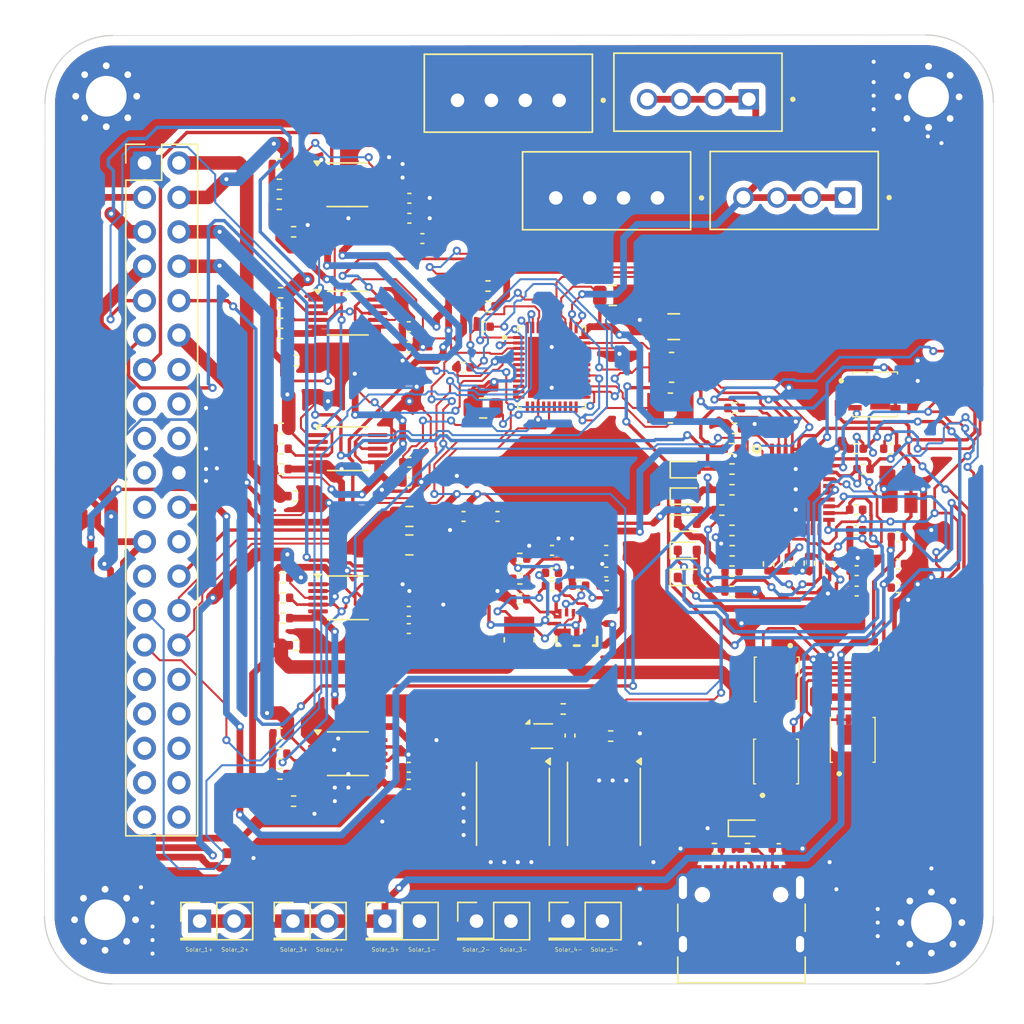
<source format=kicad_pcb>
(kicad_pcb (version 20241229) (generator "pcbnew") (generator_version "9.0")
  (title_block (title "VikramSatv0.EPS") (company "Astralis"))
  (layers (0 "F.Cu" signal) (2 "B.Cu" signal) (13 "F.Paste" user) (15 "B.Paste" user) (5 "F.SilkS" user "F.Silkscreen") (7 "B.SilkS" user "B.Silkscreen") (1 "F.Mask" user) (3 "B.Mask" user) (25 "Edge.Cuts" user))
  (net 0 "")
  (net 1 "Net-(Q5-G)")
  (net 2 "Net-(D5-K)")
  (net 3 "Net-(Q6-G)")
  (net 4 "B1+")
  (net 5 "ACP_BC")
  (net 6 "5V")
  (net 7 "3v3")
  (net 8 "Net-(U6-BAT)")
  (net 9 "Net-(IC1-COMP)")
  (net 10 "Net-(C13-Pad2)")
  (net 11 "Net-(IC1-SW_1)")
  (net 12 "Net-(IC1-BST)")
  (net 13 "Net-(IC1-FB_1)")
  (net 14 "Net-(IC1-VCC)")
  (net 15 "VBUSOTG")
  (net 16 "SWOUT")
  (net 17 "Net-(IC2-INTLDO)")
  (net 18 "SRP_BC")
  (net 19 "ACN_BC")
  (net 20 "Net-(D6-K)")
  (net 21 "Net-(IC3-SW1)")
  (net 22 "DRV_SUP_BC")
  (net 23 "Net-(IC3-SW2)")
  (net 24 "VBUS_USB")
  (net 25 "STAT_1_BC")
  (net 26 "REGN_BC")
  (net 27 "STAT_2_BC")
  (net 28 "PG_BC")
  (net 29 "EN_5V_BST_MGT")
  (net 31 "Net-(IC2-VLX4)")
  (net 39 "WAKEUP")
  (net 40 "I2C0_SDA")
  (net 43 "INTn")
  (net 44 "I2C0_SCL")
  (net 45 "PONKEYn")
  (net 47 "RSTn")
  (net 48 "Net-(IC2-VLXBST)")
  (net 58 "VDD")
  (net 59 "PWRCTRL")
  (net 62 "INT_BC")
  (net 63 "FBG_BC")
  (net 64 "LODRV_BC_1")
  (net 66 "Net-(IC3-STAT2)")
  (net 67 "ACOV_BC")
  (net 68 "ACUV_BC")
  (net 69 "CE_BC")
  (net 70 "Net-(IC3-STAT1)")
  (net 71 "Net-(IC3-FSW_SYNC)")
  (net 73 "FB_BC")
  (net 74 "HIDRV_BC_2")
  (net 75 "Net-(IC3-TS)")
  (net 76 "Net-(IC3-ICHG)")
  (net 77 "LODRV_BC_2")
  (net 78 "HIDRV_BC_1")
  (net 80 "Net-(IC3-ILIM_HIZ)")
  (net 81 "Net-(IC3-~{PG})")
  (net 82 "D-")
  (net 83 "D+")
  (net 84 "Net-(J1-CC1)")
  (net 85 "Net-(J1-CC2)")
  (net 87 "SPI1_SCLK")
  (net 88 "SPI0_MISO")
  (net 89 "SPI0_DEV3")
  (net 90 "SPI0_SCLK")
  (net 91 "SPI1_DEV1")
  (net 92 "SPI0_MOSI")
  (net 93 "I2C1_SCL")
  (net 94 "I2C1_SDA")
  (net 95 "SPI0_DEV1")
  (net 96 "ALERT_BP_CS")
  (net 97 "UART0_RX")
  (net 98 "ALERT_5V_MGT_CS")
  (net 99 "UART0_TX")
  (net 100 "SPI1_MISO")
  (net 101 "SPI1_MOSI")
  (net 102 "ALERT_3v3_CS")
  (net 103 "ALERT_Solar_CS")
  (net 105 "BEAT")
  (net 106 "SPI1_DEV3")
  (net 107 "SPI1_DEV2")
  (net 108 "ALERT_5V_CS")
  (net 109 "SPI0_DEV2")
  (net 110 "Net-(Q5-D)")
  (net 111 "Net-(U6-V-)")
  (net 112 "SDA_CS_3")
  (net 113 "SCL_CS_4")
  (net 115 "B1-")
  (footprint "Resistor_SMD:R_0402_1005Metric" (layer "F.Cu") (at 159.478293 54.156587)
    (property "Reference" "R26" (hide yes))
    (property "Value" "10kΩ" (hide yes))
  )
  (footprint "Capacitor_SMD:C_0402_1005Metric" (layer "F.Cu") (at 150.198293 60.156587)
    (property "Reference" "C15" (hide yes))
    (property "Value" "0.1uF" (hide yes))
  )
  (footprint "Resistor_SMD:R_0402_1005Metric" (layer "F.Cu") (at 127.238293 56.156587 180)
    (property "Reference" "R12" (hide yes))
    (property "Value" "4mΩ" (hide yes))
  )
  (footprint "Inductors:2.2uH" (layer "F.Cu") (at 143.778293 66.756587 90)
    (property "Reference" "L1" (hide yes))
    (property "Value" "2.2uH" (hide yes))
  )
  (footprint "Connector_USB:USB_C_Receptacle_HRO_TYPE-C-31-M-12" (layer "F.Cu") (at 160.178293 88.156587)
    (property "Reference" "J1" (hide yes))
    (property "Value" "USB_C_Receptacle_USB2.0_14P" (hide yes))
  )
  (footprint "Capacitor_SMD:C_0402_1005Metric" (layer "F.Cu") (at 139.678293 57.656587)
    (property "Reference" "C26" (hide yes))
    (property "Value" "4.7uF" (hide yes))
  )
  (footprint "Resistor_SMD:R_0402_1005Metric" (layer "F.Cu") (at 141.478293 40.656587)
    (property "Reference" "R24" (hide yes))
    (property "Value" "4.7kΩ" (hide yes))
  )
  (footprint "Resistor_SMD:R_0402_1005Metric" (layer "F.Cu") (at 127.138293 78.656587 180)
    (property "Reference" "R37" (hide yes))
    (property "Value" "4mΩ" (hide yes))
  )
  (footprint "Capacitor_SMD:C_0402_1005Metric" (layer "F.Cu") (at 150.238293 62.756587)
    (property "Reference" "C17" (hide yes))
    (property "Value" "0.1uF" (hide yes))
  )
  (footprint "Capacitor_SMD:C_0402_1005Metric" (layer "F.Cu") (at 169.178293 54.156587)
    (property "Reference" "C38" (hide yes))
    (property "Value" "0.1uF" (hide yes))
  )
  (footprint "Connector_PinHeader_2.54mm:PinHeader_2x01_P2.54mm_Vertical" (layer "F.Cu") (at 133.878293 87.506587)
    (property "Reference" "J9" (hide yes))
    (property "Value" "Conn_01x02" (hide yes))
  )
  (footprint "Capacitor_SMD:C_0402_1005Metric" (layer "F.Cu") (at 142.178293 57.656587 180)
    (property "Reference" "C30" (hide yes))
    (property "Value" "0.1uF" (hide yes))
  )
  (footprint "Resistor_SMD:R_0402_1005Metric" (layer "F.Cu") (at 126.178293 42.656587 180)
    (property "Reference" "R5" (hide yes))
    (property "Value" "4.7kΩ" (hide yes))
  )
  (footprint "Connector_PinHeader_2.54mm:PinHeader_2x01_P2.54mm_Vertical" (layer "F.Cu") (at 140.628293 87.506587)
    (property "Reference" "J10" (hide yes))
    (property "Value" "Conn_01x02" (hide yes))
  )
  (footprint "Capacitor_SMD:C_0805_2012Metric" (layer "F.Cu") (at 135.678293 59.756587)
    (property "Reference" "C21" (hide yes))
    (property "Value" "10uF" (hide yes))
  )
  (footprint "Capacitors:220uF" (layer "F.Cu") (at 155.178293 43.656587)
    (property "Reference" "C27" (hide yes))
    (property "Value" "220uF" (hide yes))
  )
  (footprint "Resistor_SMD:R_0402_1005Metric" (layer "F.Cu") (at 159.466293 63.186587)
    (property "Reference" "R32" (hide yes))
    (property "Value" "30.1kΩ" (hide yes))
  )
  (footprint "Package_SON:WSON-6_1.5x1.5mm_P0.5mm" (layer "F.Cu") (at 145.453293 73.856587)
    (property "Reference" "U6" (hide yes))
    (property "Value" "BQ297xy" (hide yes))
  )
  (footprint "Capacitors:22uF" (layer "F.Cu") (at 148.278293 60.156587)
    (property "Reference" "C18" (hide yes))
    (property "Value" "22uF" (hide yes))
  )
  (footprint "Capacitor_SMD:C_0402_1005Metric" (layer "F.Cu") (at 146.198293 62.756587)
    (property "Reference" "C16" (hide yes))
    (property "Value" "0.1uF" (hide yes))
  )
  (footprint "Package_SO:VSSOP-10_3x3mm_P0.5mm" (layer "F.Cu") (at 131.138293 42.656587)
    (property "Reference" "U2" (hide yes))
    (property "Value" "INA226" (hide yes))
  )
  (footprint "MountingHole:MountingHole_3mm_Pad_Via" (layer "F.Cu") (at 173.978293 26.706587)
    (property "Reference" "H1" (hide yes))
    (property "Value" "MountingHole_Pad" (hide yes))
  )
  (footprint "Capacitor_SMD:C_0402_1005Metric" (layer "F.Cu") (at 171.728293 61.156587)
    (property "Reference" "C35" (hide yes))
    (property "Value" "470nF" (hide yes))
  )
  (footprint "Inductors:1uH" (layer "F.Cu") (at 155.022293 46.656587)
    (property "Reference" "LX1" (hide yes))
    (property "Value" "1uH" (hide yes))
  )
  (footprint "Resistor_SMD:R_0402_1005Metric" (layer "F.Cu") (at 127.338293 46.156587 180)
    (property "Reference" "R8" (hide yes))
    (property "Value" "4mΩ" (hide yes))
  )
  (footprint "Mosfet 20A, 30V:Mosfet 20A, 30V" (layer "F.Cu") (at 162.778293 69.206587 -90)
    (property "Reference" "Q4" (hide yes))
    (property "Value" "Mosfet 20A, 30V" (hide yes))
  )
  (footprint "Diode_SMD:D_SOD-523" (layer "F.Cu") (at 156.178293 56.156587)
    (property "Reference" "D2" (hide yes))
    (property "Value" "1N4148WT" (hide yes))
  )
  (footprint "Resistor_SMD:R_0402_1005Metric" (layer "F.Cu") (at 126.088293 31.656587 180)
    (property "Reference" "R3" (hide yes))
    (property "Value" "10kΩ" (hide yes))
  )
  (footprint "Capacitor_SMD:C_0402_1005Metric" (layer "F.Cu") (at 146.198293 61.816587)
    (property "Reference" "C13" (hide yes))
    (property "Value" "1nF" (hide yes))
  )
  (footprint "Resistor_SMD:R_0402_1005Metric" (layer "F.Cu") (at 159.490293 60.186587)
    (property "Reference" "R30" (hide yes))
    (property "Value" "19.1kΩ" (hide yes))
  )
  (footprint "Mosfet 20A, 30V:Mosfet 20A, 30V" (layer "F.Cu") (at 162.728293 76.206587 90)
    (property "Reference" "Q3" (hide yes))
    (property "Value" "Mosfet 20A, 30V" (hide yes))
  )
  (footprint "Capacitor_SMD:C_0805_2012Metric" (layer "F.Cu") (at 141.123293 49.656587 180)
    (property "Reference" "C22" (hide yes))
    (property "Value" "10uF" (hide yes))
  )
  (footprint "Resistor_SMD:R_0402_1005Metric" (layer "F.Cu") (at 126.228293 54.156587 180)
    (property "Reference" "R10" (hide yes))
    (property "Value" "4.7kΩ" (hide yes))
  )
  (footprint "Package_SO:VSSOP-10_3x3mm_P0.5mm" (layer "F.Cu") (at 131.138293 63.656587)
    (property "Reference" "U4" (hide yes))
    (property "Value" "INA226" (hide yes))
  )
  (footprint "Capacitor_SMD:C_0402_1005Metric" (layer "F.Cu") (at 162.928293 82.156587)
    (property "Reference" "C42" (hide yes))
    (property "Value" "1uF" (hide yes))
  )
  (footprint "Resistor_SMD:R_0402_1005Metric" (layer "F.Cu") (at 158.728293 57.186587)
    (property "Reference" "R28" (hide yes))
    (property "Value" "10kΩ" (hide yes))
  )
  (footprint "Resistor_SMD:R_0402_1005Metric" (layer "F.Cu") (at 159.478293 61.686587)
    (property "Reference" "R31" (hide yes))
    (property "Value" "5.23kΩ" (hide yes))
  )
  (footprint "JST_XH_B4B-XH-A_1x04_P2.50mm:JST_B4B-XH-A" (layer "F.Cu") (at 150.228293 33.631587)
    (property "Reference" "J5" (hide yes))
    (property "Value" "B4B-XH-A" (hide yes))
  )
  (footprint "Connector_PinHeader_2.54mm:PinHeader_2x01_P2.54mm_Vertical" (layer "F.Cu") (at 147.378293 87.506587)
    (property "Reference" "J11" (hide yes))
    (property "Value" "Conn_01x02" (hide yes))
  )
  (footprint "Resistor_SMD:R_0402_1005Metric" (layer "F.Cu") (at 127.138293 36.656587 180)
    (property "Reference" "R4" (hide yes))
    (property "Value" "4mΩ" (hide yes))
  )
  (footprint "Resistor_SMD:R_0402_1005Metric" (layer "F.Cu") (at 126.338293 65.156587 180)
    (property "Reference" "R14" (hide yes))
    (property "Value" "4.7kΩ" (hide yes))
  )
  (footprint "Capacitor_SMD:C_0402_1005Metric" (layer "F.Cu") (at 148.198293 62.756587)
    (property "Reference" "C20" (hide yes))
    (property "Value" "0.1uF" (hide yes))
  )
  (footprint "Resistor_SMD:R_0402_1005Metric" (layer "F.Cu") (at 126.128293 75.156587 180)
    (property "Reference" "R39" (hide yes))
    (property "Value" "4.7kΩ" (hide yes))
  )
  (footprint "JST_XH_B4B-XH-A_1x04_P2.50mm:JST_B4B-XH-A" (layer "F.Cu") (at 156.965793 26.356587)
    (property "Reference" "J4" (hide yes))
    (property "Value" "B4B-XH-A" (hide yes))
  )
  (footprint "Diode_SMD:D_SOD-523" (layer "F.Cu") (at 160.468293 80.656587)
    (property "Reference" "D4" (hide yes))
    (property "Value" "1N4148WT" (hide yes))
  )
  (footprint "Capacitor_SMD:C_0402_1005Metric" (layer "F.Cu") (at 146.198293 60.156587)
    (property "Reference" "C12" (hide yes))
    (property "Value" "0.1uF" (hide yes))
  )
  (footprint "Resistor_SMD:R_0402_1005Metric" (layer "F.Cu") (at 127.338293 67.156587 180)
    (property "Reference" "R16" (hide yes))
    (property "Value" "4mΩ" (hide yes))
  )
  (footprint "Mosfet 20A, 30V:Mosfet 20A, 30V" (layer "F.Cu") (at 168.383119 74.611413 90)
    (property "Reference" "Q2" (hide yes))
    (property "Value" "Mosfet 20A, 30V" (hide yes))
  )
  (footprint "BQ25756E:QFN50P500X600X100-37N-D" (layer "F.Cu") (at 164.178293 55.656587)
    (property "Reference" "IC3" (hide yes))
    (property "Value" "BQ25756ERRVR" (hide yes))
  )
  (footprint "Diode_SMD:D_SOD-523" (layer "F.Cu") (at 156.178293 58.156587)
    (property "Reference" "D3" (hide yes))
    (property "Value" "1N4148WT" (hide yes))
  )
  (footprint "Resistor_SMD:R_0402_1005Metric" (layer "F.Cu") (at 126.178293 44.156587 180)
    (property "Reference" "R6" (hide yes))
    (property "Value" "4.7kΩ" (hide yes))
  )
  (footprint "Capacitors:100uF" (layer "F.Cu") (at 171.678293 54.656587)
    (property "Reference" "C33" (hide yes))
    (property "Value" "100uF" (hide yes))
  )
  (footprint "Resistor_SMD:R_0402_1005Metric" (layer "F.Cu") (at 162.178293 61.156587 -90)
    (property "Reference" "R36" (hide yes))
    (property "Value" "100kΩ" (hide yes))
  )
  (footprint "Package_SO:VSSOP-10_3x3mm_P0.5mm" (layer "F.Cu") (at 131.098293 33.186587)
    (property "Reference" "U1" (hide yes))
    (property "Value" "INA226" (hide yes))
  )
  (footprint "Package_SO:VSSOP-10_3x3mm_P0.5mm" (layer "F.Cu") (at 131.138293 75.156587)
    (property "Reference" "U5" (hide yes))
    (property "Value" "INA226" (hide yes))
  )
  (footprint "Package_TO_SOT_SMD:TDSON-8-1" (layer "F.Cu") (at 150.028293 78.856587 -90)
    (property "Reference" "Q5" (hide yes))
    (property "Value" "CSD16401Q5" (hide yes))
  )
  (footprint "Resistor_SMD:R_0402_1005Metric" (layer "F.Cu") (at 159.478293 58.686587)
    (property "Reference" "R29" (hide yes))
    (property "Value" "4.22kΩ" (hide yes))
  )
  (footprint "Capacitor_SMD:C_0402_1005Metric" (layer "F.Cu") (at 150.198293 61.756587)
    (property "Reference" "C14" (hide yes))
    (property "Value" "10uF" (hide yes))
  )
  (footprint "Resistor_SMD:R_0402_1005Metric" (layer "F.Cu") (at 126.228293 52.656587 180)
    (property "Reference" "R9" (hide yes))
    (property "Value" "4.7kΩ" (hide yes))
  )
  (footprint "Capacitor_SMD:C_0402_1005Metric" (layer "F.Cu") (at 168.638293 58.656587)
    (property "Reference" "C29" (hide yes))
    (property "Value" "0.1uF" (hide yes))
  )
  (footprint "MountingHole:MountingHole_3mm_Pad_Via" (layer "F.Cu") (at 113.315793 26.656587)
    (property "Reference" "H2" (hide yes))
    (property "Value" "MountingHole_Pad" (hide yes))
  )
  (footprint "Capacitor_SMD:C_0402_1005Metric" (layer "F.Cu") (at 171.703293 59.156587)
    (property "Reference" "C37" (hide yes))
    (property "Value" "470nF" (hide yes))
  )
  (footprint "Resistor_SMD:R_0402_1005Metric" (layer "F.Cu") (at 169.928293 67.406587 -90)
    (property "Reference" "R33" (hide yes))
    (property "Value" "1mΩ" (hide yes))
  )
  (footprint "Capacitor_SMD:C_0402_1005Metric" (layer "F.Cu") (at 135.678293 53.656587 180)
    (property "Reference" "C7" (hide yes))
    (property "Value" "0.1uF" (hide yes))
  )
  (footprint "Resistor_SMD:R_0402_1005Metric" (layer "F.Cu") (at 160.628293 82.156587 180)
    (property "Reference" "R23" (hide yes))
    (property "Value" "10kΩ" (hide yes))
  )
  (footprint "Capacitor_SMD:C_0402_1005Metric" (layer "F.Cu") (at 171.703293 62.906587 180)
    (property "Reference" "C36" (hide yes))
    (property "Value" "470nF" (hide yes))
  )
  (footprint "Resistor_SMD:R_0402_1005Metric" (layer "F.Cu") (at 171.178293 52.656587)
    (property "Reference" "R41" (hide yes))
    (property "Value" "357kΩ" (hide yes))
  )
  (footprint "TPS61288:TPS61288" (layer "F.Cu") (at 148.028293 65.931587)
    (property "Reference" "IC1" (hide yes))
    (property "Value" "TPS61288LRQQR" (hide yes))
  )
  (footprint "Capacitor_SMD:C_0402_1005Metric" (layer "F.Cu") (at 147.528293 73.816587 90)
    (property "Reference" "C11" (hide yes))
    (property "Value" "0.1uF" (hide yes))
  )
  (footprint "Resistor_SMD:R_0402_1005Metric" (layer "F.Cu") (at 126.228293 51.156587 180)
    (property "Reference" "R11" (hide yes))
    (property "Value" "10kΩ" (hide yes))
  )
  (footprint "Capacitor_SMD:C_0805_2012Metric" (layer "F.Cu") (at 150.678293 41.356587)
    (property "Reference" "C24" (hide yes))
    (property "Value" "10uF" (hide yes))
  )
  (footprint "Diode_SMD:D_SOD-523" (layer "F.Cu") (at 156.178293 60.156587)
    (property "Reference" "D5" (hide yes))
    (property "Value" "1N4148WT" (hide yes))
  )
  (footprint "Resistor_SMD:R_0402_1005Metric" (layer "F.Cu") (at 163.678293 61.156587 90)
    (property "Reference" "R35" (hide yes))
    (property "Value" "174kΩ" (hide yes))
  )
  (footprint "MountingHole:MountingHole_3mm_Pad_Via" (layer "F.Cu") (at 113.228293 87.406587)
    (property "Reference" "H4" (hide yes))
    (property "Value" "MountingHole_Pad" (hide yes))
  )
  (footprint "Resistor_SMD:R_0402_1005Metric" (layer "F.Cu") (at 141.478293 42.156587)
    (property "Reference" "R25" (hide yes))
    (property "Value" "4.7kΩ" (hide yes))
  )
  (footprint "Inductors:1uH" (layer "F.Cu") (at 154.932293 49.656587 180)
    (property "Reference" "LX4" (hide yes))
    (property "Value" "1uH" (hide yes))
  )
  (footprint "Package_SO:VSSOP-10_3x3mm_P0.5mm" (layer "F.Cu") (at 131.138293 52.656587)
    (property "Reference" "U3" (hide yes))
    (property "Value" "INA226" (hide yes))
  )
  (footprint "Connector_PinHeader_2.54mm:PinHeader_2x20_P2.54mm_Vertical" (layer "F.Cu") (at 116.138293 31.576587)
    (property "Reference" "J2" (hide yes))
    (property "Value" "Conn_02x20_Top_Bottom" (hide yes))
  )
  (footprint "Capacitor_SMD:C_0402_1005Metric" (layer "F.Cu") (at 168.678293 61.656587)
    (property "Reference" "C39" (hide yes))
    (property "Value" "4.7uF" (hide yes))
  )
  (footprint "Diode_SMD:D_SOD-523" (layer "F.Cu") (at 156.178293 54.206587)
    (property "Reference" "D1" (hide yes))
    (property "Value" "1N4148WT" (hide yes))
  )
  (footprint "Capacitor_SMD:C_0402_1005Metric" (layer "F.Cu") (at 136.638293 37.156587)
    (property "Reference" "C32" (hide yes))
    (property "Value" "1uF" (hide yes))
  )
  (footprint "Capacitor_SMD:C_0402_1005Metric" (layer "F.Cu") (at 135.678293 34.186587 180)
    (property "Reference" "C2" (hide yes))
    (property "Value" "0.1uF" (hide yes))
  )
  (footprint "Resistor_SMD:R_0402_1005Metric" (layer "F.Cu") (at 150.528293 73.856587)
    (property "Reference" "R17" (hide yes))
    (property "Value" "330Ω" (hide yes))
  )
  (footprint "Resistor_SMD:R_0402_1005Metric" (layer "F.Cu") (at 126.128293 76.656587 180)
    (property "Reference" "R40" (hide yes))
    (property "Value" "4.7kΩ" (hide yes))
  )
  (footprint "Resistor_SMD:R_0402_1005Metric" (layer "F.Cu") (at 143.828293 63.756587)
    (property "Reference" "R21" (hide yes))
    (property "Value" "14.3kΩ" (hide yes))
  )
  (footprint "Resistor_SMD:R_0402_1005Metric" (layer "F.Cu") (at 126.088293 33.156587 180)
    (property "Reference" "R1" (hide yes))
    (property "Value" "4.7kΩ" (hide yes))
  )
  (footprint "Resistor_SMD:R_0402_1005Metric" (layer "F.Cu") (at 143.828293 60.756587)
    (property "Reference" "R19" (hide yes))
    (property "Value" "36.5kΩ" (hide yes))
  )
  (footprint "Capacitor_SMD:C_0402_1005Metric" (layer "F.Cu") (at 135.678293 55.156587 180)
    (property "Reference" "C8" (hide yes))
    (property "Value" "0.1uF" (hide yes))
  )
  (footprint "Capacitor_SMD:C_0402_1005Metric" (layer "F.Cu") (at 168.678293 52.656587)
    (property "Reference" "C31" (hide yes))
    (property "Value" "0.1uF" (hide yes))
  )
  (footprint "Capacitor_SMD:C_0402_1005Metric" (layer "F.Cu") (at 135.638293 77.416587 180)
    (property "Reference" "C5" (hide yes))
    (property "Value" "0.1uF" (hide yes))
  )
  (footprint "Resistor_SMD:R_0402_1005Metric" (layer "F.Cu") (at 165.178293 61.106587 90)
    (property "Reference" "TH1" (hide yes))
    (property "Value" "10kΩ NTC" (hide yes))
  )
  (footprint "Resistor_SMD:R_0402_1005Metric" (layer "F.Cu") (at 159.678293 49.656587)
    (property "Reference" "R42" (hide yes))
    (property "Value" "75kΩ" (hide yes))
  )
  (footprint "Resistor_SMD:R_0402_1005Metric" (layer "F.Cu") (at 158.178293 82.156587 180)
    (property "Reference" "R22" (hide yes))
    (property "Value" "10kΩ" (hide yes))
  )
  (footprint "Resistor_SMD:R_0402_1005Metric" (layer "F.Cu") (at 126.338293 62.156587 180)
    (property "Reference" "R15" (hide yes))
    (property "Value" "10kΩ" (hide yes))
  )
  (footprint "Resistor_SMD:R_0402_1005Metric" (layer "F.Cu") (at 126.178293 41.156587 180)
    (property "Reference" "R7" (hide yes))
    (property "Value" "10kΩ" (hide yes))
  )
  (footprint "Capacitors:100uF" (layer "F.Cu") (at 171.848293 56.656587)
    (property "Reference" "C34" (hide yes))
    (property "Value" "100uF" (hide yes))
  )
  (footprint "Capacitor_SMD:C_0402_1005Metric" (layer "F.Cu") (at 135.678293 35.656587 180)
    (property "Reference" "C1" (hide yes))
    (property "Value" "0.1uF" (hide yes))
  )
  (footprint "Resistor_SMD:R_0402_1005Metric" (layer "F.Cu") (at 126.338293 63.656587 180)
    (property "Reference" "R13" (hide yes))
    (property "Value" "4.7kΩ" (hide yes))
  )
  (footprint "Resistor_SMD:R_0402_1005Metric" (layer "F.Cu") (at 166.678293 61.156587 90)
    (property "Reference" "R34" (hide yes))
    (property "Value" "5mΩ" (hide yes))
  )
  (footprint "Resistor_SMD:R_0402_1005Metric" (layer "F.Cu") (at 126.128293 73.656587 180)
    (property "Reference" "R38" (hide yes))
    (property "Value" "10kΩ" (hide yes))
  )
  (footprint "Capacitor_SMD:C_0402_1005Metric" (layer "F.Cu") (at 135.638293 76.156587 180)
    (property "Reference" "C6" (hide yes))
    (property "Value" "0.1uF" (hide yes))
  )
  (footprint "Resistor_SMD:R_0402_1005Metric" (layer "F.Cu") (at 159.666293 51.156587 180)
    (property "Reference" "R44" (hide yes))
    (property "Value" "133kΩ" (hide yes))
  )
  (footprint "Capacitor_SMD:C_0402_1005Metric" (layer "F.Cu") (at 141.153293 43.656587)
    (property "Reference" "C25" (hide yes))
    (property "Value" "4.7uF" (hide yes))
  )
  (footprint "Diode_SMD:D_SOD-523" (layer "F.Cu") (at 156.178293 62.156587)
    (property "Reference" "D6" (hide yes))
    (property "Value" "1N4148WT" (hide yes))
  )
  (footprint "Resistor_SMD:R_0402_1005Metric" (layer "F.Cu") (at 159.478293 55.686587)
    (property "Reference" "R27" (hide yes))
    (property "Value" "10kΩ" (hide yes))
  )
  (footprint "Resistor_SMD:R_0402_1005Metric" (layer "F.Cu") (at 126.078293 34.626587 180)
    (property "Reference" "R2" (hide yes))
    (property "Value" "4.7kΩ" (hide yes))
  )
  (footprint "Connector_PinHeader_2.54mm:PinHeader_2x01_P2.54mm_Vertical" (layer "F.Cu") (at 120.203293 87.506587)
    (property "Reference" "Solar_1+")
    (property "Value" "Conn_01x02" (hide yes))
  )
  (footprint "Capacitor_SMD:C_0402_1005Metric" (layer "F.Cu") (at 135.638293 64.656587 180)
    (property "Reference" "C10" (hide yes))
    (property "Value" "0.1uF" (hide yes))
  )
  (footprint "JST_XH_B4B-XH-A_1x04_P2.50mm:JST_B4B-XH-A" (layer "F.Cu") (at 164.065793 33.606587)
    (property "Reference" "J7" (hide yes))
    (property "Value" "B4B-XH-A" (hide yes))
  )
  (footprint "Capacitor_SMD:C_0402_1005Metric" (layer "F.Cu") (at 168.638293 57.156587)
    (property "Reference" "C41" (hide yes))
    (property "Value" "0.1uF" (hide yes))
  )
  (footprint "Capacitor_SMD:C_0402_1005Metric" (layer "F.Cu") (at 135.638293 45.156587 180)
    (property "Reference" "C3" (hide yes))
    (property "Value" "0.1uF" (hide yes))
  )
  (footprint "Resistor_SMD:R_0402_1005Metric" (layer "F.Cu") (at 143.828293 62.256587)
    (property "Reference" "R20" (hide yes))
    (property "Value" "105kΩ" (hide yes))
  )
  (footprint "Resistor_SMD:R_0402_1005Metric" (layer "F.Cu") (at 147.028293 71.856587 180)
    (property "Reference" "R18" (hide yes))
    (property "Value" "2.2kΩ" (hide yes))
  )
  (footprint "Capacitor_SMD:C_0402_1005Metric" (layer "F.Cu") (at 168.678293 63.156587)
    (property "Reference" "C40" (hide yes))
    (property "Value" "4.7uF" (hide yes))
  )
  (footprint "Capacitors:22uF" (layer "F.Cu") (at 148.238293 61.756587)
    (property "Reference" "C19" (hide yes))
    (property "Value" "22uF" (hide yes))
  )
  (footprint "Capacitor_SMD:C_0805_2012Metric" (layer "F.Cu") (at 135.678293 57.656587 180)
    (property "Reference" "C23" (hide yes))
    (property "Value" "10uF" (hide yes))
  )
  (footprint "MountingHole:MountingHole_3mm_Pad_Via" (layer "F.Cu") (at 174.187303 87.615597)
    (property "Reference" "H3" (hide yes))
    (property "Value" "MountingHole_Pad" (hide yes))
  )
  (footprint "Connector_PinHeader_2.54mm:PinHeader_2x01_P2.54mm_Vertical" (layer "F.Cu") (at 127.088293 87.506587)
    (property "Reference" "J8" (hide yes))
    (property "Value" "Conn_01x02" (hide yes))
  )
  (footprint "Resistor_SMD:R_0402_1005Metric" (layer "F.Cu") (at 159.428293 52.656587)
    (property "Reference" "R43" (hide yes))
    (property "Value" "22.6kΩ" (hide yes))
  )
  (footprint "Mosfet 20A, 30V:Mosfet 20A, 30V" (layer "F.Cu") (at 169.564293 48.646587)
    (property "Reference" "Q1" (hide yes))
    (property "Value" "Mosfet 20A, 30V" (hide yes))
  )
  (footprint "Capacitor_SMD:C_0402_1005Metric" (layer "F.Cu") (at 139.678293 46.656587)
    (property "Reference" "C28" (hide yes))
    (property "Value" "4.7uF" (hide yes))
  )
  (footprint "Inductors:10uH" (layer "F.Cu") (at 175.578293 48.856587 180)
    (property "Reference" "L2" (hide yes))
    (property "Value" "10uH" (hide yes))
  )
  (footprint "Capacitor_SMD:C_0402_1005Metric" (layer "F.Cu") (at 135.638293 65.926587 180)
    (property "Reference" "C9" (hide yes))
    (property "Value" "0.1uF" (hide yes))
  )
  (footprint "Package_TO_SOT_SMD:TDSON-8-1" (layer "F.Cu") (at 143.318293 78.856587 -90)
    (property "Reference" "Q6" (hide yes))
    (property "Value" "CSD16401Q5" (hide yes))
  )
  (footprint "STPMIC1A:STPMIC1A" (layer "F.Cu") (at 146.178293 46.656587)
    (property "Reference" "IC2" (hide yes))
    (property "Value" "STPMIC1APQR" (hide yes))
  )
  (footprint "Capacitor_SMD:C_0402_1005Metric" (layer "F.Cu") (at 135.638293 43.656587 180)
    (property "Reference" "C4" (hide yes))
    (property "Value" "0.1uF" (hide yes))
  )
  (footprint "JST_XH_B4B-XH-A_1x04_P2.50mm:JST_B4B-XH-A" (layer "F.Cu") (at 142.978293 26.431587)
    (property "Reference" "J3" (hide yes))
    (property "Value" "B4B-XH-A" (hide yes))
  )
  (gr_line (start 113.79606 22.174355) (end 173.760526 22.13882) (stroke (width 0.05)) (layer "Edge.Cuts"))
  (gr_arc (start 108.79606 27.174354) (mid 110.260524 23.638818) (end 113.79606 22.174354) (stroke (width 0.1)) (layer "Edge.Cuts"))
  (gr_arc (start 178.760526 87.13882) (mid 177.296059 90.674353) (end 173.760526 92.13882) (stroke (width 0.1)) (layer "Edge.Cuts"))
  (gr_line (start 178.760526 27.13882) (end 178.760526 87.13882) (stroke (width 0.05)) (layer "Edge.Cuts"))
  (gr_arc (start 173.760526 22.13882) (mid 177.296027 23.6033) (end 178.760526 27.13882) (stroke (width 0.1)) (layer "Edge.Cuts"))
  (gr_line (start 173.760526 92.13882) (end 113.760526 92.13882) (stroke (width 0.05)) (layer "Edge.Cuts"))
  (gr_arc (start 113.760526 92.13882) (mid 110.224989 90.674355) (end 108.760526 87.13882) (stroke (width 0.1)) (layer "Edge.Cuts"))
  (gr_line (start 108.760526 87.13882) (end 108.79606 27.174354) (stroke (width 0.05)) (layer "Edge.Cuts"))
  (gr_text "Solar_3-" (at 143.353293 89.606587 0) (layer "F.SilkS") (effects (font (size 0.3 0.3) (thickness 0.0375))))
  (gr_text "Solar_2-" (at 140.603293 89.606587 0) (layer "F.SilkS") (effects (font (size 0.3 0.3) (thickness 0.0375))))
  (gr_text "Solar_4+" (at 129.813293 89.606587 0) (layer "F.SilkS") (effects (font (size 0.3 0.3) (thickness 0.0375))))
  (gr_text "Solar_5+" (at 133.918293 89.606587 0) (layer "F.SilkS") (effects (font (size 0.3 0.3) (thickness 0.0375))))
  (gr_text "Solar_1-" (at 136.618293 89.606587 0) (layer "F.SilkS") (effects (font (size 0.3 0.3) (thickness 0.0375))))
  (gr_text "Solar_4-" (at 147.428293 89.606587 0) (layer "F.SilkS") (effects (font (size 0.3 0.3) (thickness 0.0375))))
  (gr_text "Solar_3+" (at 127.163293 89.606587 0) (layer "F.SilkS") (effects (font (size 0.3 0.3) (thickness 0.0375))))
  (gr_text "Solar_5-" (at 150.078293 89.606587 0) (layer "F.SilkS") (effects (font (size 0.3 0.3) (thickness 0.0375))))
  (gr_text "Solar_2+" (at 122.828293 89.606587 0) (layer "F.SilkS") (effects (font (size 0.3 0.3) (thickness 0.0375))))
  (segment (start 140.837293 75.466313) (end 140.837293 76.446861) (width 0.25) (layer "F.Cu") (net 1))
  (segment (start 141.098019 76.707587) (end 147.372293 76.707587) (width 0.25) (layer "F.Cu") (net 1))
  (segment (start 147.372293 76.707587) (end 148.123293 75.956587) (width 0.25) (layer "F.Cu") (net 1))
  (segment (start 142.447019 73.856587) (end 140.837293 75.466313) (width 0.25) (layer "F.Cu") (net 1))
  (segment (start 140.837293 76.446861) (end 141.098019 76.707587) (width 0.25) (layer "F.Cu") (net 1))
  (segment (start 144.878293 73.856587) (end 142.447019 73.856587) (width 0.25) (layer "F.Cu") (net 1))
  (segment (start 168.542293 56.292587) (end 168.178293 56.656587) (width 0.25) (layer "F.Cu") (net 2))
  (segment (start 168.178293 57.156587) (end 167.928293 57.406587) (width 0.2) (layer "F.Cu") (net 2))
  (segment (start 155.478293 60.922602) (end 155.939563 61.383872) (width 0.25) (layer "F.Cu") (net 2))
  (segment (start 169.724293 58.123697) (end 169.742107 58.105883) (width 0.25) (layer "F.Cu") (net 2))
  (segment (start 169.724293 57.569473) (end 169.724293 56.702587) (width 0.25) (layer "F.Cu") (net 2))
  (segment (start 169.742107 58.105883) (end 169.742107 57.587287) (width 0.25) (layer "F.Cu") (net 2))
  (segment (start 169.898296 59.281587) (end 169.724293 59.107584) (width 0.25) (layer "F.Cu") (net 2))
  (segment (start 169.742107 57.587287) (end 169.724293 57.569473) (width 0.25) (layer "F.Cu") (net 2))
  (segment (start 167.928293 57.406587) (end 166.628293 57.406587) (width 0.2) (layer "F.Cu") (net 2))
  (segment (start 169.314293 56.292587) (end 168.542293 56.292587) (width 0.25) (layer "F.Cu") (net 2))
  (segment (start 169.724293 56.702587) (end 169.314293 56.292587) (width 0.25) (layer "F.Cu") (net 2))
  (segment (start 168.178293 56.656587) (end 168.178293 57.156587) (width 0.25) (layer "F.Cu") (net 2))
  (segment (start 155.478293 60.156587) (end 155.478293 60.922602) (width 0.25) (layer "F.Cu") (net 2))
  (segment (start 169.724293 59.107584) (end 169.724293 58.123697) (width 0.25) (layer "F.Cu") (net 2))
  (via (at 155.939563 61.383872) (size 0.6) (drill 0.3) (layers "F.Cu" "B.Cu") (net 2))
  (via (at 169.898296 59.281587) (size 0.6) (drill 0.3) (layers "F.Cu" "B.Cu") (net 2))
  (segment (start 170.602293 60.465885) (end 170.602293 61.917999) (width 0.25) (layer "B.Cu") (net 2))
  (segment (start 170.139998 59.523289) (end 170.178293 59.523289) (width 0.25) (layer "B.Cu") (net 2))
  (segment (start 170.418995 62.030587) (end 170.052293 62.397289) (width 0.25) (layer "B.Cu") (net 2))
  (segment (start 156.418995 64.282587) (end 155.939563 63.803155) (width 0.25) (layer "B.Cu") (net 2))
  (segment (start 158.442103 64.282587) (end 156.418995 64.282587) (width 0.25) (layer "B.Cu") (net 2))
  (segment (start 159.129293 64.969777) (end 158.442103 64.282587) (width 0.25) (layer "B.Cu") (net 2))
  (segment (start 170.552293 60.415885) (end 170.602293 60.465885) (width 0.25) (layer "B.Cu") (net 2))
  (segment (start 159.678293 66.156587) (end 159.129293 65.607587) (width 0.25) (layer "B.Cu") (net 2))
  (segment (start 169.178293 66.156587) (end 159.678293 66.156587) (width 0.25) (layer "B.Cu") (net 2))
  (segment (start 170.052293 62.915885) (end 170.227293 63.090885) (width 0.25) (layer "B.Cu") (net 2))
  (segment (start 169.898296 59.281587) (end 170.139998 59.523289) (width 0.25) (layer "B.Cu") (net 2))
  (segment (start 159.129293 65.607587) (end 159.129293 64.969777) (width 0.25) (layer "B.Cu") (net 2))
  (segment (start 170.052293 62.397289) (end 170.052293 62.915885) (width 0.25) (layer "B.Cu") (net 2))
  (segment (start 170.227293 65.107587) (end 169.178293 66.156587) (width 0.25) (layer "B.Cu") (net 2))
  (segment (start 170.489705 62.030587) (end 170.418995 62.030587) (width 0.25) (layer "B.Cu") (net 2))
  (segment (start 170.178293 59.523289) (end 170.552293 59.897289) (width 0.25) (layer "B.Cu") (net 2))
  (segment (start 170.552293 59.897289) (end 170.552293 60.415885) (width 0.25) (layer "B.Cu") (net 2))
  (segment (start 170.602293 61.917999) (end 170.489705 62.030587) (width 0.25) (layer "B.Cu") (net 2))
  (segment (start 155.939563 63.803155) (end 155.939563 61.383872) (width 0.25) (layer "B.Cu") (net 2))
  (segment (start 170.227293 63.090885) (end 170.227293 65.107587) (width 0.25) (layer "B.Cu") (net 2))
  (segment (start 143.013293 74.356587) (end 141.413293 75.956587) (width 0.25) (layer "F.Cu") (net 3))
  (segment (start 144.878293 74.356587) (end 143.013293 74.356587) (width 0.25) (layer "F.Cu") (net 3))
  (segment (start 168.178293 60.470587) (end 168.178293 60.156587) (width 0.25) (layer "F.Cu") (net 4))
  (segment (start 161.228293 27.394087) (end 161.228293 33.219087) (width 0.5) (layer "F.Cu") (net 4))
  (segment (start 163.428293 59.406587) (end 163.678293 59.656587) (width 0.2) (layer "F.Cu") (net 4))
  (segment (start 142.254293 52.080587) (end 143.157471 51.177409) (width 0.15) (layer "F.Cu") (net 4))
  (segment (start 137.521706 56) (end 137.521706 53.816786) (width 0.15) (layer "F.Cu") (net 4))
  (segment (start 126.628293 36.656587) (end 126.628293 37.456587) (width 0.2) (layer "F.Cu") (net 4))
  (segment (start 160.715793 26.881587) (end 161.228293 27.394087) (width 0.5) (layer "F.Cu") (net 4))
  (segment (start 141.273706 56) (end 140.678293 56) (width 0.2) (layer "F.Cu") (net 4))
  (segment (start 134.178293 35.656587) (end 133.678293 35.156587) (width 0.5) (layer "F.Cu") (net 4))
  (segment (start 132.509469 34.156587) (end 132.539469 34.186587) (width 0.2) (layer "F.Cu") (net 4))
  (segment (start 158.215793 26.881587) (end 160.715793 26.881587) (width 0.5) (layer "F.Cu") (net 4))
  (segment (start 149.678293 46.656587) (end 149.840793 46.819087) (width 0.15) (layer "F.Cu") (net 4))
  (segment (start 142.638293 57.364587) (end 141.273706 56) (width 0.2) (layer "F.Cu") (net 4))
  (segment (start 147.578293 43.721587) (end 147.578293 42.831587) (width 0.15) (layer "F.Cu") (net 4))
  (segment (start 126.469793 37.615087) (end 126.862293 38.007587) (width 0.5) (layer "F.Cu") (net 4))
  (segment (start 151.840793 46.819087) (end 152.090793 47.069087) (width 0.15) (layer "F.Cu") (net 4))
  (segment (start 165.727293 63.282587) (end 166.678293 62.331587) (width 0.25) (layer "F.Cu") (net 4))
  (segment (start 129.532952 40.156587) (end 129.595027 40.156587) (width 0.5) (layer "F.Cu") (net 4))
  (segment (start 128.174825 32.686587) (end 127.897293 32.409055) (width 0.15) (layer "F.Cu") (net 4))
  (segment (start 150.499151 48.456587) (end 149.178293 48.456587) (width 0.15) (layer "F.Cu") (net 4))
  (segment (start 155.715793 26.881587) (end 158.215793 26.881587) (width 0.5) (layer "F.Cu") (net 4))
  (segment (start 131.678293 32.656587) (end 131.678293 33.656587) (width 0.2) (layer "F.Cu") (net 4))
  (segment (start 165.315793 34.131587) (end 167.815793 34.131587) (width 0.5) (layer "F.Cu") (net 4))
  (segment (start 132.678293 31.566587) (end 133.298293 32.186587) (width 0.15) (layer "F.Cu") (net 4))
  (segment (start 125.538293 34.616587) (end 125.528293 34.626587) (width 0.5) (layer "F.Cu") (net 4))
  (segment (start 160.315793 34.131587) (end 162.815793 34.131587) (width 0.5) (layer "F.Cu") (net 4))
  (segment (start 130.745027 38.089853) (end 133.678293 35.156587) (width 0.5) (layer "F.Cu") (net 4))
  (segment (start 164.352293 59.932587) (end 163.678293 60.606587) (width 0.25) (layer "F.Cu") (net 4))
  (segment (start 158.178293 71.156587) (end 158.678293 70.656587) (width 0.15) (layer "F.Cu") (net 4))
  (segment (start 136.628293 59.756587) (end 136.628293 57.656587) (width 0.5) (layer "F.Cu") (net 4))
  (segment (start 143.157471 51.177409) (end 143.157471 49.602409) (width 0.15) (layer "F.Cu") (net 4))
  (segment (start 147.578293 42.831587) (end 147.678293 42.731587) (width 0.15) (layer "F.Cu") (net 4))
  (segment (start 166.678293 61.706587) (end 166.942293 61.706587) (width 0.25) (layer "F.Cu") (net 4))
  (segment (start 149.840793 46.819087) (end 151.840793 46.819087) (width 0.15) (layer "F.Cu") (net 4))
  (segment (start 150.829293 48.786729) (end 150.499151 48.456587) (width 0.15) (layer "F.Cu") (net 4))
  (segment (start 126.628293 37.456587) (end 126.469793 37.615087) (width 0.2) (layer "F.Cu") (net 4))
  (segment (start 142.638293 57.656587) (end 142.638293 57.364587) (width 0.2) (layer "F.Cu") (net 4))
  (segment (start 151.678293 71.156587) (end 158.178293 71.156587) (width 0.15) (layer "F.Cu") (net 4))
  (segment (start 142.827473 49.230767) (end 143.178293 49.581587) (width 0.15) (layer "F.Cu") (net 4))
  (segment (start 132.208293 33.186587) (end 131.678293 32.656587) (width 0.2) (layer "F.Cu") (net 4))
  (segment (start 139.178293 56) (end 137.521706 57.656587) (width 0.5) (layer "F.Cu") (net 4))
  (segment (start 163.678293 59.656587) (end 163.678293 60.606587) (width 0.2) (layer "F.Cu") (net 4))
  (segment (start 125.528293 34.626587) (end 125.528293 36.146587) (width 0.5) (layer "F.Cu") (net 4))
  (segment (start 163.678293 62.656587) (end 164.304293 63.282587) (width 0.25) (layer "F.Cu") (net 4))
  (segment (start 127.383952 38.007587) (end 129.532952 40.156587) (width 0.5) (layer "F.Cu") (net 4))
  (segment (start 132.678293 31.156587) (end 132.678293 31.566587) (width 0.15) (layer "F.Cu") (net 4))
  (segment (start 149.021706 49.5) (end 149.309293 49.212413) (width 0.15) (layer "F.Cu") (net 4))
  (segment (start 143.157471 49.602409) (end 143.178293 49.581587) (width 0.15) (layer "F.Cu") (net 4))
  (segment (start 135.218293 35.656587) (end 134.178293 35.656587) (width 0.5) (layer "F.Cu") (net 4))
  (segment (start 127.897293 32.409055) (end 127.897293 30.937587) (width 0.15) (layer "F.Cu") (net 4))
  (segment (start 132.148293 32.186587) (end 131.678293 32.656587) (width 0.2) (layer "F.Cu") (net 4))
  (segment (start 150.829293 47.481587) (end 151.241793 47.069087) (width 0.15) (layer "F.Cu") (net 4))
  (segment (start 148.613293 48.456587) (end 149.178293 48.456587) (width 0.15) (layer "F.Cu") (net 4))
  (segment (start 126.862293 38.007587) (end 127.383952 38.007587) (width 0.5) (layer "F.Cu") (net 4))
  (segment (start 125.538293 31.656587) (end 125.538293 33.156587) (width 0.5) (layer "F.Cu") (net 4))
  (segment (start 126.038293 37.183587) (end 126.469793 37.615087) (width 0.5) (layer "F.Cu") (net 4))
  (segment (start 147.678293 42.731587) (end 147.678293 42.006587) (width 0.15) (layer "F.Cu") (net 4))
  (segment (start 152.090793 47.069087) (end 152.503293 46.656587) (width 0.15) (layer "F.Cu") (net 4))
  (segment (start 168.178293 58.656587) (end 168.178293 60.156587) (width 0.5) (layer "F.Cu") (net 4))
  (segment (start 132.539469 34.186587) (end 133.298293 34.186587) (width 0.2) (layer "F.Cu") (net 4))
  (segment (start 149.309293 48.587587) (end 149.178293 48.456587) (width 0.15) (layer "F.Cu") (net 4))
  (segment (start 164.304293 63.282587) (end 165.727293 63.282587) (width 0.25) (layer "F.Cu") (net 4))
  (segment (start 127.897293 30.937587) (end 128.734635 30.100245) (width 0.15) (layer "F.Cu") (net 4))
  (segment (start 153.215793 26.881587) (end 155.715793 26.881587) (width 0.5) (layer "F.Cu") (net 4))
  (segment (start 162.815793 34.131587) (end 165.315793 34.131587) (width 0.5) (layer "F.Cu") (net 4))
  (segment (start 137.521706 53.816786) (end 139.257905 52.080587) (width 0.15) (layer "F.Cu") (net 4))
  (segment (start 142.827473 47.010171) (end 142.827473 49.230767) (width 0.15) (layer "F.Cu") (net 4))
  (segment (start 133.298293 33.186587) (end 132.208293 33.186587) (width 0.2) (layer "F.Cu") (net 4))
  (segment (start 140.138293 57.656587) (end 140.138293 56.54) (width 0.5) (layer "F.Cu") (net 4))
  (segment (start 166.678293 62.331587) (end 166.678293 61.706587) (width 0.25) (layer "F.Cu") (net 4))
  (segment (start 147.678293 42.006587) (end 148.428293 41.256587) (width 0.15) (layer "F.Cu") (net 4))
  (segment (start 166.942293 61.706587) (end 168.178293 60.470587) (width 0.25) (layer "F.Cu") (net 4))
  (segment (start 133.678293 35.156587) (end 133.298293 34.776587) (width 0.5) (layer "F.Cu") (net 4))
  (segment (start 125.538293 33.156587) (end 125.538293 34.616587) (width 0.5) (layer "F.Cu") (net 4))
  (segment (start 149.309293 49.212413) (end 149.309293 48.587587) (width 0.15) (layer "F.Cu") (net 4))
  (segment (start 132.178293 34.156587) (end 132.509469 34.156587) (width 0.2) (layer "F.Cu") (net 4))
  (segment (start 131.678293 33.656587) (end 132.178293 34.156587) (width 0.2) (layer "F.Cu") (net 4))
  (segment (start 139.257905 52.080587) (end 142.254293 52.080587) (width 0.15) (layer "F.Cu") (net 4))
  (segment (start 151.241793 47.069087) (end 152.090793 47.069087) (width 0.15) (layer "F.Cu") (net 4))
  (segment (start 135.218293 34.186587) (end 135.218293 35.656587) (width 0.5) (layer "F.Cu") (net 4))
  (segment (start 133.298293 34.776587) (end 133.298293 34.287587) (width 0.5) (layer "F.Cu") (net 4))
  (segment (start 152.503293 46.656587) (end 153.932293 46.656587) (width 0.15) (layer "F.Cu") (net 4))
  (segment (start 130.745027 38.406587) (end 130.745027 38.089853) (width 0.5) (layer "F.Cu") (net 4))
  (segment (start 126.038293 36.656587) (end 126.038293 37.183587) (width 0.5) (layer "F.Cu") (net 4))
  (segment (start 164.444705 59.932587) (end 164.352293 59.932587) (width 0.25) (layer "F.Cu") (net 4))
  (segment (start 163.428293 58.606587) (end 163.428293 59.406587) (width 0.2) (layer "F.Cu") (net 4))
  (segment (start 133.298293 32.186587) (end 132.148293 32.186587) (width 0.2) (layer "F.Cu") (net 4))
  (segment (start 128.898293 32.686587) (end 128.174825 32.686587) (width 0.15) (layer "F.Cu") (net 4))
  (segment (start 161.228293 33.219087) (end 160.315793 34.131587) (width 0.5) (layer "F.Cu") (net 4))
  (segment (start 151.040793 71.794087) (end 151.678293 71.156587) (width 0.15) (layer "F.Cu") (net 4))
  (segment (start 151.040793 73.856587) (end 151.040793 71.794087) (width 0.15) (layer "F.Cu") (net 4))
  (segment (start 137.521706 57.656587) (end 136.628293 57.656587) (width 0.5) (layer "F.Cu") (net 4))
  (segment (start 125.528293 36.146587) (end 126.038293 36.656587) (width 0.5) (layer "F.Cu") (net 4))
  (segment (start 140.138293 56.54) (end 140.678293 56) (width 0.5) (layer "F.Cu") (net 4))
  (via (at 128.734635 30.100245) (size 0.6) (drill 0.3) (layers "F.Cu" "B.Cu") (net 4))
  (via (at 143.178293 49.581587) (size 0.6) (drill 0.3) (layers "F.Cu" "B.Cu") (net 4))
  (via (at 164.444705 59.932587) (size 0.6) (drill 0.3) (layers "F.Cu" "B.Cu") (net 4))
  (via (at 129.595027 40.156587) (size 0.6) (drill 0.3) (layers "F.Cu" "B.Cu") (net 4))
  (via (at 142.827473 47.010171) (size 0.6) (drill 0.3) (layers "F.Cu" "B.Cu") (net 4))
  (via (at 132.678293 31.156587) (size 0.6) (drill 0.3) (layers "F.Cu" "B.Cu") (net 4))
  (via (at 149.021706 49.5) (size 0.6) (drill 0.3) (layers "F.Cu" "B.Cu") (net 4))
  (via (at 139.178293 56) (size 0.6) (drill 0.3) (layers "F.Cu" "B.Cu") (net 4))
  (via (at 149.678293 46.656587) (size 0.6) (drill 0.3) (layers "F.Cu" "B.Cu") (net 4))
  (via (at 163.678293 62.656587) (size 0.6) (drill 0.3) (layers "F.Cu" "B.Cu") (net 4))
  (via (at 150.829293 48.786729) (size 0.6) (drill 0.3) (layers "F.Cu" "B.Cu") (net 4))
  (via (at 130.745027 38.406587) (size 0.6) (drill 0.3) (layers "F.Cu" "B.Cu") (net 4))
  (via (at 140.678293 56) (size 0.6) (drill 0.3) (layers "F.Cu" "B.Cu") (net 4))
  (via (at 150.829293 47.481587) (size 0.6) (drill 0.3) (layers "F.Cu" "B.Cu") (net 4))
  (via (at 147.678293 42.731587) (size 0.6) (drill 0.3) (layers "F.Cu" "B.Cu") (net 4))
  (via (at 137.521706 56) (size 0.6) (drill 0.3) (layers "F.Cu" "B.Cu") (net 4))
  (via (at 148.428293 41.256587) (size 0.6) (drill 0.3) (layers "F.Cu" "B.Cu") (net 4))
  (via (at 158.678293 70.656587) (size 0.6) (drill 0.3) (layers "F.Cu" "B.Cu") (net 4))
  (segment (start 157.052293 61.397289) (end 157.052293 61.915885) (width 0.25) (layer "B.Cu") (net 4))
  (segment (start 151.478293 40.706587) (end 151.478293 37.106587) (width 0.5) (layer "B.Cu") (net 4))
  (segment (start 129.595027 40.156587) (end 129.994027 40.156587) (width 0.5) (layer "B.Cu") (net 4))
  (segment (start 147.678293 43.156587) (end 149.678293 45.156587) (width 0.15) (layer "B.Cu") (net 4))
  (segment (start 151.602293 70.395175) (end 151.939705 70.732587) (width 0.15) (layer "B.Cu") (net 4))
  (segment (start 150.829293 47.481587) (end 150.829293 47.632587) (width 0.15) (layer "B.Cu") (net 4))
  (segment (start 135.927293 45.405587) (end 135.927293 45.467662) (width 0.5) (layer "B.Cu") (net 4))
  (segment (start 156.232185 64.733587) (end 154.678293 63.179695) (width 0.25) (layer "B.Cu") (net 4))
  (segment (start 150.521706 56) (end 151.602293 57.080587) (width 0.15) (layer "B.Cu") (net 4))
  (segment (start 137.521706 56) (end 139.178293 56) (width 0.15) (layer "B.Cu") (net 4))
  (segment (start 150.928293 41.256587) (end 151.478293 40.706587) (width 0.5) (layer "B.Cu") (net 4))
  (segment (start 151.939705 70.732587) (end 157.602293 70.732587) (width 0.15) (layer "B.Cu") (net 4))
  (segment (start 157.052293 61.915885) (end 157.418995 62.282587) (width 0.25) (layer "B.Cu") (net 4))
  (segment (start 157.937591 62.282587) (end 158.063591 62.156587) (width 0.25) (layer "B.Cu") (net 4))
  (segment (start 158.678293 70.656587) (end 158.678293 69.656587) (width 0.25) (layer "B.Cu") (net 4))
  (segment (start 157.602293 70.732587) (end 158.678293 69.656587) (width 0.15) (layer "B.Cu") (net 4))
  (segment (start 140.608905 47.083587) (end 140.43371 46.908393) (width 0.15) (layer "B.Cu") (net 4))
  (segment (start 151.140793 48.475229) (end 150.829293 48.786729) (width 0.15) (layer "B.Cu") (net 4))
  (segment (start 163.178293 62.656587) (end 163.678293 62.656587) (width 0.25) (layer "B.Cu") (net 4))
  (segment (start 130.433952 40.657587) (end 131.179293 40.657587) (width 0.5) (layer "B.Cu") (net 4))
  (segment (start 139.32295 45.074005) (end 139.32295 43.634512) (width 0.5) (layer "B.Cu") (net 4))
  (segment (start 140.426487 46.908393) (end 139.205719 45.687625) (width 0.15) (layer "B.Cu") (net 4))
  (segment (start 156.412876 60.757872) (end 157.052293 61.397289) (width 0.25) (layer "B.Cu") (net 4))
  (segment (start 129.994027 40.217662) (end 130.433952 40.657587) (width 0.5) (layer "B.Cu") (net 4))
  (segment (start 150.829293 47.632587) (end 151.140793 47.944087) (width 0.15) (layer "B.Cu") (net 4))
  (segment (start 157.418995 62.282587) (end 157.937591 62.282587) (width 0.25) (layer "B.Cu") (net 4))
  (segment (start 162.449499 61.927793) (end 163.178293 62.656587) (width 0.25) (layer "B.Cu") (net 4))
  (segment (start 139.178293 56) (end 140.678293 56) (width 0.15) (layer "B.Cu") (net 4))
  (segment (start 151.140793 47.944087) (end 151.140793 48.475229) (width 0.15) (layer "B.Cu") (net 4))
  (segment (start 142.601709 47.010171) (end 142.499931 46.908393) (width 0.15) (layer "B.Cu") (net 4))
  (segment (start 154.678293 63.179695) (end 154.678293 61.656587) (width 0.25) (layer "B.Cu") (net 4))
  (segment (start 141.797879 46.908393) (end 141.622684 47.083587) (width 0.15) (layer "B.Cu") (net 4))
  (segment (start 149.678293 45.156587) (end 149.678293 46.656587) (width 0.15) (layer "B.Cu") (net 4))
  (segment (start 152.478293 36.106587) (end 158.340793 36.106587) (width 0.5) (layer "B.Cu") (net 4))
  (segment (start 151.602293 57.080587) (end 151.602293 70.395175) (width 0.15) (layer "B.Cu") (net 4))
  (segment (start 147.678293 42.731587) (end 147.678293 43.156587) (width 0.15) (layer "B.Cu") (net 4))
  (segment (start 135.927293 45.467662) (end 136.367218 45.907587) (width 0.5) (layer "B.Cu") (net 4))
  (segment (start 148.428293 41.256587) (end 150.928293 41.256587) (width 0.5) (layer "B.Cu") (net 4))
  (segment (start 162.449499 61.927793) (end 164.444705 59.932587) (width 0.25) (layer "B.Cu") (net 4))
  (segment (start 129.790977 31.156587) (end 132.678293 31.156587) (width 0.15) (layer "B.Cu") (net 4))
  (segment (start 138.489368 45.907587) (end 138.709331 45.687625) (width 0.5) (layer "B.Cu") (net 4))
  (segment (start 158.678293 65.156587) (end 158.255293 64.733587) (width 0.25) (layer "B.Cu") (net 4))
  (segment (start 154.678293 61.656587) (end 155.577008 60.757872) (width 0.25) (layer "B.Cu") (net 4))
  (segment (start 140.678293 56) (end 150.521706 56) (width 0.15) (layer "B.Cu") (net 4))
  (segment (start 155.577008 60.757872) (end 156.412876 60.757872) (width 0.25) (layer "B.Cu") (net 4))
  (segment (start 158.063591 62.156587) (end 162.220705 62.156587) (width 0.25) (layer "B.Cu") (net 4))
  (segment (start 140.43371 46.908393) (end 140.426487 46.908393) (width 0.15) (layer "B.Cu") (net 4))
  (segment (start 134.095025 38.406587) (end 130.745027 38.406587) (width 0.5) (layer "B.Cu") (net 4))
  (segment (start 139.32295 43.634512) (end 134.095025 38.406587) (width 0.5) (layer "B.Cu") (net 4))
  (segment (start 142.827473 47.010171) (end 142.601709 47.010171) (width 0.15) (layer "B.Cu") (net 4))
  (segment (start 139.205719 45.687625) (end 138.709331 45.687625) (width 0.15) (layer "B.Cu") (net 4))
  (segment (start 148.940119 49.581587) (end 149.021706 49.5) (width 0.15) (layer "B.Cu") (net 4))
  (segment (start 158.678293 69.656587) (end 158.678293 65.156587) (width 0.25) (layer "B.Cu") (net 4))
  (segment (start 158.340793 36.106587) (end 160.315793 34.131587) (width 0.5) (layer "B.Cu") (net 4))
  (segment (start 151.478293 37.106587) (end 152.478293 36.106587) (width 0.5) (layer "B.Cu") (net 4))
  (segment (start 131.179293 40.657587) (end 135.927293 45.405587) (width 0.5) (layer "B.Cu") (net 4))
  (segment (start 141.622684 47.083587) (end 140.608905 47.083587) (width 0.15) (layer "B.Cu") (net 4))
  (segment (start 128.734635 30.100245) (end 129.790977 31.156587) (width 0.15) (layer "B.Cu") (net 4))
  (segment (start 138.709331 45.687625) (end 139.32295 45.074005) (width 0.5) (layer "B.Cu") (net 4))
  (segment (start 136.367218 45.907587) (end 138.489368 45.907587) (width 0.5) (layer "B.Cu") (net 4))
  (segment (start 129.994027 40.156587) (end 129.994027 40.217662) (width 0.5) (layer "B.Cu") (net 4))
  (segment (start 143.178293 49.581587) (end 148.940119 49.581587) (width 0.15) (layer "B.Cu") (net 4))
  (segment (start 162.220705 62.156587) (end 162.449499 61.927793) (width 0.25) (layer "B.Cu") (net 4))
  (segment (start 158.255293 64.733587) (end 156.232185 64.733587) (width 0.25) (layer "B.Cu") (net 4))
  (segment (start 142.499931 46.908393) (end 141.797879 46.908393) (width 0.15) (layer "B.Cu") (net 4))
  (segment (start 131.998027 38.653587) (end 135.678293 38.653587) (width 0.2) (layer "F.Cu") (net 5))
  (segment (start 172.678293 57.656587) (end 172.178293 58.156587) (width 0.25) (layer "F.Cu") (net 5))
  (segment (start 131.278293 42.532499) (end 131.554205 42.532499) (width 0.2) (layer "F.Cu") (net 5))
  (segment (start 134.178293 45.156587) (end 133.338293 44.316587) (width 0.5) (layer "F.Cu") (net 5))
  (segment (start 125.628293 42.656587) (end 125.628293 44.156587) (width 0.5) (layer "F.Cu") (net 5))
  (segment (start 133.338293 41.656587) (end 133.338293 41.391587) (width 0.2) (layer "F.Cu") (net 5))
  (segment (start 164.428293 51.979587) (end 164.714793 51.693087) (width 0.25) (layer "F.Cu") (net 5))
  (segment (start 122.743293 87.506587) (end 127.088293 87.506587) (width 1) (layer "F.Cu") (net 5))
  (segment (start 171.623293 52.656587) (end 171.623293 51.601587) (width 0.25) (layer "F.Cu") (net 5))
  (segment (start 126.238293 47.256587) (end 126.238293 46.906587) (width 0.2) (layer "F.Cu") (net 5))
  (segment (start 131.554205 42.532499) (end 131.678293 42.656587) (width 0.2) (layer "F.Cu") (net 5))
  (segment (start 133.338293 44.316587) (end 133.338293 43.757587) (width 0.5) (layer "F.Cu") (net 5))
  (segment (start 133.338293 41.656587) (end 132.178293 41.656587) (width 0.2) (layer "F.Cu") (net 5))
  (segment (start 125.628293 44.156587) (end 125.628293 45.546587) (width 0.5) (layer "F.Cu") (net 5))
  (segment (start 172.678293 56.656587) (end 172.678293 57.656587) (width 0.25) (layer "F.Cu") (net 5))
  (segment (start 169.928293 62.481587) (end 169.928293 66.896587) (width 0.25) (layer "F.Cu") (net 5))
  (segment (start 171.253293 61.156587) (end 169.928293 62.481587) (width 0.25) (layer "F.Cu") (net 5))
  (segment (start 136.178293 38.153587) (end 135.678293 38.653587) (width 0.15) (layer "F.Cu") (net 5))
  (segment (start 163.577293 50.658041) (end 163.577293 50.90553) (width 0.2) (layer "F.Cu") (net 5))
  (segment (start 154.841293 39.656587) (end 157.678293 42.493587) (width 0.2) (layer "F.Cu") (net 5))
  (segment (start 166.251293 51.156587) (end 165.714793 51.693087) (width 0.25) (layer "F.Cu") (net 5))
  (segment (start 164.428293 52.706587) (end 164.428293 51.979587) (width 0.25) (layer "F.Cu") (net 5))
  (segment (start 172.678293 56.656587) (end 172.678293 54.826587) (width 0.25) (layer "F.Cu") (net 5))
  (segment (start 136.178293 37.156587) (end 136.178293 38.153587) (width 0.15) (layer "F.Cu") (net 5))
  (segment (start 135.178293 43.656587) (end 135.178293 45.156587) (width 0.5) (layer "F.Cu") (net 5))
  (segment (start 163.577293 50.90553) (end 163.928293 51.25653) (width 0.2) (layer "F.Cu") (net 5))
  (segment (start 133.878293 86.096587) (end 134.918293 85.056587) (width 0.5) (layer "F.Cu") (net 5))
  (segment (start 172.508293 53.541587) (end 171.623293 52.656587) (width 0.25) (layer "F.Cu") (net 5))
  (segment (start 157.678293 47.688331) (end 158.522549 48.532587) (width 0.2) (layer "F.Cu") (net 5))
  (segment (start 133.878293 87.506587) (end 133.878293 86.096587) (width 0.5) (layer "F.Cu") (net 5))
  (segment (start 132.178293 43.656587) (end 133.338293 43.656587) (width 0.2) (layer "F.Cu") (net 5))
  (segment (start 131.678293 42.156587) (end 131.678293 42.656587) (width 0.2) (layer "F.Cu") (net 5))
  (segment (start 133.338293 41.391587) (end 132.678293 40.731587) (width 0.2) (layer "F.Cu") (net 5))
  (segment (start 133.338293 42.656587) (end 132.178293 42.656587) (width 0.2) (layer "F.Cu") (net 5))
  (segment (start 167.528293 67.856587) (end 168.488293 66.896587) (width 0.5) (layer "F.Cu") (net 5))
  (segment (start 162.551839 49.632587) (end 163.577293 50.658041) (width 0.2) (layer "F.Cu") (net 5))
  (segment (start 163.928293 52.706587) (end 164.428293 52.706587) (width 0.25) (layer "F.Cu") (net 5))
  (segment (start 168.488293 66.896587) (end 169.928293 66.896587) (width 0.5) (layer "F.Cu") (net 5))
  (segment (start 171.178293 51.156587) (end 166.251293 51.156587) (width 0.25) (layer "F.Cu") (net 5))
  (segment (start 120.203293 87.506587) (end 122.743293 87.506587) (width 1) (layer "F.Cu") (net 5))
  (segment (start 126.638293 47.656587) (end 126.238293 47.256587) (width 0.2) (layer "F.Cu") (net 5))
  (segment (start 164.714793 51.693087) (end 165.714793 51.693087) (width 0.25) (layer "F.Cu") (net 5))
  (segment (start 172.678293 54.826587) (end 172.508293 54.656587) (width 0.25) (layer "F.Cu") (net 5))
  (segment (start 161.577293 48.782644) (end 161.577293 49.28053) (width 0.2) (layer "F.Cu") (net 5))
  (segment (start 161.327236 48.532587) (end 161.577293 48.782644) (width 0.2) (layer "F.Cu") (net 5))
  (segment (start 129.678293 47.656587) (end 126.638293 47.656587) (width 0.2) (layer "F.Cu") (net 5))
  (segment (start 158.522549 48.532587) (end 161.327236 48.532587) (width 0.2) (layer "F.Cu") (net 5))
  (segment (start 127.088293 87.506587) (end 129.628293 87.506587) (width 1) (layer "F.Cu") (net 5))
  (segment (start 171.623293 51.601587) (end 171.178293 51.156587) (width 0.25) (layer "F.Cu") (net 5))
  (segment (start 157.678293 42.493587) (end 157.678293 47.688331) (width 0.2) (layer "F.Cu") (net 5))
  (segment (start 142.272889 38.653587) (end 143.275889 39.656587) (width 0.2) (layer "F.Cu") (net 5))
  (segment (start 125.628293 45.546587) (end 126.238293 46.156587) (width 0.5) (layer "F.Cu") (net 5))
  (segment (start 126.828293 46.156587) (end 126.828293 46.316587) (width 0.2) (layer "F.Cu") (net 5))
  (segment (start 132.178293 41.656587) (end 131.678293 42.156587) (width 0.2) (layer "F.Cu") (net 5))
  (segment (start 138.92835 38.653587) (end 138.92935 38.654587) (width 0.2) (layer "F.Cu") (net 5))
  (segment (start 126.828293 46.316587) (end 126.238293 46.906587) (width 0.2) (layer "F.Cu") (net 5))
  (segment (start 135.178293 45.156587) (end 134.178293 45.156587) (width 0.5) (layer "F.Cu") (net 5))
  (segment (start 126.238293 46.906587) (end 126.238293 46.156587) (width 0.2) (layer "F.Cu") (net 5))
  (segment (start 131.678293 43.156587) (end 132.178293 43.656587) (width 0.2) (layer "F.Cu") (net 5))
  (segment (start 139.428236 38.653587) (end 142.272889 38.653587) (width 0.2) (layer "F.Cu") (net 5))
  (segment (start 135.678293 38.653587) (end 138.92835 38.653587) (width 0.2) (layer "F.Cu") (net 5))
  (segment (start 165.714793 51.693087) (end 165.428293 51.979587) (width 0.25) (layer "F.Cu") (net 5))
  (segment (start 129.628293 87.506587) (end 133.878293 87.506587) (width 1) (layer "F.Cu") (net 5))
  (segment (start 125.628293 41.156587) (end 125.628293 42.656587) (width 0.5) (layer "F.Cu") (net 5))
  (segment (start 172.178293 60.156587) (end 171.253293 61.081587) (width 0.25) (layer "F.Cu") (net 5))
  (segment (start 161.577293 49.28053) (end 161.92935 49.632587) (width 0.2) (layer "F.Cu") (net 5))
  (segment (start 143.275889 39.656587) (end 154.841293 39.656587) (width 0.2) (layer "F.Cu") (net 5))
  (segment (start 171.253293 61.081587) (end 171.253293 61.156587) (width 0.25) (layer "F.Cu") (net 5))
  (segment (start 172.178293 58.156587) (end 172.178293 60.156587) (width 0.25) (layer "F.Cu") (net 5))
  (segment (start 131.678293 42.656587) (end 131.678293 43.156587) (width 0.2) (layer "F.Cu") (net 5))
  (segment (start 139.427236 38.654587) (end 139.428236 38.653587) (width 0.2) (layer "F.Cu") (net 5))
  (segment (start 163.928293 51.25653) (end 163.928293 52.706587) (width 0.2) (layer "F.Cu") (net 5))
  (segment (start 165.428293 51.979587) (end 165.428293 52.706587) (width 0.25) (layer "F.Cu") (net 5))
  (segment (start 172.508293 54.656587) (end 172.508293 53.541587) (width 0.25) (layer "F.Cu") (net 5))
  (segment (start 132.178293 42.656587) (end 131.678293 42.156587) (width 0.2) (layer "F.Cu") (net 5))
  (segment (start 161.92935 49.632587) (end 162.551839 49.632587) (width 0.2) (layer "F.Cu") (net 5))
  (segment (start 138.92935 38.654587) (end 139.427236 38.654587) (width 0.2) (layer "F.Cu") (net 5))
  (segment (start 130.745027 39.906587) (end 131.998027 38.653587) (width 0.2) (layer "F.Cu") (net 5))
  (via (at 134.918293 85.056587) (size 0.6) (drill 0.3) (layers "F.Cu" "B.Cu") (net 5))
  (via (at 167.528293 67.856587) (size 0.6) (drill 0.3) (layers "F.Cu" "B.Cu") (net 5))
  (via (at 130.745027 39.906587) (size 0.6) (drill 0.3) (layers "F.Cu" "B.Cu") (net 5))
  (via (at 129.678293 47.656587) (size 0.6) (drill 0.3) (layers "F.Cu" "B.Cu") (net 5))
  (via (at 131.278293 42.532499) (size 0.6) (drill 0.3) (layers "F.Cu" "B.Cu") (net 5))
  (via (at 132.678293 40.731587) (size 0.6) (drill 0.3) (layers "F.Cu" "B.Cu") (net 5))
  (segment (start 129.678293 43.306644) (end 129.678293 47.656587) (width 0.2) (layer "B.Cu") (net 5))
  (segment (start 130.452438 42.532499) (end 129.678293 43.306644) (width 0.2) (layer "B.Cu") (net 5))
  (segment (start 131.278293 42.532499) (end 130.452438 42.532499) (width 0.2) (layer "B.Cu") (net 5))
  (segment (start 131.853293 39.906587) (end 130.745027 39.906587) (width 0.2) (layer "B.Cu") (net 5))
  (segment (start 156.194451 82.866223) (end 164.960021 82.866223) (width 0.5) (layer "B.Cu") (net 5))
  (segment (start 134.918293 85.056587) (end 135.519293 84.455587) (width 0.5) (layer "B.Cu") (net 5))
  (segment (start 164.960021 82.866223) (end 167.528293 80.297951) (width 0.5) (layer "B.Cu") (net 5))
  (segment (start 135.519293 84.455587) (end 154.605087 84.455587) (width 0.5) (layer "B.Cu") (net 5))
  (segment (start 132.678293 40.731587) (end 131.853293 39.906587) (width 0.2) (layer "B.Cu") (net 5))
  (segment (start 154.605087 84.455587) (end 156.194451 82.866223) (width 0.5) (layer "B.Cu") (net 5))
  (segment (start 167.528293 80.297951) (end 167.528293 67.856587) (width 0.5) (layer "B.Cu") (net 5))
  (segment (start 150.658293 61.156587) (end 151.449293 61.947587) (width 0.5) (layer "F.Cu") (net 6))
  (segment (start 143.778293 67.846587) (end 142.867293 68.757587) (width 1) (layer "F.Cu") (net 6))
  (segment (start 116.138293 59.516587) (end 114.587293 61.067587) (width 0.5) (layer "F.Cu") (net 6))
  (segment (start 148.279293 68.082587) (end 148.929293 67.432587) (width 1) (layer "F.Cu") (net 6))
  (segment (start 148.929293 67.432587) (end 148.929293 67.156587) (width 1) (layer "F.Cu") (net 6))
  (segment (start 125.788293 63.656587) (end 125.788293 65.156587) (width 0.5) (layer "F.Cu") (net 6))
  (segment (start 124.858293 79.836587) (end 126.038293 78.656587) (width 1) (layer "F.Cu") (net 6))
  (segment (start 149.266293 64.706587) (end 150.178293 64.706587) (width 0.2) (layer "F.Cu") (net 6))
  (segment (start 125.788293 61.679587) (end 126.062293 61.405587) (width 0.5) (layer "F.Cu") (net 6))
  (segment (start 149.728293 43.306587) (end 149.378293 43.656587) (width 0.25) (layer "F.Cu") (net 6))
  (segment (start 152.678293 58.732587) (end 152.678293 58.781587) (width 0.5) (layer "F.Cu") (net 6))
  (segment (start 159.768293 80.656587) (end 159.768293 70.246587) (width 1) (layer "F.Cu") (net 6))
  (segment (start 149.078293 40.706587) (end 149.728293 41.356587) (width 0.15) (layer "F.Cu") (net 6))
  (segment (start 130.498293 80.336587) (end 124.358293 80.336587) (width 0.5) (layer "F.Cu") (net 6))
  (segment (start 131.678293 64.156587) (end 132.178293 64.656587) (width 0.2) (layer "F.Cu") (net 6))
  (segment (start 125.578293 76.656587) (end 125.578293 78.196587) (width 0.5) (layer "F.Cu") (net 6))
  (segment (start 147.178293 43.721587) (end 147.178293 43.11592) (width 0.15) (layer "F.Cu") (net 6))
  (segment (start 148.738293 60.156587) (end 148.738293 61.156587) (width 0.5) (layer "F.Cu") (net 6))
  (segment (start 135.178293 77.416587) (end 133.938293 77.416587) (width 0.5) (layer "F.Cu") (net 6))
  (segment (start 125.788293 62.156587) (end 125.788293 61.679587) (width 0.5) (layer "F.Cu") (net 6))
  (segment (start 150.658293 61.156587) (end 150.658293 61.716587) (width 0.5) (layer "F.Cu") (net 6))
  (segment (start 133.948293 65.926587) (end 133.338293 65.316587) (width 0.5) (layer "F.Cu") (net 6))
  (segment (start 114.587293 61.067587) (end 114.587293 80.479033) (width 0.5) (layer "F.Cu") (net 6))
  (segment (start 148.978293 43.656587) (end 148.828293 43.806587) (width 0.5) (layer "F.Cu") (net 6))
  (segment (start 144.014293 68.082587) (end 147.178293 68.082587) (width 1) (layer "F.Cu") (net 6))
  (segment (start 132.178293 63.656587) (end 131.678293 63.156587) (width 0.2) (layer "F.Cu") (net 6))
  (segment (start 151.178293 44.256587) (end 150.578293 43.656587) (width 0.5) (layer "F.Cu") (net 6))
  (segment (start 150.678293 60.136587) (end 150.658293 60.156587) (width 0.5) (layer "F.Cu") (net 6))
  (segment (start 124.358293 80.336587) (end 124.858293 79.836587) (width 1) (layer "F.Cu") (net 6))
  (segment (start 112.678293 34.619117) (end 112.678293 41.310255) (width 0.5) (layer "F.Cu") (net 6))
  (segment (start 151.449293 64.156587) (end 151.449293 65.885587) (width 0.5) (layer "F.Cu") (net 6))
  (segment (start 150.899293 64.706587) (end 151.449293 64.156587) (width 0.2) (layer "F.Cu") (net 6))
  (segment (start 148.374293 60.792587) (end 148.738293 61.156587) (width 0.25) (layer "F.Cu") (net 6))
  (segment (start 111.6834 42.305149) (end 111.6834 43.92224) (width 0.5) (layer "F.Cu") (net 6))
  (segment (start 128.938293 62.656587) (end 130.678293 62.656587) (width 0.2) (layer "F.Cu") (net 6))
  (segment (start 159.768293 70.246587) (end 158.678293 69.156587) (width 1) (layer "F.Cu") (net 6))
  (segment (start 148.738293 61.716587) (end 148.698293 61.756587) (width 0.5) (layer "F.Cu") (net 6))
  (segment (start 126.062293 61.405587) (end 129.427293 61.405587) (width 0.5) (layer "F.Cu") (net 6))
  (segment (start 146.880293 41.554587) (end 147.728293 40.706587) (width 0.15) (layer "F.Cu") (net 6))
  (segment (start 133.678293 77.156587) (end 130.498293 80.336587) (width 0.5) (layer "F.Cu") (net 6))
  (segment (start 158.678293 69.156587) (end 148.252293 69.156587) (width 1) (layer "F.Cu") (net 6))
  (segment (start 112.678293 56.917132) (end 112.678293 58.355057) (width 0.5) (layer "F.Cu") (net 6))
  (segment (start 149.678293 59.156587) (end 150.178293 59.156587) (width 0.5) (layer "F.Cu") (net 6))
  (segment (start 135.178293 65.926587) (end 133.948293 65.926587) (width 0.5) (layer "F.Cu") (net 6))
  (segment (start 133.338293 75.156587) (end 132.178293 75.156587) (width 0.2) (layer "F.Cu") (net 6))
  (segment (start 149.303293 66.131587) (end 149.203293 66.131587) (width 0.5) (layer "F.Cu") (net 6))
  (segment (start 125.788293 66.706587) (end 126.238293 67.156587) (width 0.5) (layer "F.Cu") (net 6))
  (segment (start 111.6834 43.92224) (end 112.678293 44.917133) (width 0.5) (layer "F.Cu") (net 6))
  (segment (start 114.587293 80.479033) (end 115.495847 81.387587) (width 0.5) (layer "F.Cu") (net 6))
  (segment (start 123.307293 81.387587) (end 124.358293 80.336587) (width 0.5) (layer "F.Cu") (net 6))
  (segment (start 125.578293 78.196587) (end 126.038293 78.656587) (width 0.5) (layer "F.Cu") (net 6))
  (segment (start 150.178293 64.706587) (end 150.899293 64.706587) (width 0.2) (layer "F.Cu") (net 6))
  (segment (start 132.178293 64.656587) (end 133.338293 64.656587) (width 0.2) (layer "F.Cu") (net 6))
  (segment (start 116.138293 34.116587) (end 113.180823 34.116587) (width 0.5) (layer "F.Cu") (net 6))
  (segment (start 132.178293 62.656587) (end 131.678293 63.156587) (width 0.2) (layer "F.Cu") (net 6))
  (segment (start 115.495847 81.387587) (end 123.307293 81.387587) (width 0.5) (layer "F.Cu") (net 6))
  (segment (start 147.178293 43.11592) (end 146.880293 42.817921) (width 0.15) (layer "F.Cu") (net 6))
  (segment (start 150.578293 43.656587) (end 150.078293 43.656587) (width 0.5) (layer "F.Cu") (net 6))
  (segment (start 130.678293 62.656587) (end 131.678293 63.656587) (width 0.2) (layer "F.Cu") (net 6))
  (segment (start 135.178293 76.156587) (end 135.178293 77.416587) (width 0.5) (layer "F.Cu") (net 6))
  (segment (start 133.678293 77.156587) (end 133.338293 76.816587) (width 0.5) (layer "F.Cu") (net 6))
  (segment (start 133.338293 63.656587) (end 132.178293 63.656587) (width 0.2) (layer "F.Cu") (net 6))
  (segment (start 150.102293 58.732587) (end 152.678293 58.732587) (width 0.5) (layer "F.Cu") (net 6))
  (segment (start 149.378293 43.656587) (end 148.978293 43.656587) (width 0.5) (layer "F.Cu") (net 6))
  (segment (start 112.678293 54.396042) (end 112.226293 54.848042) (width 0.5) (layer "F.Cu") (net 6))
  (segment (start 151.449293 65.885587) (end 150.429293 66.905587) (width 0.5) (layer "F.Cu") (net 6))
  (segment (start 132.178293 75.156587) (end 131.678293 74.656587) (width 0.2) (layer "F.Cu") (net 6))
  (segment (start 113.839823 59.516587) (end 116.138293 59.516587) (width 0.5) (layer "F.Cu") (net 6))
  (segment (start 133.938293 77.416587) (end 133.678293 77.156587) (width 0.5) (layer "F.Cu") (net 6))
  (segment (start 148.738293 60.156587) (end 148.738293 59.596587) (width 0.5) (layer "F.Cu") (net 6))
  (segment (start 147.178293 68.082587) (end 148.279293 68.082587) (width 1) (layer "F.Cu") (net 6))
  (segment (start 148.738293 61.156587) (end 148.738293 61.716587) (width 0.5) (layer "F.Cu") (net 6))
  (segment (start 112.226293 56.465133) (end 112.678293 56.917132) (width 0.5) (layer "F.Cu") (net 6))
  (segment (start 133.338293 76.816587) (end 133.338293 76.257587) (width 0.5) (layer "F.Cu") (net 6))
  (segment (start 150.116218 67.156587) (end 148.929293 67.156587) (width 0.5) (layer "F.Cu") (net 6))
  (segment (start 149.203293 66.131587) (end 148.678293 66.656587) (width 0.5) (layer "F.Cu") (net 6))
  (segment (start 132.178293 74.156587) (end 131.678293 74.656587) (width 0.2) (layer "F.Cu") (net 6))
  (segment (start 149.178293 59.156587) (end 149.678293 59.156587) (width 0.5) (layer "F.Cu") (net 6))
  (segment (start 150.367218 66.905587) (end 150.116218 67.156587) (width 0.5) (layer "F.Cu") (net 6))
  (segment (start 144.378293 62.256587) (end 144.378293 61.956587) (width 0.25) (layer "F.Cu") (net 6))
  (segment (start 113.180823 34.116587) (end 112.678293 34.619117) (width 0.5) (layer "F.Cu") (net 6))
  (segment (start 151.449293 61.947587) (end 151.449293 64.156587) (width 0.5) (layer "F.Cu") (net 6))
  (segment (start 125.788293 62.156587) (end 125.788293 63.656587) (width 0.5) (layer "F.Cu") (net 6))
  (segment (start 146.880293 42.817921) (end 146.880293 41.554587) (width 0.15) (layer "F.Cu") (net 6))
  (segment (start 133.338293 62.656587) (end 132.178293 62.656587) (width 0.2) (layer "F.Cu") (net 6))
  (segment (start 150.078293 43.656587) (end 149.378293 43.656587) (width 0.5) (layer "F.Cu") (net 6))
  (segment (start 112.226293 54.848042) (end 112.226293 56.465133) (width 0.5) (layer "F.Cu") (net 6))
  (segment (start 131.678293 63.156587) (end 131.678293 63.656587) (width 0.2) (layer "F.Cu") (net 6))
  (segment (start 124.108293 79.086587) (end 124.858293 79.836587) (width 0.5) (layer "F.Cu") (net 6))
  (segment (start 131.678293 74.656587) (end 131.678293 75.656587) (width 0.2) (layer "F.Cu") (net 6))
  (segment (start 126.238293 68.183587) (end 126.238293 67.156587) (width 1) (layer "F.Cu") (net 6))
  (segment (start 125.578293 75.156587) (end 125.578293 76.656587) (width 0.5) (layer "F.Cu") (net 6))
  (segment (start 147.728293 40.706587) (end 149.078293 40.706587) (width 0.15) (layer "F.Cu") (net 6))
  (segment (start 125.578293 73.656587) (end 125.578293 75.156587) (width 0.5) (layer "F.Cu") (net 6))
  (segment (start 112.678293 44.917133) (end 112.678293 54.396042) (width 0.5) (layer "F.Cu") (net 6))
  (segment (start 112.678293 41.310255) (end 111.6834 42.305149) (width 0.5) (layer "F.Cu") (net 6))
  (segment (start 144.378293 61.956587) (end 145.542293 60.792587) (width 0.25) (layer "F.Cu") (net 6))
  (segment (start 142.867293 68.757587) (end 126.812293 68.757587) (width 1) (layer "F.Cu") (net 6))
  (segment (start 148.828293 43.806587) (end 148.613293 44.021587) (width 0.5) (layer "F.Cu") (net 6))
  (segment (start 112.678293 58.355057) (end 113.839823 59.516587) (width 0.5) (layer "F.Cu") (net 6))
  (segment (start 148.678293 67.181587) (end 148.678293 66.656587) (width 0.2) (layer "F.Cu") (net 6))
  (segment (start 143.778293 67.846587) (end 144.014293 68.082587) (width 1) (layer "F.Cu") (net 6))
  (segment (start 149.441293 65.056587) (end 149.828293 65.056587) (width 0.2) (layer "F.Cu") (net 6))
  (segment (start 131.678293 75.656587) (end 132.178293 76.156587) (width 0.2) (layer "F.Cu") (net 6))
  (segment (start 126.238293 67.156587) (end 124.108293 69.286587) (width 0.5) (layer "F.Cu") (net 6))
  (segment (start 148.613293 44.021587) (end 148.613293 44.290587) (width 0.5) (layer "F.Cu") (net 6))
  (segment (start 149.828293 65.056587) (end 150.178293 64.706587) (width 0.2) (layer "F.Cu") (net 6))
  (segment (start 150.678293 59.656587) (end 150.678293 60.136587) (width 0.5) (layer "F.Cu") (net 6))
  (segment (start 132.178293 76.156587) (end 133.338293 76.156587) (width 0.2) (layer "F.Cu") (net 6))
  (segment (start 133.338293 65.316587) (end 133.338293 64.757587) (width 0.5) (layer "F.Cu") (net 6))
  (segment (start 135.178293 64.656587) (end 135.178293 65.926587) (width 0.5) (layer "F.Cu") (net 6))
  (segment (start 150.658293 60.156587) (end 150.658293 61.156587) (width 0.5) (layer "F.Cu") (net 6))
  (segment (start 148.929293 67.156587) (end 148.929293 66.656587) (width 1) (layer "F.Cu") (net 6))
  (segment (start 150.658293 61.716587) (end 150.698293 61.756587) (width 0.5) (layer "F.Cu") (net 6))
  (segment (start 148.678293 66.656587) (end 148.778293 66.656587) (width 0.2) (layer "F.Cu") (net 6))
  (segment (start 129.427293 61.405587) (end 130.678293 62.656587) (width 0.5) (layer "F.Cu") (net 6))
  (segment (start 150.429293 66.905587) (end 150.367218 66.905587) (width 0.5) (layer "F.Cu") (net 6))
  (segment (start 149.728293 41.356587) (end 149.728293 43.306587) (width 0.25) (layer "F.Cu") (net 6))
  (segment (start 131.678293 63.656587) (end 131.678293 64.156587) (width 0.2) (layer "F.Cu") (net 6))
  (segment (start 133.338293 74.156587) (end 132.178293 74.156587) (width 0.2) (layer "F.Cu") (net 6))
  (segment (start 148.252293 69.156587) (end 147.178293 68.082587) (width 1) (layer "F.Cu") (net 6))
  (segment (start 145.542293 60.792587) (end 148.374293 60.792587) (width 0.25) (layer "F.Cu") (net 6))
  (segment (start 148.738293 59.596587) (end 149.178293 59.156587) (width 0.5) (layer "F.Cu") (net 6))
  (segment (start 125.788293 65.156587) (end 125.788293 66.706587) (width 0.5) (layer "F.Cu") (net 6))
  (segment (start 149.678293 59.156587) (end 150.102293 58.732587) (width 0.5) (layer "F.Cu") (net 6))
  (segment (start 150.178293 59.156587) (end 150.678293 59.656587) (width 0.5) (layer "F.Cu") (net 6))
  (segment (start 126.812293 68.757587) (end 126.238293 68.183587) (width 1) (layer "F.Cu") (net 6))
  (segment (start 124.108293 69.286587) (end 124.108293 79.086587) (width 0.5) (layer "F.Cu") (net 6))
  (via (at 151.178293 44.256587) (size 0.6) (drill 0.3) (layers "F.Cu" "B.Cu") (net 6))
  (via (at 152.678293 58.781587) (size 0.6) (drill 0.3) (layers "F.Cu" "B.Cu") (net 6))
  (segment (start 159.412059 52.16766) (end 158.772132 52.807587) (width 0.5) (layer "B.Cu") (net 6))
  (segment (start 158.772132 52.807587) (end 154.178293 52.807587) (width 0.5) (layer "B.Cu") (net 6))
  (segment (start 159.412059 51.54551) (end 159.412059 52.16766) (width 0.5) (layer "B.Cu") (net 6))
  (segment (start 152.678293 45.156587) (end 152.678293 49.656587) (width 0.5) (layer "B.Cu") (net 6))
  (segment (start 152.678293 54.307587) (end 152.678293 58.781587) (width 0.5) (layer "B.Cu") (net 6))
  (segment (start 151.178293 44.256587) (end 151.778293 44.256587) (width 0.5) (layer "B.Cu") (net 6))
  (segment (start 154.178293 52.807587) (end 152.678293 54.307587) (width 0.5) (layer "B.Cu") (net 6))
  (segment (start 151.778293 44.256587) (end 152.678293 45.156587) (width 0.5) (layer "B.Cu") (net 6))
  (segment (start 153.678293 50.656587) (end 158.523136 50.656587) (width 0.5) (layer "B.Cu") (net 6))
  (segment (start 158.523136 50.656587) (end 159.412059 51.54551) (width 0.5) (layer "B.Cu") (net 6))
  (segment (start 152.678293 49.656587) (end 153.678293 50.656587) (width 0.5) (layer "B.Cu") (net 6))
  (segment (start 142.583527 50.158643) (end 142.081471 49.656587) (width 0.15) (layer "F.Cu") (net 7))
  (segment (start 139.078293 50.906587) (end 140.823293 50.906587) (width 0.15) (layer "F.Cu") (net 7))
  (segment (start 142.583527 50.831587) (end 142.583527 50.158643) (width 0.15) (layer "F.Cu") (net 7))
  (segment (start 149.453293 47.256587) (end 148.613293 47.256587) (width 0.15) (layer "F.Cu") (net 7))
  (segment (start 135.218293 53.656587) (end 135.218293 53.196587) (width 0.15) (layer "F.Cu") (net 7))
  (segment (start 132.178293 53.656587) (end 133.338293 53.656587) (width 0.2) (layer "F.Cu") (net 7))
  (segment (start 142.081471 49.656587) (end 142.073293 49.656587) (width 0.15) (layer "F.Cu") (net 7))
  (segment (start 133.338293 51.656587) (end 132.178293 51.656587) (width 0.2) (layer "F.Cu") (net 7))
  (segment (start 151.678293 49.656587) (end 153.064293 51.042587) (width 0.15) (layer "F.Cu") (net 7))
  (segment (start 148.451151 50.566945) (end 149.267935 50.566945) (width 0.15) (layer "F.Cu") (net 7))
  (segment (start 138.753293 50.581587) (end 139.078293 50.906587) (width 0.15) (layer "F.Cu") (net 7))
  (segment (start 131.678293 53.156587) (end 132.178293 53.656587) (width 0.2) (layer "F.Cu") (net 7))
  (segment (start 133.678293 54.656587) (end 133.338293 54.316587) (width 0.5) (layer "F.Cu") (net 7))
  (segment (start 149.678293 47.481587) (end 149.453293 47.256587) (width 0.15) (layer "F.Cu") (net 7))
  (segment (start 135.218293 53.196587) (end 135.678293 52.736587) (width 0.15) (layer "F.Cu") (net 7))
  (segment (start 150.178293 49.656587) (end 151.678293 49.656587) (width 0.15) (layer "F.Cu") (net 7))
  (segment (start 131.678293 52.156587) (end 131.678293 53.156587) (width 0.2) (layer "F.Cu") (net 7))
  (segment (start 125.678293 51.156587) (end 125.678293 52.656587) (width 0.5) (layer "F.Cu") (net 7))
  (segment (start 136.678293 51.971175) (end 136.678293 50.581587) (width 0.15) (layer "F.Cu") (net 7))
  (segment (start 153.064293 51.042587) (end 154.636293 51.042587) (width 0.15) (layer "F.Cu") (net 7))
  (segment (start 154.636293 51.042587) (end 156.022293 49.656587) (width 0.15) (layer "F.Cu") (net 7))
  (segment (start 134.178293 55.156587) (end 133.678293 54.656587) (width 0.5) (layer "F.Cu") (net 7))
  (segment (start 125.678293 55.696587) (end 126.138293 56.156587) (width 0.5) (layer "F.Cu") (net 7))
  (segment (start 135.218293 53.656587) (end 135.218293 55.156587) (width 0.5) (layer "F.Cu") (net 7))
  (segment (start 136.178293 52.471175) (end 136.678293 51.971175) (width 0.15) (layer "F.Cu") (net 7))
  (segment (start 149.267935 50.566945) (end 150.178293 49.656587) (width 0.15) (layer "F.Cu") (net 7))
  (segment (start 133.338293 52.656587) (end 132.178293 52.656587) (width 0.2) (layer "F.Cu") (net 7))
  (segment (start 123.098293 31.576587) (end 123.678293 32.156587) (width 1) (layer "F.Cu") (net 7))
  (segment (start 140.823293 50.906587) (end 142.073293 49.656587) (width 0.15) (layer "F.Cu") (net 7))
  (segment (start 135.678293 52.656587) (end 135.863705 52.471175) (width 0.15) (layer "F.Cu") (net 7))
  (segment (start 133.678293 54.656587) (end 133.553293 54.656587) (width 0.5) (layer "F.Cu") (net 7))
  (segment (start 123.678293 53.696587) (end 126.138293 56.156587) (width 1) (layer "F.Cu") (net 7))
  (segment (start 118.678293 31.576587) (end 123.098293 31.576587) (width 1) (layer "F.Cu") (net 7))
  (segment (start 133.338293 54.316587) (end 133.338293 53.757587) (width 0.5) (layer "F.Cu") (net 7))
  (segment (start 123.678293 32.156587) (end 123.678293 53.696587) (width 1) (layer "F.Cu") (net 7))
  (segment (start 132.178293 52.656587) (end 131.678293 52.156587) (width 0.2) (layer "F.Cu") (net 7))
  (segment (start 135.678293 52.736587) (end 135.678293 52.656587) (width 0.15) (layer "F.Cu") (net 7))
  (segment (start 129.928293 55.656587) (end 129.928293 55.504017) (width 0.15) (layer "F.Cu") (net 7))
  (segment (start 126.305293 54.783587) (end 125.678293 54.156587) (width 0.15) (layer "F.Cu") (net 7))
  (segment (start 133.553293 54.656587) (end 132.178293 56.031587) (width 0.5) (layer "F.Cu") (net 7))
  (segment (start 135.218293 55.156587) (end 134.178293 55.156587) (width 0.5) (layer "F.Cu") (net 7))
  (segment (start 135.863705 52.471175) (end 136.178293 52.471175) (width 0.15) (layer "F.Cu") (net 7))
  (segment (start 129.207863 54.783587) (end 126.305293 54.783587) (width 0.15) (layer "F.Cu") (net 7))
  (segment (start 129.928293 55.504017) (end 129.207863 54.783587) (width 0.15) (layer "F.Cu") (net 7))
  (segment (start 125.678293 52.656587) (end 125.678293 54.156587) (width 0.5) (layer "F.Cu") (net 7))
  (segment (start 125.678293 54.156587) (end 125.678293 55.696587) (width 0.5) (layer "F.Cu") (net 7))
  (segment (start 132.178293 51.656587) (end 131.678293 52.156587) (width 0.2) (layer "F.Cu") (net 7))
  (via (at 149.678293 47.481587) (size 0.6) (drill 0.3) (layers "F.Cu" "B.Cu") (net 7))
  (via (at 136.678293 50.581587) (size 0.6) (drill 0.3) (layers "F.Cu" "B.Cu") (net 7))
  (via (at 142.583527 50.831587) (size 0.6) (drill 0.3) (layers "F.Cu" "B.Cu") (net 7))
  (via (at 143.733471 50.157587) (size 0.6) (drill 0.3) (layers "F.Cu" "B.Cu") (net 7))
  (via (at 138.753293 50.581587) (size 0.6) (drill 0.3) (layers "F.Cu" "B.Cu") (net 7))
  (via (at 129.928293 55.656587) (size 0.6) (drill 0.3) (layers "F.Cu" "B.Cu") (net 7))
  (via (at 148.451151 50.566945) (size 0.6) (drill 0.3) (layers "F.Cu" "B.Cu") (net 7))
  (via (at 132.178293 56.031587) (size 0.6) (drill 0.3) (layers "F.Cu" "B.Cu") (net 7))
  (segment (start 148.389839 50.445041) (end 148.678293 50.156587) (width 0.25) (layer "B.Cu") (net 7))
  (segment (start 143.678293 49.932587) (end 147.816793 49.932587) (width 0.15) (layer "B.Cu") (net 7))
  (segment (start 149.678293 49.656587) (end 149.678293 47.481587) (width 0.15) (layer "B.Cu") (net 7))
  (segment (start 142.583527 50.831587) (end 143.207527 50.207587) (width 0.15) (layer "B.Cu") (net 7))
  (segment (start 136.753293 50.656587) (end 136.678293 50.581587) (width 0.15) (layer "B.Cu") (net 7))
  (segment (start 132.178293 56.031587) (end 130.303293 56.031587) (width 0.5) (layer "B.Cu") (net 7))
  (segment (start 143.207527 50.207587) (end 143.683471 50.207587) (width 0.15) (layer "B.Cu") (net 7))
  (segment (start 138.678293 50.656587) (end 136.753293 50.656587) (width 0.15) (layer "B.Cu") (net 7))
  (segment (start 148.678293 50.156587) (end 149.178293 50.156587) (width 0.15) (layer "B.Cu") (net 7))
  (segment (start 138.753293 50.581587) (end 138.678293 50.656587) (width 0.15) (layer "B.Cu") (net 7))
  (segment (start 143.678293 50.102409) (end 143.733471 50.157587) (width 0.15) (layer "B.Cu") (net 7))
  (segment (start 143.683471 50.207587) (end 143.733471 50.157587) (width 0.15) (layer "B.Cu") (net 7))
  (segment (start 149.178293 50.156587) (end 149.678293 49.656587) (width 0.15) (layer "B.Cu") (net 7))
  (segment (start 143.678293 49.932587) (end 143.678293 50.102409) (width 0.15) (layer "B.Cu") (net 7))
  (segment (start 148.389839 50.505633) (end 148.389839 50.445041) (width 0.25) (layer "B.Cu") (net 7))
  (segment (start 147.816793 49.932587) (end 148.451151 50.566945) (width 0.15) (layer "B.Cu") (net 7))
  (segment (start 148.451151 50.566945) (end 148.389839 50.505633) (width 0.25) (layer "B.Cu") (net 7))
  (segment (start 130.303293 56.031587) (end 129.928293 55.656587) (width 0.5) (layer "B.Cu") (net 7))
  (segment (start 148.028293 73.356587) (end 148.528293 73.856587) (width 0.25) (layer "F.Cu") (net 8))
  (segment (start 147.028293 73.356587) (end 147.528293 73.356587) (width 0.25) (layer "F.Cu") (net 8))
  (segment (start 146.028293 73.856587) (end 146.528293 73.856587) (width 0.25) (layer "F.Cu") (net 8))
  (segment (start 146.528293 73.856587) (end 147.028293 73.356587) (width 0.25) (layer "F.Cu") (net 8))
  (segment (start 148.528293 73.856587) (end 150.015793 73.856587) (width 0.25) (layer "F.Cu") (net 8))
  (segment (start 147.528293 73.356587) (end 148.028293 73.356587) (width 0.25) (layer "F.Cu") (net 8))
  (segment (start 141.552293 65.530587) (end 141.678293 65.656587) (width 0.25) (layer "F.Cu") (net 9))
  (segment (start 145.946658 65.556587) (end 145.696658 65.306587) (width 0.25) (layer "F.Cu") (net 9))
  (segment (start 145.738293 60.156587) (end 144.738293 59.156587) (width 0.25) (layer "F.Cu") (net 9))
  (segment (start 146.603293 65.556587) (end 145.946658 65.556587) (width 0.25) (layer "F.Cu") (net 9))
  (segment (start 141.178293 61.529587) (end 141.178293 63.908587) (width 0.25) (layer "F.Cu") (net 9))
  (segment (start 145.572809 61.982071) (end 145.738293 61.816587) (width 0.25) (layer "F.Cu") (net 9))
  (segment (start 143.551293 59.156587) (end 141.178293 61.529587) (width 0.25) (layer "F.Cu") (net 9))
  (segment (start 144.738293 59.156587) (end 143.551293 59.156587) (width 0.25) (layer "F.Cu") (net 9))
  (segment (start 145.253295 61.982071) (end 145.572809 61.982071) (width 0.25) (layer "F.Cu") (net 9))
  (segment (start 141.552293 64.282587) (end 141.552293 65.530587) (width 0.25) (layer "F.Cu") (net 9))
  (segment (start 141.178293 63.908587) (end 141.552293 64.282587) (width 0.25) (layer "F.Cu") (net 9))
  (via (at 141.678293 65.656587) (size 0.6) (drill 0.3) (layers "F.Cu" "B.Cu") (net 9))
  (via (at 145.253295 61.982071) (size 0.6) (drill 0.3) (layers "F.Cu" "B.Cu") (net 9))
  (via (at 145.696658 65.306587) (size 0.6) (drill 0.3) (layers "F.Cu" "B.Cu") (net 9))
  (segment (start 145.879295 65.12395) (end 145.879295 62.608071) (width 0.25) (layer "B.Cu") (net 9))
  (segment (start 141.678293 65.656587) (end 145.346658 65.656587) (width 0.25) (layer "B.Cu") (net 9))
  (segment (start 145.346658 65.656587) (end 145.696658 65.306587) (width 0.25) (layer "B.Cu") (net 9))
  (segment (start 145.879295 62.608071) (end 145.253295 61.982071) (width 0.25) (layer "B.Cu") (net 9))
  (segment (start 145.696658 65.306587) (end 145.879295 65.12395) (width 0.25) (layer "B.Cu") (net 9))
  (segment (start 143.278293 60.756587) (end 143.278293 61.041789) (width 0.25) (layer "F.Cu") (net 10))
  (segment (start 146.530308 61.417587) (end 146.530308 61.688602) (width 0.25) (layer "F.Cu") (net 10))
  (segment (start 146.530308 61.688602) (end 146.658293 61.816587) (width 0.25) (layer "F.Cu") (net 10))
  (segment (start 143.278293 61.041789) (end 143.694816 61.458312) (width 0.25) (layer "F.Cu") (net 10))
  (via (at 146.530308 61.417587) (size 0.6) (drill 0.3) (layers "F.Cu" "B.Cu") (net 10))
  (via (at 143.694816 61.458312) (size 0.6) (drill 0.3) (layers "F.Cu" "B.Cu") (net 10))
  (segment (start 143.694816 61.458312) (end 143.797057 61.356071) (width 0.25) (layer "B.Cu") (net 10))
  (segment (start 146.468792 61.356071) (end 146.530308 61.417587) (width 0.25) (layer "B.Cu") (net 10))
  (segment (start 143.797057 61.356071) (end 146.468792 61.356071) (width 0.25) (layer "B.Cu") (net 10))
  (segment (start 148.278293 65.344527) (end 147.94816 65.67466) (width 0.2) (layer "F.Cu") (net 11))
  (segment (start 144.678293 65.656587) (end 143.788293 65.656587) (width 0.2) (layer "F.Cu") (net 11))
  (segment (start 143.788293 65.656587) (end 143.778293 65.666587) (width 0.2) (layer "F.Cu") (net 11))
  (segment (start 148.028293 65.880587) (end 148.028293 66.181587) (width 0.2) (layer "F.Cu") (net 11))
  (segment (start 148.278293 64.756587) (end 148.278293 65.344527) (width 0.2) (layer "F.Cu") (net 11))
  (segment (start 142.768293 64.656587) (end 142.178293 64.656587) (width 0.2) (layer "F.Cu") (net 11))
  (segment (start 148.028293 65.675358) (end 148.028293 66.181587) (width 0.2) (layer "F.Cu") (net 11))
  (segment (start 147.94816 65.67466) (end 147.950678 65.672142) (width 0.2) (layer "F.Cu") (net 11))
  (segment (start 145.678293 66.656587) (end 144.678293 65.656587) (width 0.2) (layer "F.Cu") (net 11))
  (segment (start 145.253295 63.241585) (end 145.738293 62.756587) (width 0.2) (layer "F.Cu") (net 11))
  (segment (start 145.253295 63.656587) (end 145.253295 63.241585) (width 0.2) (layer "F.Cu") (net 11))
  (segment (start 148.025077 65.672142) (end 148.028293 65.675358) (width 0.2) (layer "F.Cu") (net 11))
  (segment (start 143.778293 65.666587) (end 142.768293 64.656587) (width 0.2) (layer "F.Cu") (net 11))
  (segment (start 147.950678 65.672142) (end 148.025077 65.672142) (width 0.2) (layer "F.Cu") (net 11))
  (via (at 147.94816 65.67466) (size 0.6) (drill 0.3) (layers "F.Cu" "B.Cu") (net 11))
  (via (at 145.678293 66.656587) (size 0.6) (drill 0.3) (layers "F.Cu" "B.Cu") (net 11))
  (via (at 142.178293 64.656587) (size 0.6) (drill 0.3) (layers "F.Cu" "B.Cu") (net 11))
  (via (at 145.253295 63.656587) (size 0.6) (drill 0.3) (layers "F.Cu" "B.Cu") (net 11))
  (segment (start 142.178293 64.656587) (end 143.178293 63.656587) (width 0.2) (layer "B.Cu") (net 11))
  (segment (start 147.939646 65.656587) (end 146.678293 65.656587) (width 0.2) (layer "B.Cu") (net 11))
  (segment (start 147.94816 65.67466) (end 147.94816 65.665101) (width 0.2) (layer "B.Cu") (net 11))
  (segment (start 147.94816 65.665101) (end 147.939646 65.656587) (width 0.2) (layer "B.Cu") (net 11))
  (segment (start 146.678293 65.656587) (end 145.678293 66.656587) (width 0.2) (layer "B.Cu") (net 11))
  (segment (start 143.178293 63.656587) (end 145.253295 63.656587) (width 0.2) (layer "B.Cu") (net 11))
  (segment (start 148.104615 64.082322) (end 148.602501 64.082322) (width 0.2) (layer "F.Cu") (net 12))
  (segment (start 147.751971 63.730265) (end 147.752558 63.730265) (width 0.2) (layer "F.Cu") (net 12))
  (segment (start 146.658293 63.020182) (end 147.137293 63.499182) (width 0.2) (layer "F.Cu") (net 12))
  (segment (start 146.658293 62.756587) (end 146.658293 63.020182) (width 0.2) (layer "F.Cu") (net 12))
  (segment (start 147.752558 63.730265) (end 148.104615 64.082322) (width 0.2) (layer "F.Cu") (net 12))
  (segment (start 148.604265 64.080559) (end 148.778293 64.254587) (width 0.2) (layer "F.Cu") (net 12))
  (segment (start 147.137293 63.499182) (end 147.520888 63.499182) (width 0.2) (layer "F.Cu") (net 12))
  (segment (start 147.520888 63.499182) (end 147.751971 63.730265) (width 0.2) (layer "F.Cu") (net 12))
  (segment (start 148.602501 64.082322) (end 148.604265 64.080559) (width 0.2) (layer "F.Cu") (net 12))
  (segment (start 148.778293 64.254587) (end 148.778293 64.756587) (width 0.2) (layer "F.Cu") (net 12))
  (segment (start 143.278293 62.656587) (end 144.378293 63.756587) (width 0.2) (layer "F.Cu") (net 13))
  (segment (start 146.790293 64.706587) (end 146.678293 64.706587) (width 0.2) (layer "F.Cu") (net 13))
  (segment (start 150.698293 63.316587) (end 150.358293 63.656587) (width 0.25) (layer "F.Cu") (net 13))
  (segment (start 146.528293 65.056587) (end 146.178293 64.706587) (width 0.2) (layer "F.Cu") (net 13))
  (segment (start 145.328293 64.706587) (end 144.378293 63.756587) (width 0.2) (layer "F.Cu") (net 13))
  (segment (start 150.358293 63.656587) (end 149.178293 63.656587) (width 0.25) (layer "F.Cu") (net 13))
  (segment (start 146.615293 65.056587) (end 146.528293 65.056587) (width 0.2) (layer "F.Cu") (net 13))
  (segment (start 146.678293 64.706587) (end 146.178293 64.706587) (width 0.2) (layer "F.Cu") (net 13))
  (segment (start 146.504295 64.532589) (end 146.678293 64.706587) (width 0.25) (layer "F.Cu") (net 13))
  (segment (start 146.504295 63.714712) (end 146.504295 64.532589) (width 0.25) (layer "F.Cu") (net 13))
  (segment (start 150.698293 62.756587) (end 150.698293 63.316587) (width 0.25) (layer "F.Cu") (net 13))
  (segment (start 143.278293 62.256587) (end 143.278293 62.656587) (width 0.2) (layer "F.Cu") (net 13))
  (segment (start 146.178293 64.706587) (end 145.328293 64.706587) (width 0.2) (layer "F.Cu") (net 13))
  (via (at 146.504295 63.714712) (size 0.6) (drill 0.3) (layers "F.Cu" "B.Cu") (net 13))
  (via (at 149.178293 63.656587) (size 0.6) (drill 0.3) (layers "F.Cu" "B.Cu") (net 13))
  (segment (start 148.612856 62.855322) (end 147.363685 62.855322) (width 0.25) (layer "B.Cu") (net 13))
  (segment (start 149.178293 63.656587) (end 149.178293 63.420759) (width 0.25) (layer "B.Cu") (net 13))
  (segment (start 147.363685 62.855322) (end 146.504295 63.714712) (width 0.25) (layer "B.Cu") (net 13))
  (segment (start 149.178293 63.420759) (end 148.612856 62.855322) (width 0.25) (layer "B.Cu") (net 13))
  (segment (start 147.278293 64.756587) (end 147.278293 64.152368) (width 0.2) (layer "F.Cu") (net 14))
  (segment (start 148.353558 63.061322) (end 148.658293 62.756587) (width 0.2) (layer "F.Cu") (net 14))
  (segment (start 148.353558 63.481322) (end 148.353558 63.061322) (width 0.2) (layer "F.Cu") (net 14))
  (segment (start 147.278293 64.152368) (end 147.226107 64.100182) (width 0.2) (layer "F.Cu") (net 14))
  (via (at 147.226107 64.100182) (size 0.6) (drill 0.3) (layers "F.Cu" "B.Cu") (net 14))
  (via (at 148.353558 63.481322) (size 0.6) (drill 0.3) (layers "F.Cu" "B.Cu") (net 14))
  (segment (start 147.226107 64.100182) (end 147.734698 64.100182) (width 0.2) (layer "B.Cu") (net 14))
  (segment (start 147.734698 64.100182) (end 148.353558 63.481322) (width 0.2) (layer "B.Cu") (net 14))
  (segment (start 142.678293 43.656587) (end 141.613293 43.656587) (width 0.15) (layer "F.Cu") (net 15))
  (segment (start 147.978293 43.595925) (end 147.978293 43.721587) (width 0.15) (layer "F.Cu") (net 15))
  (segment (start 148.424924 42.910646) (end 148.347715 42.987855) (width 0.15) (layer "F.Cu") (net 15))
  (segment (start 148.347715 43.226503) (end 147.978293 43.595925) (width 0.15) (layer "F.Cu") (net 15))
  (segment (start 148.424924 42.831094) (end 148.424924 42.910646) (width 0.15) (layer "F.Cu") (net 15))
  (segment (start 148.347715 42.987855) (end 148.347715 43.226503) (width 0.15) (layer "F.Cu") (net 15))
  (via (at 142.678293 43.656587) (size 0.6) (drill 0.3) (layers "F.Cu" "B.Cu") (net 15))
  (via (at 148.424924 42.831094) (size 0.6) (drill 0.3) (layers "F.Cu" "B.Cu") (net 15))
  (segment (start 143.602293 41.732587) (end 143.420036 41.914844) (width 0.15) (layer "B.Cu") (net 15))
  (segment (start 144.254293 41.395175) (end 143.916881 41.732587) (width 0.15) (layer "B.Cu") (net 15))
  (segment (start 146.347493 40.507587) (end 144.827293 40.507587) (width 0.15) (layer "B.Cu") (net 15))
  (segment (start 143.916881 41.732587) (end 143.602293 41.732587) (width 0.15) (layer "B.Cu") (net 15))
  (segment (start 143.420036 42.596645) (end 142.678293 43.338387) (width 0.15) (layer "B.Cu") (net 15))
  (segment (start 148.424924 42.831094) (end 148.424924 42.585018) (width 0.15) (layer "B.Cu") (net 15))
  (segment (start 144.827293 40.507587) (end 144.254293 41.080587) (width 0.15) (layer "B.Cu") (net 15))
  (segment (start 144.254293 41.080587) (end 144.254293 41.395175) (width 0.15) (layer "B.Cu") (net 15))
  (segment (start 142.678293 43.338387) (end 142.678293 43.656587) (width 0.15) (layer "B.Cu") (net 15))
  (segment (start 148.424924 42.585018) (end 146.347493 40.507587) (width 0.15) (layer "B.Cu") (net 15))
  (segment (start 143.420036 41.914844) (end 143.420036 42.596645) (width 0.15) (layer "B.Cu") (net 15))
  (segment (start 154.704293 39.982587) (end 156.178293 41.456587) (width 0.15) (layer "F.Cu") (net 16))
  (segment (start 156.599293 42.577587) (end 156.178293 42.156587) (width 0.5) (layer "F.Cu") (net 16))
  (segment (start 146.778293 43.212309) (end 146.529293 42.963309) (width 0.15) (layer "F.Cu") (net 16))
  (segment (start 146.952293 39.982587) (end 154.704293 39.982587) (width 0.15) (layer "F.Cu") (net 16))
  (segment (start 146.529293 42.963309) (end 146.529293 40.405587) (width 0.15) (layer "F.Cu") (net 16))
  (segment (start 146.778293 43.721587) (end 146.778293 43.212309) (width 0.15) (layer "F.Cu") (net 16))
  (segment (start 146.529293 40.405587) (end 146.952293 39.982587) (width 0.15) (layer "F.Cu") (net 16))
  (segment (start 156.599293 43.656587) (end 156.599293 42.577587) (width 0.5) (layer "F.Cu") (net 16))
  (segment (start 156.178293 41.456587) (end 156.178293 42.156587) (width 0.15) (layer "F.Cu") (net 16))
  (segment (start 145.978293 43.721587) (end 145.978293 42.960198) (width 0.15) (layer "F.Cu") (net 17))
  (segment (start 145.178293 41.656587) (end 144.178293 41.656587) (width 0.15) (layer "F.Cu") (net 17))
  (segment (start 145.678293 42.156587) (end 145.178293 41.656587) (width 0.15) (layer "F.Cu") (net 17))
  (segment (start 145.978293 42.960198) (end 145.678293 42.660198) (width 0.15) (layer "F.Cu") (net 17))
  (segment (start 144.178293 41.656587) (end 143.678293 41.156587) (width 0.15) (layer "F.Cu") (net 17))
  (segment (start 141.178293 46.156587) (end 140.678293 46.656587) (width 0.15) (layer "F.Cu") (net 17))
  (segment (start 140.678293 46.656587) (end 140.138293 46.656587) (width 0.15) (layer "F.Cu") (net 17))
  (segment (start 145.678293 42.660198) (end 145.678293 42.156587) (width 0.15) (layer "F.Cu") (net 17))
  (via (at 141.178293 46.156587) (size 0.6) (drill 0.3) (layers "F.Cu" "B.Cu") (net 17))
  (via (at 143.678293 41.156587) (size 0.6) (drill 0.3) (layers "F.Cu" "B.Cu") (net 17))
  (segment (start 141.24854 43.26814) (end 142.750836 41.765844) (width 0.15) (layer "B.Cu") (net 17))
  (segment (start 142.750836 41.765844) (end 143.069036 41.765844) (width 0.15) (layer "B.Cu") (net 17))
  (segment (start 141.178293 46.156587) (end 141.178293 45.190422) (width 0.15) (layer "B.Cu") (net 17))
  (segment (start 141.24854 44.192999) (end 141.24854 43.26814) (width 0.15) (layer "B.Cu") (net 17))
  (segment (start 143.069036 41.765844) (end 143.678293 41.156587) (width 0.15) (layer "B.Cu") (net 17))
  (segment (start 141.47354 44.895175) (end 141.47354 44.417999) (width 0.15) (layer "B.Cu") (net 17))
  (segment (start 141.178293 45.190422) (end 141.47354 44.895175) (width 0.15) (layer "B.Cu") (net 17))
  (segment (start 141.47354 44.417999) (end 141.24854 44.192999) (width 0.15) (layer "B.Cu") (net 17))
  (segment (start 169.138293 52.656587) (end 169.303293 52.656587) (width 0.25) (layer "F.Cu") (net 18))
  (segment (start 164.028293 73.929587) (end 163.718293 74.239587) (width 0.25) (layer "F.Cu") (net 18))
  (segment (start 170.499296 57.95959) (end 170.178293 57.638587) (width 0.2) (layer "F.Cu") (net 18))
  (segment (start 174.95988 50.656587) (end 175.678293 51.375) (width 0.25) (layer "F.Cu") (net 18))
  (segment (start 165.178293 59.656587) (end 165.728293 59.656587) (width 0.2) (layer "F.Cu") (net 18))
  (segment (start 162.398293 74.239587) (end 163.058293 74.239587) (width 0.2) (layer "F.Cu") (net 18))
  (segment (start 168.678293 51.781587) (end 169.138293 52.241587) (width 0.2) (layer "F.Cu") (net 18))
  (segment (start 163.058293 74.239587) (end 163.718293 74.239587) (width 0.2) (layer "F.Cu") (net 18))
  (segment (start 163.928293 58.606587) (end 163.928293 59.283587) (width 0.2) (layer "F.Cu") (net 18))
  (segment (start 166.678293 60.505117) (end 167.302558 59.880852) (width 0.2) (layer "F.Cu") (net 18))
  (segment (start 173.178293 50.656587) (end 174.95988 50.656587) (width 0.25) (layer "F.Cu") (net 18))
  (segment (start 169.649353 59.882587) (end 170.147239 59.882587) (width 0.2) (layer "F.Cu") (net 18))
  (segment (start 164.854293 59.332587) (end 165.178293 59.656587) (width 0.2) (layer "F.Cu") (net 18))
  (segment (start 170.178293 56.156587) (end 169.608167 55.586461) (width 0.2) (layer "F.Cu") (net 18))
  (segment (start 166.678293 60.606587) (end 166.678293 60.505117) (width 0.2) (layer "F.Cu") (net 18))
  (segment (start 169.303293 52.656587) (end 170.178293 51.781587) (width 0.25) (layer "F.Cu") (net 18))
  (segment (start 163.977293 59.332587) (end 164.854293 59.332587) (width 0.2) (layer "F.Cu") (net 18))
  (segment (start 169.098293 59.281587) (end 169.098293 58.656587) (width 0.2) (layer "F.Cu") (net 18))
  (segment (start 170.147239 59.882587) (end 170.499296 59.53053) (width 0.2) (layer "F.Cu") (net 18))
  (segment (start 170.178293 57.638587) (end 170.178293 56.156587) (width 0.2) (layer "F.Cu") (net 18))
  (segment (start 170.499296 59.53053) (end 170.499296 57.95959) (width 0.2) (layer "F.Cu") (net 18))
  (segment (start 163.928293 59.283587) (end 163.977293 59.332587) (width 0.2) (layer "F.Cu") (net 18))
  (segment (start 169.608167 55.586461) (end 169.608167 55.118003) (width 0.2) (layer "F.Cu") (net 18))
  (segment (start 165.728293 59.656587) (end 166.678293 60.606587) (width 0.2) (layer "F.Cu") (net 18))
  (segment (start 169.138293 52.241587) (end 169.138293 52.656587) (width 0.2) (layer "F.Cu") (net 18))
  (segment (start 169.098293 59.331527) (end 169.649353 59.882587) (width 0.2) (layer "F.Cu") (net 18))
  (segment (start 169.098293 59.281587) (end 169.098293 59.331527) (width 0.2) (layer "F.Cu") (net 18))
  (segment (start 164.028293 72.806587) (end 164.028293 73.929587) (width 0.25) (layer "F.Cu") (net 18))
  (segment (start 161.738293 74.239587) (end 162.398293 74.239587) (width 0.2) (layer "F.Cu") (net 18))
  (via (at 175.678293 51.375) (size 0.6) (drill 0.3) (layers "F.Cu" "B.Cu") (net 18))
  (via (at 170.178293 51.781587) (size 0.6) (drill 0.3) (layers "F.Cu" "B.Cu") (net 18))
  (via (at 164.028293 72.806587) (size 0.6) (drill 0.3) (layers "F.Cu" "B.Cu") (net 18))
  (via (at 169.608167 55.118003) (size 0.6) (drill 0.3) (layers "F.Cu" "B.Cu") (net 18))
  (via (at 173.178293 50.656587) (size 0.6) (drill 0.3) (layers "F.Cu" "B.Cu") (net 18))
  (via (at 169.098293 59.281587) (size 0.6) (drill 0.3) (layers "F.Cu" "B.Cu") (net 18))
  (via (at 168.678293 51.781587) (size 0.6) (drill 0.3) (layers "F.Cu" "B.Cu") (net 18))
  (via (at 167.302558 59.880852) (size 0.6) (drill 0.3) (layers "F.Cu" "B.Cu") (net 18))
  (segment (start 170.178293 51.156587) (end 170.678293 50.656587) (width 0.25) (layer "B.Cu") (net 18))
  (segment (start 176.278293 51.975) (end 176.278293 60.871175) (width 0.25) (layer "B.Cu") (net 18))
  (segment (start 175.678293 51.375) (end 176.278293 51.975) (width 0.25) (layer "B.Cu") (net 18))
  (segment (start 168.678293 54.188129) (end 168.678293 51.781587) (width 0.2) (layer "B.Cu") (net 18))
  (segment (start 164.778293 72.056587) (end 164.028293 72.806587) (width 0.25) (layer "B.Cu") (net 18))
  (segment (start 165.578293 67.106587) (end 164.778293 67.906587) (width 0.25) (layer "B.Cu") (net 18))
  (segment (start 164.778293 67.906587) (end 164.778293 72.056587) (width 0.25) (layer "B.Cu") (net 18))
  (segment (start 171.228293 63.706587) (end 171.228293 65.311497) (width 0.25) (layer "B.Cu") (net 18))
  (segment (start 173.354293 61.580587) (end 171.228293 63.706587) (width 0.25) (layer "B.Cu") (net 18))
  (segment (start 175.568881 61.580587) (end 173.354293 61.580587) (width 0.25) (layer "B.Cu") (net 18))
  (segment (start 170.678293 50.656587) (end 173.178293 50.656587) (width 0.25) (layer "B.Cu") (net 18))
  (segment (start 170.178293 51.781587) (end 170.178293 51.156587) (width 0.25) (layer "B.Cu") (net 18))
  (segment (start 171.228293 65.311497) (end 169.433203 67.106587) (width 0.25) (layer "B.Cu") (net 18))
  (segment (start 176.278293 60.871175) (end 175.568881 61.580587) (width 0.25) (layer "B.Cu") (net 18))
  (segment (start 167.901823 59.281587) (end 169.098293 59.281587) (width 0.2) (layer "B.Cu") (net 18))
  (segment (start 169.608167 55.118003) (end 168.678293 54.188129) (width 0.2) (layer "B.Cu") (net 18))
  (segment (start 169.433203 67.106587) (end 165.578293 67.106587) (width 0.25) (layer "B.Cu") (net 18))
  (segment (start 167.302558 59.880852) (end 167.901823 59.281587) (width 0.2) (layer "B.Cu") (net 18))
  (segment (start 151.854724 48.156587) (end 156.904293 48.156587) (width 0.25) (layer "F.Cu") (net 19))
  (segment (start 170.678293 62.656587) (end 170.678293 67.166587) (width 0.25) (layer "F.Cu") (net 19))
  (segment (start 170.678293 46.656587) (end 170.983793 46.656587) (width 0.25) (layer "F.Cu") (net 19))
  (segment (start 171.531293 48.976587) (end 171.531293 49.636587) (width 0.25) (layer "F.Cu") (net 19))
  (segment (start 171.228293 60.106587) (end 171.178293 60.156587) (width 0.5) (layer "F.Cu") (net 19))
  (segment (start 170.678293 67.166587) (end 169.928293 67.916587) (width 0.25) (layer "F.Cu") (net 19))
  (segment (start 170.678293 62.656587) (end 170.728293 62.656587) (width 0.5) (layer "F.Cu") (net 19))
  (segment (start 159.450971 67.156587) (end 154.804293 62.509909) (width 0.25) (layer "F.Cu") (net 19))
  (segment (start 171.531293 47.656587) (end 171.531293 48.316587) (width 0.25) (layer "F.Cu") (net 19))
  (segment (start 171.228293 59.156587) (end 171.228293 60.106587) (width 0.5) (layer "F.Cu") (net 19))
  (segment (start 170.978293 62.656587) (end 171.228293 62.906587) (width 0.25) (layer "F.Cu") (net 19))
  (segment (start 154.804293 53.782587) (end 151.678293 50.656587) (width 0.25) (layer "F.Cu") (net 19))
  (segment (start 159.678293 67.156587) (end 159.450971 67.156587) (width 0.25) (layer "F.Cu") (net 19))
  (segment (start 171.531293 47.204087) (end 171.531293 47.656587) (width 0.25) (layer "F.Cu") (net 19))
  (segment (start 156.904293 48.156587) (end 157.178293 48.430587) (width 0.25) (layer "F.Cu") (net 19))
  (segment (start 170.983793 46.656587) (end 171.531293 47.204087) (width 0.25) (layer "F.Cu") (net 19))
  (segment (start 171.531293 48.316587) (end 171.531293 48.976587) (width 0.25) (layer "F.Cu") (net 19))
  (segment (start 151.753293 48.055156) (end 151.854724 48.156587) (width 0.25) (layer "F.Cu") (net 19))
  (segment (start 170.678293 62.656587) (end 170.978293 62.656587) (width 0.25) (layer "F.Cu") (net 19))
  (segment (start 154.804293 62.509909) (end 154.804293 53.782587) (width 0.25) (layer "F.Cu") (net 19))
  (segment (start 165.928293 52.706587) (end 165.928293 52.363471) (width 0.25) (layer "F.Cu") (net 19))
  (segment (start 157.178293 48.430587) (end 157.178293 49.156587) (width 0.25) (layer "F.Cu") (net 19))
  (segment (start 165.928293 52.363471) (end 166.492804 51.79896) (width 0.25) (layer "F.Cu") (net 19))
  (via (at 157.178293 49.156587) (size 0.6) (drill 0.3) (layers "F.Cu" "B.Cu") (net 19))
  (via (at 170.678293 62.656587) (size 0.6) (drill 0.3) (layers "F.Cu" "B.Cu") (net 19))
  (via (at 170.678293 46.656587) (size 0.6) (drill 0.3) (layers "F.Cu" "B.Cu") (net 19))
  (via (at 151.678293 50.656587) (size 0.6) (drill 0.3) (layers "F.Cu" "B.Cu") (net 19))
  (via (at 171.178293 60.156587) (size 0.6) (drill 0.3) (layers "F.Cu" "B.Cu") (net 19))
  (via (at 166.492804 51.79896) (size 0.6) (drill 0.3) (layers "F.Cu" "B.Cu") (net 19))
  (via (at 159.678293 67.156587) (size 0.6) (drill 0.3) (layers "F.Cu" "B.Cu") (net 19))
  (via (at 151.753293 48.055156) (size 0.6) (drill 0.3) (layers "F.Cu" "B.Cu") (net 19))
  (segment (start 160.227293 66.607587) (end 159.678293 67.156587) (width 0.25) (layer "B.Cu") (net 19))
  (segment (start 165.178293 49.656587) (end 157.678293 49.656587) (width 0.25) (layer "B.Cu") (net 19))
  (segment (start 151.678293 48.130156) (end 151.753293 48.055156) (width 0.25) (layer "B.Cu") (net 19))
  (segment (start 165.492804 49.656587) (end 165.178293 49.656587) (width 0.25) (layer "B.Cu") (net 19))
  (segment (start 166.492804 47.842076) (end 167.178293 47.156587) (width 0.25) (layer "B.Cu") (net 19))
  (segment (start 167.678293 46.656587) (end 170.678293 46.656587) (width 0.25) (layer "B.Cu") (net 19))
  (segment (start 171.178293 60.156587) (end 171.178293 62.156587) (width 0.5) (layer "B.Cu") (net 19))
  (segment (start 170.678293 62.656587) (end 170.503293 62.656587) (width 0.25) (layer "B.Cu") (net 19))
  (segment (start 151.678293 50.656587) (end 151.678293 48.130156) (width 0.25) (layer "B.Cu") (net 19))
  (segment (start 157.678293 49.656587) (end 157.178293 49.156587) (width 0.25) (layer "B.Cu") (net 19))
  (segment (start 169.365103 66.607587) (end 160.227293 66.607587) (width 0.25) (layer "B.Cu") (net 19))
  (segment (start 166.492804 48.656587) (end 166.492804 47.842076) (width 0.25) (layer "B.Cu") (net 19))
  (segment (start 167.178293 47.156587) (end 167.678293 46.656587) (width 0.25) (layer "B.Cu") (net 19))
  (segment (start 170.503293 62.729075) (end 170.678293 62.904075) (width 0.25) (layer "B.Cu") (net 19))
  (segment (start 171.178293 62.156587) (end 170.678293 62.656587) (width 0.5) (layer "B.Cu") (net 19))
  (segment (start 166.492804 51.79896) (end 166.492804 48.656587) (width 0.25) (layer "B.Cu") (net 19))
  (segment (start 170.678293 65.294397) (end 169.365103 66.607587) (width 0.25) (layer "B.Cu") (net 19))
  (segment (start 166.492804 48.656587) (end 165.492804 49.656587) (width 0.25) (layer "B.Cu") (net 19))
  (segment (start 170.678293 62.904075) (end 170.678293 65.294397) (width 0.25) (layer "B.Cu") (net 19))
  (segment (start 170.503293 62.656587) (end 170.503293 62.729075) (width 0.25) (layer "B.Cu") (net 19))
  (segment (start 155.478293 62.156587) (end 155.478293 62.167247) (width 0.2) (layer "F.Cu") (net 20))
  (segment (start 167.167995 54.406587) (end 167.418995 54.657587) (width 0.25) (layer "F.Cu") (net 20))
  (segment (start 168.900208 55.053312) (end 168.900208 54.338502) (width 0.2) (layer "F.Cu") (net 20))
  (segment (start 166.628293 54.406587) (end 167.167995 54.406587) (width 0.25) (layer "F.Cu") (net 20))
  (segment (start 168.217293 54.657587) (end 168.718293 54.156587) (width 0.25) (layer "F.Cu") (net 20))
  (segment (start 167.418995 54.657587) (end 168.217293 54.657587) (width 0.25) (layer "F.Cu") (net 20))
  (segment (start 168.900208 54.338502) (end 168.718293 54.156587) (width 0.2) (layer "F.Cu") (net 20))
  (segment (start 155.478293 62.167247) (end 156.822964 63.511918) (width 0.2) (layer "F.Cu") (net 20))
  (segment (start 168.720848 55.232672) (end 168.900208 55.053312) (width 0.2) (layer "F.Cu") (net 20))
  (via (at 168.720848 55.232672) (size 0.6) (drill 0.3) (layers "F.Cu" "B.Cu") (net 20))
  (via (at 156.822964 63.511918) (size 0.6) (drill 0.3) (layers "F.Cu" "B.Cu") (net 20))
  (segment (start 168.396347 54.906587) (end 168.171347 54.681587) (width 0.2) (layer "B.Cu") (net 20))
  (segment (start 165.526293 62.808587) (end 164.478293 63.856587) (width 0.2) (layer "B.Cu") (net 20))
  (segment (start 167.321404 55.033644) (end 167.321404 55.100058) (width 0.2) (layer "B.Cu") (net 20))
  (segment (start 167.321404 55.100058) (end 166.832224 55.100058) (width 0.2) (layer "B.Cu") (net 20))
  (segment (start 164.478293 63.856587) (end 157.167633 63.856587) (width 0.2) (layer "B.Cu") (net 20))
  (segment (start 167.673461 54.681587) (end 167.321404 55.033644) (width 0.2) (layer "B.Cu") (net 20))
  (segment (start 166.480167 55.452115) (end 166.480167 55.699604) (width 0.2) (layer "B.Cu") (net 20))
  (segment (start 168.171347 54.681587) (end 167.673461 54.681587) (width 0.2) (layer "B.Cu") (net 20))
  (segment (start 168.396347 54.908171) (end 168.396347 54.906587) (width 0.2) (layer "B.Cu") (net 20))
  (segment (start 166.832224 55.100058) (end 166.480167 55.452115) (width 0.2) (layer "B.Cu") (net 20))
  (segment (start 166.480167 55.699604) (end 165.526293 56.653477) (width 0.2) (layer "B.Cu") (net 20))
  (segment (start 157.167633 63.856587) (end 156.822964 63.511918) (width 0.2) (layer "B.Cu") (net 20))
  (segment (start 168.720848 55.232672) (end 168.396347 54.908171) (width 0.2) (layer "B.Cu") (net 20))
  (segment (start 165.526293 56.653477) (end 165.526293 62.808587) (width 0.2) (layer "B.Cu") (net 20))
  (segment (start 166.628293 53.406587) (end 169.448293 53.406587) (width 0.25) (layer "F.Cu") (net 21))
  (segment (start 168.546293 48.976587) (end 168.546293 48.316587) (width 0.25) (layer "F.Cu") (net 21))
  (segment (start 175.457525 55.656587) (end 176.963293 57.162355) (width 0.2) (layer "F.Cu") (net 21))
  (segment (start 175.228293 55.656587) (end 175.457525 55.656587) (width 0.2) (layer "F.Cu") (net 21))
  (segment (start 173.528293 53.956587) (end 172.521706 52.95) (width 0.2) (layer "F.Cu") (net 21))
  (segment (start 167.178293 49.156587) (end 167.178293 50.156587) (width 0.25) (layer "F.Cu") (net 21))
  (segment (start 176.963293 61.781407) (end 173.381293 65.363407) (width 0.2) (layer "F.Cu") (net 21))
  (segment (start 170.408293 53.406587) (end 169.658293 54.156587) (width 0.25) (layer "F.Cu") (net 21))
  (segment (start 172.227293 50.705587) (end 172.521706 51) (width 0.25) (layer "F.Cu") (net 21))
  (segment (start 177.402116 51.424128) (end 176.826244 52) (width 0.25) (layer "F.Cu") (net 21))
  (segment (start 168.053119 72.644413) (end 168.713119 72.644413) (width 0.2) (layer "F.Cu") (net 21))
  (segment (start 169.448293 53.406587) (end 169.638293 53.596587) (width 0.25) (layer "F.Cu") (net 21))
  (segment (start 168.546293 48.976587) (end 167.358293 48.976587) (width 0.25) (layer "F.Cu") (net 21))
  (segment (start 168.713119 72.644413) (end 169.373119 72.644413) (width 0.2) (layer "F.Cu") (net 21))
  (segment (start 167.178293 50.156587) (end 167.727293 50.705587) (width 0.25) (layer "F.Cu") (net 21))
  (segment (start 173.381293 66.963803) (end 170.588509 69.756587) (width 0.2) (layer "F.Cu") (net 21))
  (segment (start 176.963293 57.162355) (end 176.963293 61.781407) (width 0.2) (layer "F.Cu") (net 21))
  (segment (start 172.521706 52.95) (end 172.521706 52) (width 0.2) (layer "F.Cu") (net 21))
  (segment (start 172.521706 51) (end 172.521706 52) (width 0.25) (layer "F.Cu") (net 21))
  (segment (start 164.980293 69.904587) (end 164.980293 72.058587) (width 0.2) (layer "F.Cu") (net 21))
  (segment (start 170.588509 69.756587) (end 165.128293 69.756587) (width 0.2) (layer "F.Cu") (net 21))
  (segment (start 176.352993 48.856587) (end 177.402116 49.90571) (width 0.25) (layer "F.Cu") (net 21))
  (segment (start 164.980293 72.058587) (end 165.566119 72.644413) (width 0.2) (layer "F.Cu") (net 21))
  (segment (start 165.128293 69.756587) (end 164.980293 69.904587) (width 0.2) (layer "F.Cu") (net 21))
  (segment (start 167.358293 48.976587) (end 167.178293 49.156587) (width 0.25) (layer "F.Cu") (net 21))
  (segment (start 173.381293 65.363407) (end 173.381293 66.963803) (width 0.2) (layer "F.Cu") (net 21))
  (segment (start 176.826244 52) (end 172.521706 52) (width 0.25) (layer "F.Cu") (net 21))
  (segment (start 167.393119 72.644413) (end 168.053119 72.644413) (width 0.2) (layer "F.Cu") (net 21))
  (segment (start 165.566119 72.644413) (end 167.393119 72.644413) (width 0.2) (layer "F.Cu") (net 21))
  (segment (start 168.546293 48.316587) (end 168.546293 47.656587) (width 0.25) (layer "F.Cu") (net 21))
  (segment (start 167.727293 50.705587) (end 172.227293 50.705587) (width 0.25) (layer "F.Cu") (net 21))
  (segment (start 171.178293 53.406587) (end 170.408293 53.406587) (width 0.25) (layer "F.Cu") (net 21))
  (segment (start 177.402116 49.90571) (end 177.402116 51.424128) (width 0.25) (layer "F.Cu") (net 21))
  (segment (start 169.638293 53.596587) (end 169.638293 54.156587) (width 0.25) (layer "F.Cu") (net 21))
  (via (at 171.178293 53.406587) (size 0.6) (drill 0.3) (layers "F.Cu" "B.Cu") (net 21))
  (via (at 173.528293 53.956587) (size 0.6) (drill 0.3) (layers "F.Cu" "B.Cu") (net 21))
  (via (at 172.521706 52) (size 0.6) (drill 0.3) (layers "F.Cu" "B.Cu") (net 21))
  (via (at 175.228293 55.656587) (size 0.6) (drill 0.3) (layers "F.Cu" "B.Cu") (net 21))
  (segment (start 172.521706 52.063174) (end 171.928293 52.656587) (width 0.2) (layer "B.Cu") (net 21))
  (segment (start 171.928293 52.656587) (end 171.178293 53.406587) (width 0.25) (layer "B.Cu") (net 21))
  (segment (start 175.228293 55.656587) (end 173.528293 53.956587) (width 0.2) (layer "B.Cu") (net 21))
  (segment (start 172.521706 52) (end 172.521706 52.063174) (width 0.2) (layer "B.Cu") (net 21))
  (segment (start 169.138293 63.156587) (end 169.178293 63.196587) (width 0.5) (layer "F.Cu") (net 22))
  (segment (start 158.817294 64.445587) (end 156.878293 62.506586) (width 0.5) (layer "F.Cu") (net 22))
  (segment (start 167.471149 62.313706) (end 167.178293 62.606562) (width 0.25) (layer "F.Cu") (net 22))
  (segment (start 166.628293 55.906587) (end 166.875459 55.906587) (width 0.25) (layer "F.Cu") (net 22))
  (segment (start 169.138293 63.156587) (end 169.138293 61.656587) (width 0.5) (layer "F.Cu") (net 22))
  (segment (start 168.678293 64.445587) (end 167.178293 64.445587) (width 0.5) (layer "F.Cu") (net 22))
  (segment (start 167.178293 64.445587) (end 158.817294 64.445587) (width 0.5) (layer "F.Cu") (net 22))
  (segment (start 169.178293 63.196587) (end 169.178293 63.945587) (width 0.5) (layer "F.Cu") (net 22))
  (segment (start 156.878293 60.156587) (end 156.878293 62.156587) (width 0.5) (layer "F.Cu") (net 22))
  (segment (start 166.786696 55.406587) (end 167.081167 55.701058) (width 0.25) (layer "F.Cu") (net 22))
  (segment (start 167.178293 62.606562) (end 167.178293 64.445587) (width 0.25) (layer "F.Cu") (net 22))
  (segment (start 166.628293 55.906587) (end 166.628293 55.406587) (width 0.25) (layer "F.Cu") (net 22))
  (segment (start 169.178293 63.945587) (end 168.678293 64.445587) (width 0.5) (layer "F.Cu") (net 22))
  (segment (start 166.628293 55.406587) (end 166.786696 55.406587) (width 0.25) (layer "F.Cu") (net 22))
  (segment (start 156.878293 62.506586) (end 156.878293 62.156587) (width 0.5) (layer "F.Cu") (net 22))
  (via (at 167.081167 55.701058) (size 0.6) (drill 0.3) (layers "F.Cu" "B.Cu") (net 22))
  (via (at 167.471149 62.313706) (size 0.6) (drill 0.3) (layers "F.Cu" "B.Cu") (net 22))
  (segment (start 165.952293 60.79485) (end 167.471149 62.313706) (width 0.25) (layer "B.Cu") (net 22))
  (segment (start 165.952293 56.829932) (end 165.952293 60.79485) (width 0.25) (layer "B.Cu") (net 22))
  (segment (start 167.081167 55.701058) (end 165.952293 56.829932) (width 0.25) (layer "B.Cu") (net 22))
  (segment (start 175.542995 57.406587) (end 176.186293 58.049885) (width 0.2) (layer "F.Cu") (net 23))
  (segment (start 176.295706 50.774) (end 176.678293 51.156587) (width 0.2) (layer "F.Cu") (net 23))
  (segment (start 167.178293 58.444587) (end 167.577293 58.045587) (width 0.2) (layer "F.Cu") (net 23))
  (segment (start 161.738293 77.224587) (end 160.778293 76.264587) (width 0.2) (layer "F.Cu") (net 23))
  (segment (start 165.928293 58.606587) (end 165.928293 59.289487) (width 0.2) (layer "F.Cu") (net 23))
  (segment (start 165.928293 59.289487) (end 166.295393 59.656587) (width 0.2) (layer "F.Cu") (net 23))
  (segment (start 176.800945 53.206587) (end 174.428293 55.579239) (width 0.2) (layer "F.Cu") (net 23))
  (segment (start 172.604293 66.641959) (end 170.432665 68.813587) (width 0.25) (layer "F.Cu") (net 23))
  (segment (start 160.778293 76.264587) (end 160.778293 72.183587) (width 0.2) (layer "F.Cu") (net 23))
  (segment (start 169.098293 57.666587) (end 169.098293 57.156587) (width 0.2) (layer "F.Cu") (net 23))
  (segment (start 164.171793 71.070087) (end 163.768293 71.070087) (width 0.25) (layer "F.Cu") (net 23))
  (segment (start 176.186293 61.459563) (end 172.604293 65.041563) (width 0.25) (layer "F.Cu") (net 23))
  (segment (start 163.108293 71.173587) (end 163.768293 71.173587) (width 0.2) (layer "F.Cu") (net 23))
  (segment (start 164.171793 69.463087) (end 164.171793 71.070087) (width 0.25) (layer "F.Cu") (net 23))
  (segment (start 167.577293 58.045587) (end 168.719293 58.045587) (width 0.2) (layer "F.Cu") (net 23))
  (segment (start 168.719293 58.045587) (end 169.098293 57.666587) (width 0.2) (layer "F.Cu") (net 23))
  (segment (start 173.952801 49.707379) (end 174.803593 48.856587) (width 0.2) (layer "F.Cu") (net 23))
  (segment (start 176.853293 53.206587) (end 176.800945 53.206587) (width 0.2) (layer "F.Cu") (net 23))
  (segment (start 169.098293 57.156587) (end 169.098293 57.828771) (width 0.2) (layer "F.Cu") (net 23))
  (segment (start 164.821293 68.813587) (end 164.171793 69.463087) (width 0.25) (layer "F.Cu") (net 23))
  (segment (start 174.428293 55.579239) (end 174.428293 57.406587) (width 0.2) (layer "F.Cu") (net 23))
  (segment (start 174.428293 57.406587) (end 175.542995 57.406587) (width 0.2) (layer "F.Cu") (net 23))
  (segment (start 162.448293 71.173587) (end 163.108293 71.173587) (width 0.2) (layer "F.Cu") (net 23))
  (segment (start 173.952801 49.931095) (end 173.952801 49.707379) (width 0.2) (layer "F.Cu") (net 23))
  (segment (start 163.768293 71.070087) (end 163.768293 71.173587) (width 0.25) (layer "F.Cu") (net 23))
  (segment (start 174.836842 49.931095) (end 175.679747 50.774) (width 0.2) (layer "F.Cu") (net 23))
  (segment (start 166.295393 59.656587) (end 166.678293 59.656587) (width 0.2) (layer "F.Cu") (net 23))
  (segment (start 173.952801 49.931095) (end 174.836842 49.931095) (width 0.2) (layer "F.Cu") (net 23))
  (segment (start 160.778293 72.183587) (end 161.788293 71.173587) (width 0.2) (layer "F.Cu") (net 23))
  (segment (start 167.178293 59.156587) (end 167.178293 58.444587) (width 0.2) (layer "F.Cu") (net 23))
  (segment (start 172.604293 65.041563) (end 172.604293 66.641959) (width 0.25) (layer "F.Cu") (net 23))
  (segment (start 161.738293 77.224587) (end 162.398293 77.224587) (width 0.2) (layer "F.Cu") (net 23))
  (segment (start 161.788293 71.173587) (end 162.448293 71.173587) (width 0.2) (layer "F.Cu") (net 23))
  (segment (start 166.678293 59.656587) (end 167.178293 59.156587) (width 0.2) (layer "F.Cu") (net 23))
  (segment (start 162.398293 77.224587) (end 163.058293 77.224587) (width 0.2) (layer "F.Cu") (net 23))
  (segment (start 175.679747 50.774) (end 176.295706 50.774) (width 0.2) (layer "F.Cu") (net 23))
  (segment (start 170.432665 68.813587) (end 164.821293 68.813587) (width 0.25) (layer "F.Cu") (net 23))
  (segment (start 169.098293 57.828771) (end 169.116107 57.846585) (width 0.2) (layer "F.Cu") (net 23))
  (segment (start 176.186293 58.049885) (end 176.186293 61.459563) (width 0.25) (layer "F.Cu") (net 23))
  (via (at 171.16941 58.031588) (size 0.6) (drill 0.3) (layers "F.Cu" "B.Cu") (net 23))
  (via (at 169.116107 57.846585) (size 0.6) (drill 0.3) (layers "F.Cu" "B.Cu") (net 23))
  (via (at 176.853293 53.206587) (size 0.6) (drill 0.3) (layers "F.Cu" "B.Cu") (net 23))
  (via (at 169.878293 52.956587) (size 0.6) (drill 0.3) (layers "F.Cu" "B.Cu") (net 23))
  (via (at 176.678293 51.156587) (size 0.6) (drill 0.3) (layers "F.Cu" "B.Cu") (net 23))
  (via (at 174.428293 57.406587) (size 0.6) (drill 0.3) (layers "F.Cu" "B.Cu") (net 23))
  (via (at 173.952801 49.931095) (size 0.6) (drill 0.3) (layers "F.Cu" "B.Cu") (net 23))
  (segment (start 169.903785 49.931095) (end 173.952801 49.931095) (width 0.2) (layer "B.Cu") (net 23))
  (segment (start 176.678293 51.491115) (end 176.678293 51.156587) (width 0.2) (layer "B.Cu") (net 23))
  (segment (start 169.577293 50.257587) (end 169.903785 49.931095) (width 0.2) (layer "B.Cu") (net 23))
  (segment (start 171.16941 58.031588) (end 173.803292 58.031588) (width 0.2) (layer "B.Cu") (net 23))
  (segment (start 169.577293 52.46447) (end 169.577293 50.257587) (width 0.2) (layer "B.Cu") (net 23))
  (segment (start 169.878293 52.956587) (end 169.878293 52.76547) (width 0.2) (layer "B.Cu") (net 23))
  (segment (start 177.278078 52.781802) (end 177.278078 52.0909) (width 0.2) (layer "B.Cu") (net 23))
  (segment (start 173.803292 58.031588) (end 174.428293 57.406587) (width 0.2) (layer "B.Cu") (net 23))
  (segment (start 176.853293 53.206587) (end 177.278078 52.781802) (width 0.2) (layer "B.Cu") (net 23))
  (segment (start 169.30111 58.031588) (end 171.16941 58.031588) (width 0.2) (layer "B.Cu") (net 23))
  (segment (start 177.278078 52.0909) (end 176.678293 51.491115) (width 0.2) (layer "B.Cu") (net 23))
  (segment (start 169.878293 52.76547) (end 169.577293 52.46447) (width 0.2) (layer "B.Cu") (net 23))
  (segment (start 169.116107 57.846585) (end 169.30111 58.031588) (width 0.2) (layer "B.Cu") (net 23))
  (segment (start 162.468293 81.956587) (end 161.168293 80.656587) (width 0.2) (layer "F.Cu") (net 24))
  (segment (start 162.728293 83.666587) (end 162.468293 83.406587) (width 0.2) (layer "F.Cu") (net 24))
  (segment (start 162.468293 82.156587) (end 162.468293 81.956587) (width 0.2) (layer "F.Cu") (net 24))
  (segment (start 162.628293 84.706587) (end 162.628293 84.111587) (width 0.25) (layer "F.Cu") (net 24))
  (segment (start 162.728293 84.486587) (end 162.728293 83.666587) (width 0.2) (layer "F.Cu") (net 24))
  (segment (start 159.578293 86.156587) (end 161.178293 86.156587) (width 0.25) (layer "F.Cu") (net 24))
  (segment (start 162.468293 82.156587) (end 162.468293 83.406587) (width 0.2) (layer "F.Cu") (net 24))
  (segment (start 161.178293 86.156587) (end 162.628293 84.706587) (width 0.25) (layer "F.Cu") (net 24))
  (segment (start 158.378293 85.356587) (end 158.778293 85.356587) (width 0.25) (layer "F.Cu") (net 24))
  (segment (start 157.728293 84.111587) (end 157.728293 84.706587) (width 0.25) (layer "F.Cu") (net 24))
  (segment (start 157.728293 84.706587) (end 158.378293 85.356587) (width 0.25) (layer "F.Cu") (net 24))
  (segment (start 157.628293 84.486587) (end 157.928293 84.486587) (width 0.15) (layer "F.Cu") (net 24))
  (segment (start 158.778293 85.356587) (end 159.578293 86.156587) (width 0.25) (layer "F.Cu") (net 24))
  (segment (start 157.678293 52.971174) (end 157.678293 53.656587) (width 0.25) (layer "F.Cu") (net 25))
  (segment (start 130.178293 50.156587) (end 130.627293 50.605587) (width 0.25) (layer "F.Cu") (net 25))
  (segment (start 156.178293 51.656587) (end 156.363705 51.656587) (width 0.25) (layer "F.Cu") (net 25))
  (segment (start 114.262363 42.240657) (end 113.6354 42.86762) (width 0.25) (layer "F.Cu") (net 25))
  (segment (start 156.363705 51.656587) (end 157.678293 52.971174) (width 0.25) (layer "F.Cu") (net 25))
  (segment (start 158.178293 54.156587) (end 157.678293 54.156587) (width 0.25) (layer "F.Cu") (net 25))
  (segment (start 114.766433 41.736587) (end 114.262363 42.240657) (width 0.25) (layer "F.Cu") (net 25))
  (segment (start 128.728293 50.156587) (end 130.178293 50.156587) (width 0.25) (layer "F.Cu") (net 25))
  (segment (start 158.928293 54.156587) (end 158.178293 54.156587) (width 0.25) (layer "F.Cu") (net 25))
  (segment (start 157.678293 54.156587) (end 156.928293 54.156587) (width 0.25) (layer "F.Cu") (net 25))
  (segment (start 130.627293 50.605587) (end 130.627293 53.156587) (width 0.25) (layer "F.Cu") (net 25))
  (segment (start 157.678293 53.656587) (end 158.178293 54.156587) (width 0.25) (layer "F.Cu") (net 25))
  (segment (start 116.138293 41.736587) (end 114.766433 41.736587) (width 0.25) (layer "F.Cu") (net 25))
  (segment (start 156.928293 54.156587) (end 156.878293 54.206587) (width 0.25) (layer "F.Cu") (net 25))
  (segment (start 113.6354 42.86762) (end 113.6354 43.113694) (width 0.25) (layer "F.Cu") (net 25))
  (via (at 156.178293 51.656587) (size 0.6) (drill 0.3) (layers "F.Cu" "B.Cu") (net 25))
  (via (at 128.728293 50.156587) (size 0.6) (drill 0.3) (layers "F.Cu" "B.Cu") (net 25))
  (via (at 130.627293 53.156587) (size 0.6) (drill 0.3) (layers "F.Cu" "B.Cu") (net 25))
  (via (at 113.6354 43.113694) (size 0.6) (drill 0.3) (layers "F.Cu" "B.Cu") (net 25))
  (segment (start 153.759738 52.056587) (end 153.835739 51.980587) (width 0.25) (layer "B.Cu") (net 25))
  (segment (start 155.854293 51.980587) (end 156.178293 51.656587) (width 0.25) (layer "B.Cu") (net 25))
  (segment (start 134.973837 51.71333) (end 135.451013 51.71333) (width 0.25) (layer "B.Cu") (net 25))
  (segment (start 119.323433 30.406587) (end 115.096433 30.406587) (width 0.15) (layer "B.Cu") (net 25))
  (segment (start 135.788425 52.056587) (end 137.602293 52.056587) (width 0.25) (layer "B.Cu") (net 25))
  (segment (start 153.835739 51.980587) (end 155.854293 51.980587) (width 0.25) (layer "B.Cu") (net 25))
  (segment (start 121.352293 34.498727) (end 121.352293 32.435447) (width 0.15) (layer "B.Cu") (net 25))
  (segment (start 128.728293 41.874727) (end 121.352293 34.498727) (width 0.15) (layer "B.Cu") (net 25))
  (segment (start 131.178293 53.156587) (end 132.278293 52.056587) (width 0.25) (layer "B.Cu") (net 25))
  (segment (start 114.504293 35.330587) (end 113.6354 36.19948) (width 0.15) (layer "B.Cu") (net 25))
  (segment (start 114.504293 30.998727) (end 114.504293 35.330587) (width 0.15) (layer "B.Cu") (net 25))
  (segment (start 138.754293 52.042999) (end 138.754293 52.056587) (width 0.25) (layer "B.Cu") (net 25))
  (segment (start 137.602293 52.042999) (end 137.939705 51.705587) (width 0.25) (layer "B.Cu") (net 25))
  (segment (start 137.602293 52.056587) (end 137.602293 52.042999) (width 0.25) (layer "B.Cu") (net 25))
  (segment (start 130.627293 53.156587) (end 131.178293 53.156587) (width 0.25) (layer "B.Cu") (net 25))
  (segment (start 115.096433 30.406587) (end 114.504293 30.998727) (width 0.15) (layer "B.Cu") (net 25))
  (segment (start 137.939705 51.705587) (end 138.416881 51.705587) (width 0.25) (layer "B.Cu") (net 25))
  (segment (start 134.636425 52.056587) (end 134.636425 52.050742) (width 0.25) (layer "B.Cu") (net 25))
  (segment (start 135.451013 51.71333) (end 135.788425 52.050742) (width 0.25) (layer "B.Cu") (net 25))
  (segment (start 132.278293 52.056587) (end 134.636425 52.056587) (width 0.25) (layer "B.Cu") (net 25))
  (segment (start 121.352293 32.435447) (end 119.323433 30.406587) (width 0.15) (layer "B.Cu") (net 25))
  (segment (start 134.636425 52.050742) (end 134.973837 51.71333) (width 0.25) (layer "B.Cu") (net 25))
  (segment (start 128.728293 50.156587) (end 128.728293 41.874727) (width 0.15) (layer "B.Cu") (net 25))
  (segment (start 113.6354 36.19948) (end 113.6354 43.113694) (width 0.15) (layer "B.Cu") (net 25))
  (segment (start 138.416881 51.705587) (end 138.754293 52.042999) (width 0.25) (layer "B.Cu") (net 25))
  (segment (start 138.754293 52.056587) (end 153.759738 52.056587) (width 0.25) (layer "B.Cu") (net 25))
  (segment (start 135.788425 52.050742) (end 135.788425 52.056587) (width 0.25) (layer "B.Cu") (net 25))
  (segment (start 156.478293 59.156587) (end 155.478293 58.156587) (width 0.5) (layer "F.Cu") (net 26))
  (segment (start 157.178293 59.156587) (end 156.478293 59.156587) (width 0.5) (layer "F.Cu") (net 26))
  (segment (start 158.358793 60.956587) (end 157.678293 60.276087) (width 0.5) (layer "F.Cu") (net 26))
  (segment (start 157.678293 59.656587) (end 157.178293 59.156587) (width 0.5) (layer "F.Cu") (net 26))
  (segment (start 159.775293 60.956587) (end 158.358793 60.956587) (width 0.5) (layer "F.Cu") (net 26))
  (segment (start 155.478293 58.156587) (end 155.478293 56.156587) (width 0.5) (layer "F.Cu") (net 26))
  (segment (start 155.478293 56.156587) (end 155.478293 54.206587) (width 0.5) (layer "F.Cu") (net 26))
  (segment (start 157.678293 60.276087) (end 157.678293 59.656587) (width 0.5) (layer "F.Cu") (net 26))
  (segment (start 160.028293 61.686587) (end 160.028293 61.209587) (width 0.5) (layer "F.Cu") (net 26))
  (segment (start 160.028293 61.209587) (end 159.775293 60.956587) (width 0.5) (layer "F.Cu") (net 26))
  (segment (start 157.348293 55.686587) (end 156.878293 56.156587) (width 0.5) (layer "F.Cu") (net 27))
  (segment (start 127.678293 71.656587) (end 129.178293 70.156587) (width 0.25) (layer "F.Cu") (net 27))
  (segment (start 129.678293 70.156587) (end 152.178293 70.156587) (width 0.25) (layer "F.Cu") (net 27))
  (segment (start 158.178293 55.686587) (end 157.348293 55.686587) (width 0.5) (layer "F.Cu") (net 27))
  (segment (start 122.258293 41.736587) (end 122.678293 42.156587) (width 0.25) (layer "F.Cu") (net 27))
  (segment (start 158.928293 55.686587) (end 158.178293 55.686587) (width 0.5) (layer "F.Cu") (net 27))
  (segment (start 157.678293 54.781587) (end 157.678293 55.186587) (width 0.25) (layer "F.Cu") (net 27))
  (segment (start 157.678293 55.186587) (end 158.178293 55.686587) (width 0.25) (layer "F.Cu") (net 27))
  (segment (start 129.178293 70.156587) (end 129.678293 70.156587) (width 0.25) (layer "F.Cu") (net 27))
  (segment (start 118.678293 41.736587) (end 122.258293 41.736587) (width 0.25) (layer "F.Cu") (net 27))
  (via (at 152.178293 70.156587) (size 0.6) (drill 0.3) (layers "F.Cu" "B.Cu") (net 27))
  (via (at 122.678293 42.156587) (size 0.6) (drill 0.3) (layers "F.Cu" "B.Cu") (net 27))
  (via (at 127.678293 71.656587) (size 0.6) (drill 0.3) (layers "F.Cu" "B.Cu") (net 27))
  (via (at 157.678293 54.781587) (size 0.6) (drill 0.3) (layers "F.Cu" "B.Cu") (net 27))
  (segment (start 124.352293 72.498727) (end 124.836153 72.982587) (width 0.25) (layer "B.Cu") (net 27))
  (segment (start 152.178293 70.156587) (end 152.178293 62.436587) (width 0.25) (layer "B.Cu") (net 27))
  (segment (start 122.678293 42.156587) (end 124.352293 43.830587) (width 0.25) (layer "B.Cu") (net 27))
  (segment (start 124.352293 43.830587) (end 124.352293 72.498727) (width 0.25) (layer "B.Cu") (net 27))
  (segment (start 126.352293 72.982587) (end 127.678293 71.656587) (width 0.25) (layer "B.Cu") (net 27))
  (segment (start 152.178293 62.436587) (end 157.678293 56.936587) (width 0.25) (layer "B.Cu") (net 27))
  (segment (start 157.678293 56.936587) (end 157.678293 54.781587) (width 0.25) (layer "B.Cu") (net 27))
  (segment (start 124.836153 72.982587) (end 126.352293 72.982587) (width 0.25) (layer "B.Cu") (net 27))
  (segment (start 114.962293 45.452587) (end 114.962293 47.303703) (width 0.25) (layer "F.Cu") (net 28))
  (segment (start 116.138293 44.276587) (end 114.962293 45.452587) (width 0.25) (layer "F.Cu") (net 28))
  (segment (start 134.974681 61.956587) (end 140.113483 61.956587) (width 0.25) (layer "F.Cu") (net 28))
  (segment (start 148.178293 58.656587) (end 148.678293 58.156587) (width 0.25) (layer "F.Cu") (net 28))
  (segment (start 140.113483 61.956587) (end 143.413483 58.656587) (width 0.25) (layer "F.Cu") (net 28))
  (segment (start 130.839705 61.080587) (end 131.316881 61.080587) (width 0.25) (layer "F.Cu") (net 28))
  (segment (start 114.962293 47.303703) (end 115.832284 48.173694) (width 0.25) (layer "F.Cu") (net 28))
  (segment (start 157.178293 57.156587) (end 156.228293 57.156587) (width 0.5) (layer "F.Cu") (net 28))
  (segment (start 129.645169 60.879587) (end 130.022169 61.256587) (width 0.25) (layer "F.Cu") (net 28))
  (segment (start 156.878293 58.156587) (end 157.528293 57.506587) (width 0.5) (layer "F.Cu") (net 28))
  (segment (start 130.022169 61.256587) (end 130.663705 61.256587) (width 0.25) (layer "F.Cu") (net 28))
  (segment (start 157.528293 57.506587) (end 157.848293 57.186587) (width 0.5) (layer "F.Cu") (net 28))
  (segment (start 115.832284 48.173694) (end 121.161186 48.173694) (width 0.25) (layer "F.Cu") (net 28))
  (segment (start 143.413483 58.656587) (end 148.178293 58.656587) (width 0.25) (layer "F.Cu") (net 28))
  (segment (start 128.327293 60.879587) (end 129.645169 60.879587) (width 0.25) (layer "F.Cu") (net 28))
  (segment (start 157.528293 57.506587) (end 157.178293 57.156587) (width 0.5) (layer "F.Cu") (net 28))
  (segment (start 130.663705 61.256587) (end 130.839705 61.080587) (width 0.25) (layer "F.Cu") (net 28))
  (segment (start 154.178293 57.656587) (end 153.678293 58.156587) (width 0.5) (layer "F.Cu") (net 28))
  (segment (start 134.323682 61.305587) (end 134.974681 61.956587) (width 0.25) (layer "F.Cu") (net 28))
  (segment (start 128.103293 60.655587) (end 128.327293 60.879587) (width 0.25) (layer "F.Cu") (net 28))
  (segment (start 131.316881 61.080587) (end 131.541881 61.305587) (width 0.25) (layer "F.Cu") (net 28))
  (segment (start 131.541881 61.305587) (end 134.323682 61.305587) (width 0.25) (layer "F.Cu") (net 28))
  (segment (start 148.678293 58.156587) (end 153.678293 58.156587) (width 0.25) (layer "F.Cu") (net 28))
  (segment (start 157.848293 57.186587) (end 158.178293 57.186587) (width 0.5) (layer "F.Cu") (net 28))
  (via (at 156.228293 57.156587) (size 0.6) (drill 0.3) (layers "F.Cu" "B.Cu") (net 28))
  (via (at 154.178293 57.656587) (size 0.6) (drill 0.3) (layers "F.Cu" "B.Cu") (net 28))
  (via (at 121.161186 48.173694) (size 0.6) (drill 0.3) (layers "F.Cu" "B.Cu") (net 28))
  (via (at 128.103293 60.655587) (size 0.6) (drill 0.3) (layers "F.Cu" "B.Cu") (net 28))
  (segment (start 156.228293 57.156587) (end 154.678293 57.156587) (width 0.5) (layer "B.Cu") (net 28))
  (segment (start 120.852293 36.314447) (end 121.336153 35.830587) (width 0.25) (layer "B.Cu") (net 28))
  (segment (start 154.678293 57.156587) (end 154.178293 57.656587) (width 0.5) (layer "B.Cu") (net 28))
  (segment (start 122.020433 35.830587) (end 128.103293 41.913447) (width 0.25) (layer "B.Cu") (net 28))
  (segment (start 120.852293 47.864801) (end 120.852293 36.314447) (width 0.25) (layer "B.Cu") (net 28))
  (segment (start 121.161186 48.173694) (end 120.852293 47.864801) (width 0.25) (layer "B.Cu") (net 28))
  (segment (start 128.103293 41.913447) (end 128.103293 60.655587) (width 0.25) (layer "B.Cu") (net 28))
  (segment (start 121.336153 35.830587) (end 122.020433 35.830587) (width 0.25) (layer "B.Cu") (net 28))
  (segment (start 118.678293 56.976587) (end 121.498293 56.976587) (width 0.5) (layer "F.Cu") (net 29))
  (segment (start 149.453293 65.556587) (end 150.179793 65.556587) (width 0.25) (layer "F.Cu") (net 29))
  (segment (start 150.578293 65.556587) (end 150.179793 65.556587) (width 0.5) (layer "F.Cu") (net 29))
  (segment (start 150.647962 65.626256) (end 150.578293 65.556587) (width 0.5) (layer "F.Cu") (net 29))
  (segment (start 123.178293 73.156587) (end 123.178293 79.656587) (width 0.5) (layer "F.Cu") (net 29))
  (segment (start 121.498293 56.976587) (end 122.178293 57.656587) (width 0.5) (layer "F.Cu") (net 29))
  (via (at 150.647962 65.626256) (size 0.6) (drill 0.3) (layers "F.Cu" "B.Cu") (net 29))
  (via (at 123.178293 73.156587) (size 0.6) (drill 0.3) (layers "F.Cu" "B.Cu") (net 29))
  (via (at 122.178293 57.656587) (size 0.6) (drill 0.3) (layers "F.Cu" "B.Cu") (net 29))
  (via (at 123.178293 79.656587) (size 0.6) (drill 0.3) (layers "F.Cu" "B.Cu") (net 29))
  (segment (start 150.678293 67.656587) (end 150.678293 65.656587) (width 0.5) (layer "B.Cu") (net 29))
  (segment (start 122.178293 57.656587) (end 122.178293 72.156587) (width 0.5) (layer "B.Cu") (net 29))
  (segment (start 130.678293 81.156587) (end 134.678293 77.156587) (width 0.5) (layer "B.Cu") (net 29))
  (segment (start 134.678293 70.656587) (end 135.678293 69.656587) (width 0.5) (layer "B.Cu") (net 29))
  (segment (start 135.678293 69.656587) (end 148.678293 69.656587) (width 0.5) (layer "B.Cu") (net 29))
  (segment (start 134.678293 77.156587) (end 134.678293 70.656587) (width 0.5) (layer "B.Cu") (net 29))
  (segment (start 123.178293 79.656587) (end 124.678293 81.156587) (width 0.5) (layer "B.Cu") (net 29))
  (segment (start 150.678293 65.656587) (end 150.647962 65.626256) (width 0.5) (layer "B.Cu") (net 29))
  (segment (start 124.678293 81.156587) (end 130.678293 81.156587) (width 0.5) (layer "B.Cu") (net 29))
  (segment (start 148.678293 69.656587) (end 150.678293 67.656587) (width 0.5) (layer "B.Cu") (net 29))
  (segment (start 122.178293 72.156587) (end 123.178293 73.156587) (width 0.5) (layer "B.Cu") (net 29))
  (segment (start 152.178293 49.656587) (end 153.842293 49.656587) (width 0.15) (layer "F.Cu") (net 31))
  (segment (start 150.938705 48.056587) (end 151.416881 48.534763) (width 0.15) (layer "F.Cu") (net 31))
  (segment (start 151.416881 48.534763) (end 151.416881 48.895175) (width 0.15) (layer "F.Cu") (net 31))
  (segment (start 148.613293 48.056587) (end 150.938705 48.056587) (width 0.15) (layer "F.Cu") (net 31))
  (segment (start 151.416881 48.895175) (end 152.178293 49.656587) (width 0.15) (layer "F.Cu") (net 31))
  (segment (start 131.504293 53.585041) (end 131.504293 56.998727) (width 0.25) (layer "F.Cu") (net 39))
  (segment (start 122.178293 58.656587) (end 118.778293 62.056587) (width 0.25) (layer "F.Cu") (net 39))
  (segment (start 131.504293 56.998727) (end 129.846433 58.656587) (width 0.25) (layer "F.Cu") (net 39))
  (segment (start 143.743293 44.856587) (end 142.509447 44.856587) (width 0.15) (layer "F.Cu") (net 39))
  (segment (start 136.499839 46.732587) (end 131.252293 51.980133) (width 0.25) (layer "F.Cu") (net 39))
  (segment (start 137.504293 46.732587) (end 136.499839 46.732587) (width 0.25) (layer "F.Cu") (net 39))
  (segment (start 131.252293 51.980133) (end 131.252293 53.333041) (width 0.25) (layer "F.Cu") (net 39))
  (segment (start 118.778293 62.056587) (end 118.678293 62.056587) (width 0.25) (layer "F.Cu") (net 39))
  (segment (start 137.678293 46.906587) (end 137.504293 46.732587) (width 0.25) (layer "F.Cu") (net 39))
  (segment (start 129.846433 58.656587) (end 122.178293 58.656587) (width 0.25) (layer "F.Cu") (net 39))
  (segment (start 131.252293 53.333041) (end 131.504293 53.585041) (width 0.25) (layer "F.Cu") (net 39))
  (segment (start 142.509447 44.856587) (end 142.334447 45.031587) (width 0.15) (layer "F.Cu") (net 39))
  (via (at 137.678293 46.906587) (size 0.6) (drill 0.3) (layers "F.Cu" "B.Cu") (net 39))
  (via (at 143.456611 43.841589) (size 0.6) (drill 0.3) (layers "F.Cu" "B.Cu") (net 39))
  (via (at 142.334447 45.031587) (size 0.6) (drill 0.3) (layers "F.Cu" "B.Cu") (net 39))
  (segment (start 139.254293 47.736199) (end 139.518681 48.000587) (width 0.15) (layer "B.Cu") (net 39))
  (segment (start 142.750777 44.32798) (end 143.237168 43.841589) (width 0.15) (layer "B.Cu") (net 39))
  (segment (start 143.237168 43.841589) (end 143.456611 43.841589) (width 0.15) (layer "B.Cu") (net 39))
  (segment (start 143.94638 44.331358) (end 143.456611 43.841589) (width 0.15) (layer "B.Cu") (net 39))
  (segment (start 140.60666 48.000587) (end 140.911658 48.305587) (width 0.15) (layer "B.Cu") (net 39))
  (segment (start 137.678293 46.906587) (end 138.428293 46.906587) (width 0.15) (layer "B.Cu") (net 39))
  (segment (start 142.648928 48.303587) (end 143.534905 48.303587) (width 0.15) (layer "B.Cu") (net 39))
  (segment (start 140.911658 48.305587) (end 142.646928 48.305587) (width 0.15) (layer "B.Cu") (net 39))
  (segment (start 142.660055 45.031587) (end 142.750777 44.940865) (width 0.15) (layer "B.Cu") (net 39))
  (segment (start 142.646928 48.305587) (end 142.648928 48.303587) (width 0.15) (layer "B.Cu") (net 39))
  (segment (start 138.916881 47.080587) (end 139.254293 47.417999) (width 0.15) (layer "B.Cu") (net 39))
  (segment (start 139.518681 48.000587) (end 140.60666 48.000587) (width 0.15) (layer "B.Cu") (net 39))
  (segment (start 138.602293 47.080587) (end 138.916881 47.080587) (width 0.15) (layer "B.Cu") (net 39))
  (segment (start 138.428293 46.906587) (end 138.602293 47.080587) (width 0.15) (layer "B.Cu") (net 39))
  (segment (start 139.254293 47.417999) (end 139.254293 47.736199) (width 0.15) (layer "B.Cu") (net 39))
  (segment (start 142.334447 45.031587) (end 142.660055 45.031587) (width 0.15) (layer "B.Cu") (net 39))
  (segment (start 143.94638 47.892112) (end 143.94638 44.331358) (width 0.15) (layer "B.Cu") (net 39))
  (segment (start 143.534905 48.303587) (end 143.94638 47.892112) (width 0.15) (layer "B.Cu") (net 39))
  (segment (start 142.750777 44.940865) (end 142.750777 44.32798) (width 0.15) (layer "B.Cu") (net 39))
  (segment (start 138.356881 44.520587) (end 138.178293 44.520587) (width 0.15) (layer "F.Cu") (net 40))
  (segment (start 130.678293 32.672409) (end 129.949293 31.943409) (width 0.15) (layer "F.Cu") (net 40))
  (segment (start 138.254293 46.324463) (end 138.754293 45.824463) (width 0.15) (layer "F.Cu") (net 40))
  (segment (start 116.138293 46.816587) (end 117.314293 45.640587) (width 0.25) (layer "F.Cu") (net 40))
  (segment (start 127.388293 64.156587) (end 128.938293 64.156587) (width 0.2) (layer "F.Cu") (net 40))
  (segment (start 130.670027 42.148321) (end 130.170027 42.648321) (width 0.15) (layer "F.Cu") (net 40))
  (segment (start 126.678293 75.156587) (end 127.178293 75.656587) (width 0.2) (layer "F.Cu") (net 40))
  (segment (start 129.678293 64.156587) (end 128.938293 64.156587) (width 0.2) (layer "F.Cu") (net 40))
  (segment (start 127.178293 75.656587) (end 128.938293 75.656587) (width 0.2) (layer "F.Cu") (net 40))
  (segment (start 126.678293 75.43877) (end 126.328293 75.78877) (width 0.2) (layer "F.Cu") (net 40))
  (segment (start 141.602293 45.580587) (end 139.178293 45.580587) (width 0.15) (layer "F.Cu") (net 40))
  (segment (start 141.678293 45.656587) (end 141.602293 45.580587) (width 0.15) (layer "F.Cu") (net 40))
  (segment (start 126.888293 63.656587) (end 127.388293 64.156587) (width 0.2) (layer "F.Cu") (net 40))
  (segment (start 136.674293 42.652587) (end 136.178293 42.156587) (width 0.15) (layer "F.Cu") (net 40))
  (segment (start 129.49712 50.95659) (end 128.728293 50.95659) (width 0.2) (layer "F.Cu") (net 40))
  (segment (start 129.949293 29.927587) (end 129.949293 31.943409) (width 0.25) (layer "F.Cu") (net 40))
  (segment (start 138.754293 45.156587) (end 138.754293 44.917999) (width 0.15) (layer "F.Cu") (net 40))
  (segment (start 127.278293 53.156587) (end 128.938293 53.156587) (width 0.2) (layer "F.Cu") (net 40))
  (segment (start 129.352293 29.330587) (end 129.949293 29.927587) (width 0.25) (layer "F.Cu") (net 40))
  (segment (start 158.436451 51.854084) (end 158.438952 51.856585) (width 0.15) (layer "F.Cu") (net 40))
  (segment (start 136.178293 42.156587) (end 136.178293 41.656587) (width 0.15) (layer "F.Cu") (net 40))
  (segment (start 141.754293 39.905587) (end 140.102293 39.905587) (width 0.5) (layer "F.Cu") (net 40))
  (segment (start 131.004028 64.330852) (end 130.678293 64.656587) (width 0.2) (layer "F.Cu") (net 40))
  (segment (start 160.629293 52.080587) (end 160.629293 53.530587) (width 0.15) (layer "F.Cu") (net 40))
  (segment (start 117.314293 31.277471) (end 119.261177 29.330587) (width 0.25) (layer "F.Cu") (net 40))
  (segment (start 136.178293 41.656587) (end 134.678293 40.156587) (width 0.15) (layer "F.Cu") (net 40))
  (segment (start 127.228293 43.156587) (end 128.938293 43.156587) (width 0.2) (layer "F.Cu") (net 40))
  (segment (start 126.778293 52.656587) (end 127.278293 53.156587) (width 0.2) (layer "F.Cu") (net 40))
  (segment (start 139.178293 45.580587) (end 138.754293 45.156587) (width 0.15) (layer "F.Cu") (net 40))
  (segment (start 143.743293 45.256587) (end 142.924035 45.256587) (width 0.15) (layer "F.Cu") (net 40))
  (segment (start 131.67416 40.156587) (end 130.670027 41.16072) (width 0.15) (layer "F.Cu") (net 40))
  (segment (start 131.004028 63.830852) (end 131.004028 64.330852) (width 0.2) (layer "F.Cu") (net 40))
  (segment (start 130.678293 34.156587) (end 130.678293 32.672409) (width 0.15) (layer "F.Cu") (net 40))
  (segment (start 142.028293 40.179587) (end 141.754293 39.905587) (width 0.5) (layer "F.Cu") (net 40))
  (segment (start 129.692471 33.686587) (end 128.898293 33.686587) (width 0.25) (layer "F.Cu") (net 40))
  (segment (start 136.674293 44.152587) (end 136.674293 42.652587) (width 0.15) (layer "F.Cu") (net 40))
  (segment (start 160.405291 51.856585) (end 160.629293 52.080587) (width 0.15) (layer "F.Cu") (net 40))
  (segment (start 117.314293 45.640587) (end 117.314293 31.277471) (width 0.25) (layer "F.Cu") (net 40))
  (segment (start 138.754293 44.917999) (end 138.356881 44.520587) (width 0.15) (layer "F.Cu") (net 40))
  (segment (start 138.178293 49.777205) (end 138.812102 49.143396) (width 0.15) (layer "F.Cu") (net 40))
  (segment (start 142.028293 40.656587) (end 142.028293 40.179587) (width 0.5) (layer "F.Cu") (net 40))
  (segment (start 127.168293 33.686587) (end 128.898293 33.686587) (width 0.2) (layer "F.Cu") (net 40))
  (segment (start 129.697117 53.156587) (end 129.964293 52.889411) (width 0.2) (layer "F.Cu") (net 40))
  (segment (start 126.678293 75.156587) (end 126.678293 75.43877) (width 0.2) (layer "F.Cu") (net 40))
  (segment (start 130.170027 34.664853) (end 130.678293 34.156587) (width 0.15) (layer "F.Cu") (net 40))
  (segment (start 130.678293 43.156587) (end 130.678293 42.156587) (width 0.2) (layer "F.Cu") (net 40))
  (segment (start 161.005293 53.906587) (end 161.728293 53.906587) (width 0.15) (layer "F.Cu") (net 40))
  (segment (start 119.261177 29.330587) (end 129.352293 29.330587) (width 0.25) (layer "F.Cu") (net 40))
  (segment (start 130.670027 41.16072) (end 130.670027 42.148321) (width 0.15) (layer "F.Cu") (net 40))
  (segment (start 130.170027 42.648321) (end 129.661761 43.156587) (width 0.15) (layer "F.Cu") (net 40))
  (segment (start 137.042293 44.520587) (end 136.674293 44.152587) (width 0.15) (layer "F.Cu") (net 40))
  (segment (start 129.661761 43.156587) (end 128.938293 43.156587) (width 0.15) (layer "F.Cu") (net 40))
  (segment (start 138.254293 47.145175) (end 138.254293 46.324463) (width 0.15) (layer "F.Cu") (net 40))
  (segment (start 137.319565 49.009586) (end 137.319565 48.079903) (width 0.15) (layer "F.Cu") (net 40))
  (segment (start 139.678293 44.020587) (end 139.360293 44.338587) (width 0.5) (layer "F.Cu") (net 40))
  (segment (start 126.638293 33.156587) (end 127.168293 33.686587) (width 0.2) (layer "F.Cu") (net 40))
  (segment (start 129.949293 33.429765) (end 129.692471 33.686587) (width 0.25) (layer "F.Cu") (net 40))
  (segment (start 160.629293 53.530587) (end 161.005293 53.906587) (width 0.15) (layer "F.Cu") (net 40))
  (segment (start 139.360293 44.338587) (end 139.178293 44.520587) (width 0.5) (layer "F.Cu") (net 40))
  (segment (start 129.964293 52.889411) (end 129.964293 51.423763) (width 0.2) (layer "F.Cu") (net 40))
  (segment (start 138.178293 44.520587) (end 137.042293 44.520587) (width 0.15) (layer "F.Cu") (net 40))
  (segment (start 158.438952 51.856585) (end 160.405291 51.856585) (width 0.15) (layer "F.Cu") (net 40))
  (segment (start 129.949293 31.943409) (end 129.949293 33.429765) (width 0.25) (layer "F.Cu") (net 40))
  (segment (start 142.524035 45.656587) (end 141.678293 45.656587) (width 0.15) (layer "F.Cu") (net 40))
  (segment (start 137.319565 48.079903) (end 138.254293 47.145175) (width 0.15) (layer "F.Cu") (net 40))
  (segment (start 130.170027 42.648321) (end 130.170027 34.664853) (width 0.15) (layer "F.Cu") (net 40))
  (segment (start 130.678293 64.656587) (end 130.178293 64.156587) (width 0.2) (layer "F.Cu") (net 40))
  (segment (start 130.678293 42.156587) (end 130.670027 42.148321) (width 0.2) (layer "F.Cu") (net 40))
  (segment (start 128.938293 53.156587) (end 129.697117 53.156587) (width 0.2) (layer "F.Cu") (net 40))
  (segment (start 138.178293 52.281587) (end 138.178293 49.777205) (width 0.15) (layer "F.Cu") (net 40))
  (segment (start 126.728293 42.656587) (end 127.228293 43.156587) (width 0.2) (layer "F.Cu") (net 40))
  (segment (start 140.102293 39.905587) (end 139.678293 40.329587) (width 0.5) (layer "F.Cu") (net 40))
  (segment (start 142.924035 45.256587) (end 142.524035 45.656587) (width 0.15) (layer "F.Cu") (net 40))
  (segment (start 139.678293 40.329587) (end 139.678293 44.020587) (width 0.5) (layer "F.Cu") (net 40))
  (segment (start 129.964293 51.423763) (end 129.49712 50.95659) (width 0.2) (layer "F.Cu") (net 40))
  (segment (start 138.754293 45.824463) (end 138.754293 45.156587) (width 0.15) (layer "F.Cu") (net 40))
  (segment (start 134.678293 40.156587) (end 131.67416 40.156587) (width 0.15) (layer "F.Cu") (net 40))
  (segment (start 130.178293 64.156587) (end 129.678293 64.156587) (width 0.2) (layer "F.Cu") (net 40))
  (segment (start 139.178293 44.520587) (end 138.178293 44.520587) (width 0.15) (layer "F.Cu") (net 40))
  (via (at 137.319565 49.009586) (size 0.6) (drill 0.3) (layers "F.Cu" "B.Cu") (net 40))
  (via (at 130.678293 43.156587) (size 0.6) (drill 0.3) (layers "F.Cu" "B.Cu") (net 40))
  (via (at 158.436451 51.854084) (size 0.6) (drill 0.3) (layers "F.Cu" "B.Cu") (net 40))
  (via (at 131.004028 63.830852) (size 0.6) (drill 0.3) (layers "F.Cu" "B.Cu") (net 40))
  (via (at 130.678293 64.656587) (size 0.6) (drill 0.3) (layers "F.Cu" "B.Cu") (net 40))
  (via (at 138.812102 49.143396) (size 0.6) (drill 0.3) (layers "F.Cu" "B.Cu") (net 40))
  (via (at 126.328293 75.78877) (size 0.6) (drill 0.3) (layers "F.Cu" "B.Cu") (net 40))
  (via (at 138.178293 52.281587) (size 0.6) (drill 0.3) (layers "F.Cu" "B.Cu") (net 40))
  (via (at 128.728293 50.95659) (size 0.6) (drill 0.3) (layers "F.Cu" "B.Cu") (net 40))
  (segment (start 138.812102 49.143396) (end 138.678292 49.009586) (width 0.15) (layer "B.Cu") (net 40))
  (segment (start 138.553293 52.656587) (end 138.178293 52.281587) (width 0.15) (layer "B.Cu") (net 40))
  (segment (start 158.186057 52.331587) (end 153.981127 52.331587) (width 0.15) (layer "B.Cu") (net 40))
  (segment (start 158.436451 52.081193) (end 158.186057 52.331587) (width 0.15) (layer "B.Cu") (net 40))
  (segment (start 136.310726 54.510037) (end 136.324843 54.510037) (width 0.2) (layer "B.Cu") (net 40))
  (segment (start 129.577293 72.53977) (end 129.577293 65.757587) (width 0.2) (layer "B.Cu") (net 40))
  (segment (start 135.958669 54.862094) (end 136.310726 54.510037) (width 0.2) (layer "B.Cu") (net 40))
  (segment (start 153.656127 52.656587) (end 138.553293 52.656587) (width 0.15) (layer "B.Cu") (net 40))
  (segment (start 129.37829 50.95659) (end 130.628293 49.706587) (width 0.2) (layer "B.Cu") (net 40))
  (segment (start 131.678293 59.156587) (end 133.678293 57.156587) (width 0.2) (layer "B.Cu") (net 40))
  (segment (start 138.178293 52.656587) (end 138.178293 52.281587) (width 0.2) (layer "B.Cu") (net 40))
  (segment (start 130.628293 43.206587) (end 130.678293 43.156587) (width 0.2) (layer "B.Cu") (net 40))
  (segment (start 133.896905 57.156587) (end 135.958669 55.094823) (width 0.2) (layer "B.Cu") (net 40))
  (segment (start 158.436451 51.854084) (end 158.436451 52.081193) (width 0.15) (layer "B.Cu") (net 40))
  (segment (start 128.728293 50.95659) (end 129.37829 50.95659) (width 0.2) (layer "B.Cu") (net 40))
  (segment (start 129.577293 65.757587) (end 130.678293 64.656587) (width 0.2) (layer "B.Cu") (net 40))
  (segment (start 130.628293 49.706587) (end 130.628293 43.206587) (width 0.2) (layer "B.Cu") (net 40))
  (segment (start 131.678293 63.156587) (end 131.678293 59.156587) (width 0.2) (layer "B.Cu") (net 40))
  (segment (start 133.678293 57.156587) (end 133.896905 57.156587) (width 0.2) (layer "B.Cu") (net 40))
  (segment (start 126.328293 75.78877) (end 129.577293 72.53977) (width 0.2) (layer "B.Cu") (net 40))
  (segment (start 138.678292 49.009586) (end 137.319565 49.009586) (width 0.15) (layer "B.Cu") (net 40))
  (segment (start 135.958669 55.094823) (end 135.958669 54.862094) (width 0.2) (layer "B.Cu") (net 40))
  (segment (start 131.004028 63.830852) (end 131.678293 63.156587) (width 0.2) (layer "B.Cu") (net 40))
  (segment (start 153.981127 52.331587) (end 153.656127 52.656587) (width 0.15) (layer "B.Cu") (net 40))
  (segment (start 136.324843 54.510037) (end 138.178293 52.656587) (width 0.2) (layer "B.Cu") (net 40))
  (segment (start 118.856698 68.262587) (end 122.178293 71.584182) (width 0.15) (layer "F.Cu") (net 43))
  (segment (start 122.178293 71.584182) (end 122.178293 74.156587) (width 0.15) (layer "F.Cu") (net 43))
  (segment (start 144.778293 42.831587) (end 144.778293 43.721587) (width 0.15) (layer "F.Cu") (net 43))
  (segment (start 117.264293 68.262587) (end 118.856698 68.262587) (width 0.15) (layer "F.Cu") (net 43))
  (segment (start 116.138293 67.136587) (end 117.264293 68.262587) (width 0.15) (layer "F.Cu") (net 43))
  (segment (start 144.678293 42.731587) (end 144.778293 42.831587) (width 0.15) (layer "F.Cu") (net 43))
  (via (at 144.678293 42.731587) (size 0.6) (drill 0.3) (layers "F.Cu" "B.Cu") (net 43))
  (via (at 122.178293 74.156587) (size 0.6) (drill 0.3) (layers "F.Cu" "B.Cu") (net 43))
  (segment (start 143.678293 49.156587) (end 144.64838 48.1865) (width 0.15) (layer "B.Cu") (net 43))
  (segment (start 122.178293 74.156587) (end 123.678293 75.656587) (width 0.15) (layer "B.Cu") (net 43))
  (segment (start 139.185881 48.702587) (end 140.315881 48.702587) (width 0.15) (layer "B.Cu") (net 43))
  (segment (start 135.363705 48.656587) (end 135.439705 48.580587) (width 0.15) (layer "B.Cu") (net 43))
  (segment (start 143.567881 49.156587) (end 143.678293 49.156587) (width 0.15) (layer "B.Cu") (net 43))
  (segment (start 131.102293 49.917999) (end 131.439705 49.580587) (width 0.15) (layer "B.Cu") (net 43))
  (segment (start 144.518221 42.967245) (end 144.480428 42.929452) (width 0.15) (layer "B.Cu") (net 43))
  (segment (start 137.558153 48.433586) (end 137.781154 48.656587) (width 0.15) (layer "B.Cu") (net 43))
  (segment (start 128.678293 52.656587) (end 131.102293 50.232587) (width 0.15) (layer "B.Cu") (net 43))
  (segment (start 131.102293 50.232587) (end 131.102293 49.917999) (width 0.15) (layer "B.Cu") (net 43))
  (segment (start 143.416881 49.005587) (end 143.567881 49.156587) (width 0.15) (layer "B.Cu") (net 43))
  (segment (start 139.05069 48.567396) (end 139.185881 48.702587) (width 0.15) (layer "B.Cu") (net 43))
  (segment (start 135.916881 48.580587) (end 135.992881 48.656587) (width 0.15) (layer "B.Cu") (net 43))
  (segment (start 132.678293 48.656587) (end 135.363705 48.656587) (width 0.15) (layer "B.Cu") (net 43))
  (segment (start 144.518221 43.285445) (end 144.518221 42.967245) (width 0.15) (layer "B.Cu") (net 43))
  (segment (start 135.992881 48.656587) (end 136.857976 48.656587) (width 0.15) (layer "B.Cu") (net 43))
  (segment (start 131.754293 49.580587) (end 132.678293 48.656587) (width 0.15) (layer "B.Cu") (net 43))
  (segment (start 123.678293 75.656587) (end 124.681905 75.656587) (width 0.15) (layer "B.Cu") (net 43))
  (segment (start 138.484323 48.656587) (end 138.573514 48.567396) (width 0.15) (layer "B.Cu") (net 43))
  (segment (start 138.573514 48.567396) (end 139.05069 48.567396) (width 0.15) (layer "B.Cu") (net 43))
  (segment (start 128.678293 71.660199) (end 128.678293 52.656587) (width 0.15) (layer "B.Cu") (net 43))
  (segment (start 144.64838 43.415604) (end 144.518221 43.285445) (width 0.15) (layer "B.Cu") (net 43))
  (segment (start 135.439705 48.580587) (end 135.916881 48.580587) (width 0.15) (layer "B.Cu") (net 43))
  (segment (start 137.781154 48.656587) (end 138.484323 48.656587) (width 0.15) (layer "B.Cu") (net 43))
  (segment (start 140.315881 48.702587) (end 140.653293 49.039999) (width 0.15) (layer "B.Cu") (net 43))
  (segment (start 142.905293 49.039999) (end 142.939705 49.005587) (width 0.15) (layer "B.Cu") (net 43))
  (segment (start 142.939705 49.005587) (end 143.416881 49.005587) (width 0.15) (layer "B.Cu") (net 43))
  (segment (start 144.64838 48.1865) (end 144.64838 43.415604) (width 0.15) (layer "B.Cu") (net 43))
  (segment (start 124.681905 75.656587) (end 128.678293 71.660199) (width 0.15) (layer "B.Cu") (net 43))
  (segment (start 131.439705 49.580587) (end 131.754293 49.580587) (width 0.15) (layer "B.Cu") (net 43))
  (segment (start 137.080977 48.433586) (end 137.558153 48.433586) (width 0.15) (layer "B.Cu") (net 43))
  (segment (start 140.653293 49.039999) (end 142.905293 49.039999) (width 0.15) (layer "B.Cu") (net 43))
  (segment (start 144.480428 42.929452) (end 144.678293 42.731587) (width 0.15) (layer "B.Cu") (net 43))
  (segment (start 136.857976 48.656587) (end 137.080977 48.433586) (width 0.15) (layer "B.Cu") (net 43))
  (segment (start 136.849293 78.177587) (end 136.849293 75.395587) (width 0.5) (layer "F.Cu") (net 44))
  (segment (start 130.678293 57.010139) (end 130.678293 55.156587) (width 0.5) (layer "F.Cu") (net 44))
  (segment (start 136.849293 75.395587) (end 136.364962 74.911256) (width 0.5) (layer "F.Cu") (net 44))
  (segment (start 139.388102 49.546778) (end 139.388102 47.946778) (width 0.15) (layer "F.Cu") (net 44))
  (segment (start 114.915119 82.789587) (end 120.319929 82.789587) (width 0.5) (layer "F.Cu") (net 44))
  (segment (start 128.539293 54.156587) (end 128.938293 53.757587) (width 0.5) (layer "F.Cu") (net 44))
  (segment (start 120.427293 82.896951) (end 120.427293 82.967662) (width 0.5) (layer "F.Cu") (net 44))
  (segment (start 121.689368 83.607587) (end 124.490368 83.607587) (width 0.5) (layer "F.Cu") (net 44))
  (segment (start 131.178293 74.377355) (end 131.178293 72.656587) (width 0.5) (layer "F.Cu") (net 44))
  (segment (start 136.364962 74.909843) (end 135.925037 74.469918) (width 0.5) (layer "F.Cu") (net 44))
  (segment (start 130.178293 54.656587) (end 130.677293 54.157587) (width 1) (layer "F.Cu") (net 44))
  (segment (start 127.678293 34.626587) (end 128.559293 34.626587) (width 0.5) (layer "F.Cu") (net 44))
  (segment (start 132.678293 45.156587) (end 134.678293 47.156587) (width 0.5) (layer "F.Cu") (net 44))
  (segment (start 120.977293 55.656587) (end 122.477293 54.156587) (width 0.25) (layer "F.Cu") (net 44))
  (segment (start 120.319929 82.789587) (end 120.427293 82.896951) (width 0.5) (layer "F.Cu") (net 44))
  (segment (start 132.678293 45.156587) (end 132.678293 47.156587) (width 0.5) (layer "F.Cu") (net 44))
  (segment (start 138.57195 40.444566) (end 138.57195 42.156587) (width 0.5) (layer "F.Cu") (net 44))
  (segment (start 129.644027 39.107587) (end 129.595027 39.156587) (width 0.5) (layer "F.Cu") (net 44))
  (segment (start 141.86399 46.842282) (end 142.182189 46.842282) (width 0.15) (layer "F.Cu") (net 44))
  (segment (start 142.854293 40.014223) (end 142.044657 39.204587) (width 0.5) (layer "F.Cu") (net 44))
  (segment (start 139.388102 47.946778) (end 139.678293 47.656587) (width 0.15) (layer "F.Cu") (net 44))
  (segment (start 120.867218 83.407587) (end 121.489368 83.407587) (width 0.5) (layer "F.Cu") (net 44))
  (segment (start 136.261251 46.156587) (end 137.678293 46.156587) (width 0.5) (layer "F.Cu") (net 44))
  (segment (start 158.678293 48.156587) (end 158.054293 47.532587) (width 0.15) (layer "F.Cu") (net 44))
  (segment (start 126.628293 34.626587) (end 127.678293 34.626587) (width 0.5) (layer "F.Cu") (net 44))
  (segment (start 112.178293 81.113421) (end 113.721459 82.656587) (width 0.5) (layer "F.Cu") (net 44))
  (segment (start 135.925037 74.469918) (end 135.923624 74.469918) (width 0.5) (layer "F.Cu") (net 44))
  (segment (start 135.261251 47.156587) (end 136.261251 46.156587) (width 0.5) (layer "F.Cu") (net 44))
  (segment (start 120.427293 82.967662) (end 120.867218 83.407587) (width 0.5) (layer "F.Cu") (net 44))
  (segment (start 143.743293 45.656587) (end 144.152293 45.656587) (width 0.15) (layer "F.Cu") (net 44))
  (segment (start 132.370293 82.656587) (end 136.849293 78.177587) (width 0.5) (layer "F.Cu") (net 44))
  (segment (start 154.997037 39.280587) (end 143.431633 39.280587) (width 0.15) (layer "F.Cu") (net 44))
  (segment (start 122.477293 54.156587) (end 122.477293 55.722587) (width 1) (layer "F.Cu") (net 44))
  (segment (start 128.559293 34.626587) (end 128.898293 34.287587) (width 0.5) (layer "F.Cu") (net 44))
  (segment (start 134.678293 47.156587) (end 135.261251 47.156587) (width 0.5) (layer "F.Cu") (net 44))
  (segment (start 131.127293 74.938543) (end 131.127293 74.428355) (width 0.5) (layer "F.Cu") (net 44))
  (segment (start 131.267657 83.558587) (end 132.169657 82.656587) (width 0.5) (layer "F.Cu") (net 44))
  (segment (start 137.678293 43.656587) (end 137.678293 43.050244) (width 0.5) (layer "F.Cu") (net 44))
  (segment (start 129.644027 35.335321) (end 129.644027 39.107587) (width 0.5) (layer "F.Cu") (net 44))
  (segment (start 130.678293 55.156587) (end 130.178293 54.656587) (width 0.5) (layer "F.Cu") (net 44))
  (segment (start 139.811929 39.204587) (end 139.269111 39.747405) (width 0.5) (layer "F.Cu") (net 44))
  (segment (start 127.678293 34.626587) (end 128.935293 34.626587) (width 0.5) (layer "F.Cu") (net 44))
  (segment (start 128.539293 76.656587) (end 128.608793 76.587087) (width 0.5) (layer "F.Cu") (net 44))
  (segment (start 142.044657 39.204587) (end 139.811929 39.204587) (width 0.5) (layer "F.Cu") (net 44))
  (segment (start 128.539293 65.156587) (end 128.608793 65.087087) (width 0.5) (layer "F.Cu") (net 44))
  (segment (start 132.678293 47.156587) (end 131.678293 48.156587) (width 0.5) (layer "F.Cu") (net 44))
  (segment (start 131.678293 73.156587) (end 130.178293 71.656587) (width 0.5) (layer "F.Cu") (net 44))
  (segment (start 132.753292 49.231586) (end 131.678293 48.156587) (width 0.15) (layer "F.Cu") (net 44))
  (segment (start 131.127293 74.428355) (end 131.178293 74.377355) (width 0.5) (layer "F.Cu") (net 44))
  (segment (start 165.178293 50.841999) (end 162.492881 48.156587) (width 0.15) (layer "F.Cu") (net 44))
  (segment (start 139.678293 47.656587) (end 141.049685 47.656587) (width 0.15) (layer "F.Cu") (net 44))
  (segment (start 130.677293 54.157587) (end 130.678293 54.157587) (width 1) (layer "F.Cu") (net 44))
  (segment (start 139.078293 49.856587) (end 139.388102 49.546778) (width 0.15) (layer "F.Cu") (net 44))
  (segment (start 142.182189 46.842282) (end 142.554296 46.470175) (width 0.15) (layer "F.Cu") (net 44))
  (segment (start 124.539368 83.558587) (end 131.267657 83.558587) (width 0.5) (layer "F.Cu") (net 44))
  (segment (start 143.178293 45.656587) (end 143.743293 45.656587) (width 0.15) (layer "F.Cu") (net 44))
  (segment (start 142.554296 46.470175) (end 142.554296 46.280584) (width 0.15) (layer "F.Cu") (net 44))
  (segment (start 137.672111 39.747405) (end 139.269111 39.747405) (width 0.15) (layer "F.Cu") (net 44))
  (segment (start 114.782119 82.656587) (end 114.915119 82.789587) (width 0.5) (layer "F.Cu") (net 44))
  (segment (start 137.678293 43.050244) (end 138.57195 42.156587) (width 0.5) (layer "F.Cu") (net 44))
  (segment (start 124.490368 83.607587) (end 124.539368 83.558587) (width 0.5) (layer "F.Cu") (net 44))
  (segment (start 142.554296 46.280584) (end 143.178293 45.656587) (width 0.15) (layer "F.Cu") (net 44))
  (segment (start 112.178293 59.206587) (end 112.178293 81.113421) (width 0.5) (layer "F.Cu") (net 44))
  (segment (start 134.610293 73.156587) (end 131.678293 73.156587) (width 0.5) (layer "F.Cu") (net 44))
  (segment (start 137.178293 39.253587) (end 137.672111 39.747405) (width 0.15) (layer "F.Cu") (net 44))
  (segment (start 128.608793 44.087087) (end 128.938293 43.757587) (width 0.5) (layer "F.Cu") (net 44))
  (segment (start 135.178293 50.581587) (end 135.178293 52.255198) (width 0.5) (layer "F.Cu") (net 44))
  (segment (start 129.478749 76.587087) (end 131.127293 74.938543) (width 0.5) (layer "F.Cu") (net 44))
  (segment (start 122.477293 48.075587) (end 122.477293 54.156587) (width 1) (layer "F.Cu") (net 44))
  (segment (start 123.544793 56.790087) (end 124.835293 58.080587) (width 0.5) (layer "F.Cu") (net 44))
  (segment (start 118.678293 44.276587) (end 122.477293 48.075587) (width 1) (layer "F.Cu") (net 44))
  (segment (start 113.721459 82.656587) (end 114.782119 82.656587) (width 0.5) (layer "F.Cu") (net 44))
  (segment (start 128.608793 44.087087) (end 131.608793 44.087087) (width 0.5) (layer "F.Cu") (net 44))
  (segment (start 130.178293 54.656587) (end 129.529293 54.007587) (width 1) (layer "F.Cu") (net 44))
  (segment (start 128.608793 76.587087) (end 129.478749 76.587087) (width 0.5) (layer "F.Cu") (net 44))
  (segment (start 131.608793 44.087087) (end 132.678293 45.156587) (width 0.5) (layer "F.Cu") (net 44))
  (segment (start 161.728293 52.855117) (end 161.316125 52.442949) (width 0.15) (layer "F.Cu") (net 44))
  (segment (start 158.054293 47.532587) (end 158.054293 42.337843) (width 0.15) (layer "F.Cu") (net 44))
  (segment (start 158.054293 42.337843) (end 154.997037 39.280587) (width 0.15) (layer "F.Cu") (net 44))
  (segment (start 165.178293 51.068087) (end 165.178293 50.841999) (width 0.15) (layer "F.Cu") (net 44))
  (segment (start 124.835293 58.080587) (end 129.607845 58.080587) (width 0.5) (layer "F.Cu") (net 44))
  (segment (start 129.607845 58.080587) (end 130.678293 57.010139) (width 0.5) (layer "F.Cu") (net 44))
  (segment (start 128.608793 65.087087) (end 128.938293 64.757587) (width 0.5) (layer "F.Cu") (net 44))
  (segment (start 128.539293 44.156587) (end 128.608793 44.087087) (width 0.5) (layer "F.Cu") (net 44))
  (segment (start 126.728293 44.156587) (end 128.539293 44.156587) (width 0.5) (layer "F.Cu") (net 44))
  (segment (start 142.854293 41.330587) (end 142.854293 40.014223) (width 0.5) (layer "F.Cu") (net 44))
  (segment (start 128.608793 76.587087) (end 128.938293 76.257587) (width 0.5) (layer "F.Cu") (net 44))
  (segment (start 138.57195 42.156587) (end 138.57195 43.945587) (width 0.5) (layer "F.Cu") (net 44))
  (segment (start 128.935293 34.626587) (end 129.644027 35.335321) (width 0.5) (layer "F.Cu") (net 44))
  (segment (start 142.028293 42.156587) (end 142.854293 41.330587) (width 0.5) (layer "F.Cu") (net 44))
  (segment (start 136.364962 74.911256) (end 136.364962 74.909843) (width 0.5) (layer "F.Cu") (net 44))
  (segment (start 129.108793 65.087087) (end 128.608793 65.087087) (width 0.5) (layer "F.Cu") (net 44))
  (segment (start 138.178293 45.656587) (end 138.178293 45.156587) (width 0.5) (layer "F.Cu") (net 44))
  (segment (start 126.678293 76.656587) (end 128.539293 76.656587) (width 0.5) (layer "F.Cu") (net 44))
  (segment (start 139.269111 39.747405) (end 138.57195 40.444566) (width 0.5) (layer "F.Cu") (net 44))
  (segment (start 141.049685 47.656587) (end 141.86399 46.842282) (width 0.15) (layer "F.Cu") (net 44))
  (segment (start 131.678293 48.156587) (end 131.678293 50.156587) (width 0.5) (layer "F.Cu") (net 44))
  (segment (start 122.477293 55.722587) (end 123.544793 56.790087) (width 1) (layer "F.Cu") (net 44))
  (segment (start 143.431633 39.280587) (end 142.428633 38.277587) (width 0.15) (layer "F.Cu") (net 44))
  (segment (start 139.402293 38.277587) (end 139.178293 38.053587) (width 0.15) (layer "F.Cu") (net 44))
  (segment (start 135.923624 74.469918) (end 134.610293 73.156587) (width 0.5) (layer "F.Cu") (net 44))
  (segment (start 161.728293 53.406587) (end 161.728293 52.855117) (width 0.15) (layer "F.Cu") (net 44))
  (segment (start 130.178293 66.156587) (end 129.108793 65.087087) (width 0.5) (layer "F.Cu") (net 44))
  (segment (start 131.178293 72.656587) (end 130.178293 71.656587) (width 0.5) (layer "F.Cu") (net 44))
  (segment (start 142.428633 38.277587) (end 139.402293 38.277587) (width 0.15) (layer "F.Cu") (net 44))
  (segment (start 137.678293 46.156587) (end 138.178293 45.656587) (width 0.5) (layer "F.Cu") (net 44))
  (segment (start 121.489368 83.407587) (end 121.689368 83.607587) (width 0.5) (layer "F.Cu") (net 44))
  (segment (start 129.529293 54.007587) (end 128.938293 54.007587) (width 1) (layer "F.Cu") (net 44))
  (segment (start 114.178293 55.656587) (end 120.977293 55.656587) (width 0.25) (layer "F.Cu") (net 44))
  (segment (start 162.492881 48.156587) (end 158.678293 48.156587) (width 0.15) (layer "F.Cu") (net 44))
  (segment (start 126.888293 65.156587) (end 128.539293 65.156587) (width 0.5) (layer "F.Cu") (net 44))
  (segment (start 132.169657 82.656587) (end 132.370293 82.656587) (width 0.5) (layer "F.Cu") (net 44))
  (segment (start 126.778293 54.156587) (end 128.539293 54.156587) (width 0.5) (layer "F.Cu") (net 44))
  (segment (start 133.116956 49.231586) (end 132.753292 49.231586) (width 0.15) (layer "F.Cu") (net 44))
  (segment (start 135.178293 52.255198) (end 135.212425 52.28933) (width 0.5) (layer "F.Cu") (net 44))
  (segment (start 130.178293 71.656587) (end 130.178293 70.781587) (width 0.5) (layer "F.Cu") (net 44))
  (via (at 130.178293 66.156587) (size 0.6) (drill 0.3) (layers "F.Cu" "B.Cu") (net 44))
  (via (at 133.116956 49.231586) (size 0.6) (drill 0.3) (layers "F.Cu" "B.Cu") (net 44))
  (via (at 112.178293 59.206587) (size 0.6) (drill 0.3) (layers "F.Cu" "B.Cu") (net 44))
  (via (at 129.595027 39.156587) (size 0.6) (drill 0.3) (layers "F.Cu" "B.Cu") (net 44))
  (via (at 137.678293 43.656587) (size 0.6) (drill 0.3) (layers "F.Cu" "B.Cu") (net 44))
  (via (at 135.212425 52.28933) (size 0.6) (drill 0.3) (layers "F.Cu" "B.Cu") (net 44))
  (via (at 161.316125 52.442949) (size 0.6) (drill 0.3) (layers "F.Cu" "B.Cu") (net 44))
  (via (at 165.178293 51.068087) (size 0.6) (drill 0.3) (layers "F.Cu" "B.Cu") (net 44))
  (via (at 138.57195 43.945587) (size 0.6) (drill 0.3) (layers "F.Cu" "B.Cu") (net 44))
  (via (at 131.678293 50.156587) (size 0.6) (drill 0.3) (layers "F.Cu" "B.Cu") (net 44))
  (via (at 137.178293 39.253587) (size 0.6) (drill 0.3) (layers "F.Cu" "B.Cu") (net 44))
  (via (at 139.078293 49.856587) (size 0.6) (drill 0.3) (layers "F.Cu" "B.Cu") (net 44))
  (via (at 114.178293 55.656587) (size 0.6) (drill 0.3) (layers "F.Cu" "B.Cu") (net 44))
  (via (at 135.178293 50.581587) (size 0.6) (drill 0.3) (layers "F.Cu" "B.Cu") (net 44))
  (via (at 130.178293 70.781587) (size 0.6) (drill 0.3) (layers "F.Cu" "B.Cu") (net 44))
  (via (at 139.178293 38.053587) (size 0.6) (drill 0.3) (layers "F.Cu" "B.Cu") (net 44))
  (via (at 138.178293 45.156587) (size 0.6) (drill 0.3) (layers "F.Cu" "B.Cu") (net 44))
  (via (at 130.678293 54.157587) (size 0.6) (drill 0.3) (layers "F.Cu" "B.Cu") (net 44))
  (segment (start 135.212425 52.28933) (end 135.212425 52.622455) (width 0.5) (layer "B.Cu") (net 44))
  (segment (start 130.178293 70.781587) (end 130.178293 66.156587) (width 0.5) (layer "B.Cu") (net 44))
  (segment (start 137.978293 39.253587) (end 137.178293 39.253587) (width 0.15) (layer "B.Cu") (net 44))
  (segment (start 138.928293 50.006587) (end 133.891957 50.006587) (width 0.15) (layer "B.Cu") (net 44))
  (segment (start 138.57195 43.945587) (end 138.57195 44.76293) (width 0.5) (layer "B.Cu") (net 44))
  (segment (start 139.178293 38.053587) (end 137.978293 39.253587) (width 0.15) (layer "B.Cu") (net 44))
  (segment (start 112.178293 59.206587) (end 112.178293 57.656587) (width 0.5) (layer "B.Cu") (net 44))
  (segment (start 131.679293 54.157587) (end 130.678293 54.157587) (width 1) (layer "B.Cu") (net 44))
  (segment (start 129.595027 39.156587) (end 133.178293 39.156587) (width 0.5) (layer "B.Cu") (net 44))
  (segment (start 131.678293 50.156587) (end 134.753293 50.156587) (width 0.5) (layer "B.Cu") (net 44))
  (segment (start 161.316125 52.442949) (end 163.803431 52.442949) (width 0.15) (layer "B.Cu") (net 44))
  (segment (start 133.891957 50.006587) (end 133.116956 49.231586) (width 0.15) (layer "B.Cu") (net 44))
  (segment (start 138.57195 44.76293) (end 138.178293 45.156587) (width 0.5) (layer "B.Cu") (net 44))
  (segment (start 133.178293 39.156587) (end 137.678293 43.656587) (width 0.5) (layer "B.Cu") (net 44))
  (segment (start 134.753293 50.156587) (end 135.178293 50.581587) (width 0.5) (layer "B.Cu") (net 44))
  (segment (start 139.078293 49.856587) (end 138.928293 50.006587) (width 0.15) (layer "B.Cu") (net 44))
  (segment (start 163.803431 52.442949) (end 165.178293 51.068087) (width 0.15) (layer "B.Cu") (net 44))
  (segment (start 135.212425 52.622455) (end 132.678293 55.156587) (width 0.5) (layer "B.Cu") (net 44))
  (segment (start 112.178293 57.656587) (end 114.178293 55.656587) (width 0.5) (layer "B.Cu") (net 44))
  (segment (start 132.678293 55.156587) (end 131.679293 54.157587) (width 0.5) (layer "B.Cu") (net 44))
  (segment (start 120.402293 63.335157) (end 120.402293 63.932587) (width 0.15) (layer "F.Cu") (net 45))
  (segment (start 133.178293 56.656587) (end 130.178293 59.656587) (width 0.15) (layer "F.Cu") (net 45))
  (segment (start 138.178293 53.656587) (end 138.178293 56.156587) (width 0.15) (layer "F.Cu") (net 45))
  (segment (start 138.178293 56.156587) (end 137.678293 56.656587) (width 0.15) (layer "F.Cu") (net 45))
  (segment (start 124.058863 59.678587) (end 120.402293 63.335157) (width 0.15) (layer "F.Cu") (net 45))
  (segment (start 145.978293 49.591587) (end 145.978293 50.856587) (width 0.15) (layer "F.Cu") (net 45))
  (segment (start 142.178293 52.656587) (end 139.178293 52.656587) (width 0.15) (layer "F.Cu") (net 45))
  (segment (start 124.656293 59.678587) (end 124.058863 59.678587) (width 0.15) (layer "F.Cu") (net 45))
  (segment (start 137.678293 56.656587) (end 133.178293 56.656587) (width 0.15) (layer "F.Cu") (net 45))
  (segment (start 145.678293 51.156587) (end 143.678293 51.156587) (width 0.15) (layer "F.Cu") (net 45))
  (segment (start 145.978293 50.856587) (end 145.678293 51.156587) (width 0.15) (layer "F.Cu") (net 45))
  (segment (start 119.804293 64.530587) (end 119.804293 66.010587) (width 0.15) (layer "F.Cu") (net 45))
  (segment (start 143.678293 51.156587) (end 142.178293 52.656587) (width 0.15) (layer "F.Cu") (net 45))
  (segment (start 119.804293 66.010587) (end 118.678293 67.136587) (width 0.15) (layer "F.Cu") (net 45))
  (segment (start 124.678293 59.656587) (end 124.656293 59.678587) (width 0.15) (layer "F.Cu") (net 45))
  (segment (start 139.178293 52.656587) (end 138.178293 53.656587) (width 0.15) (layer "F.Cu") (net 45))
  (segment (start 120.402293 63.932587) (end 119.804293 64.530587) (width 0.15) (layer "F.Cu") (net 45))
  (segment (start 130.178293 59.656587) (end 124.678293 59.656587) (width 0.15) (layer "F.Cu") (net 45))
  (segment (start 140.89754 44.656587) (end 141.09754 44.456587) (width 0.15) (layer "F.Cu") (net 47))
  (segment (start 141.09754 44.456587) (end 143.743293 44.456587) (width 0.15) (layer "F.Cu") (net 47))
  (via (at 140.89754 44.656587) (size 0.6) (drill 0.3) (layers "F.Cu" "B.Cu") (net 47))
  (segment (start 150.254293 49.576976) (end 150.254293 43.917999) (width 0.15) (layer "B.Cu") (net 47))
  (segment (start 129.029293 70.805587) (end 129.178293 70.656587) (width 0.15) (layer "B.Cu") (net 47))
  (segment (start 135.890658 51.656587) (end 137.492317 51.656587) (width 0.15) (layer "B.Cu") (net 47))
  (segment (start 120.704293 77.156587) (end 121.853293 76.007587) (width 0.15) (layer "B.Cu") (net 47))
  (segment (start 120.704293 81.182587) (end 120.704293 77.156587) (width 0.15) (layer "B.Cu") (net 47))
  (segment (start 121.853293 76.007587) (end 124.827293 76.007587) (width 0.15) (layer "B.Cu") (net 47))
  (segment (start 129.029293 71.805588) (end 129.029293 70.805587) (width 0.15) (layer "B.Cu") (net 47))
  (segment (start 129.178293 53.156587) (end 130.678293 51.656587) (width 0.15) (layer "B.Cu") (net 47))
  (segment (start 129.178293 70.656587) (end 129.178293 53.156587) (width 0.15) (layer "B.Cu") (net 47))
  (segment (start 134.534192 51.656587) (end 134.828449 51.36233) (width 0.15) (layer "B.Cu") (net 47))
  (segment (start 118.678293 83.656587) (end 121.275723 83.656587) (width 0.15) (layer "B.Cu") (net 47))
  (segment (start 137.492317 51.656587) (end 137.794317 51.354587) (width 0.15) (layer "B.Cu") (net 47))
  (segment (start 121.275723 83.656587) (end 121.954293 82.978017) (width 0.15) (layer "B.Cu") (net 47))
  (segment (start 121.954293 82.978017) (end 121.954293 82.432587) (width 0.15) (layer "B.Cu") (net 47))
  (segment (start 146.492881 40.156587) (end 143.863705 40.156587) (width 0.15) (layer "B.Cu") (net 47))
  (segment (start 140.89754 43.122752) (end 140.89754 44.656587) (width 0.15) (layer "B.Cu") (net 47))
  (segment (start 117.552293 82.530587) (end 118.678293 83.656587) (width 0.15) (layer "B.Cu") (net 47))
  (segment (start 121.954293 82.432587) (end 120.704293 81.182587) (width 0.15) (layer "B.Cu") (net 47))
  (segment (start 138.864269 51.656587) (end 148.174682 51.656587) (width 0.15) (layer "B.Cu") (net 47))
  (segment (start 150.254293 43.917999) (end 146.492881 40.156587) (width 0.15) (layer "B.Cu") (net 47))
  (segment (start 134.828449 51.36233) (end 135.596401 51.36233) (width 0.15) (layer "B.Cu") (net 47))
  (segment (start 148.174682 51.656587) (end 150.254293 49.576976) (width 0.15) (layer "B.Cu") (net 47))
  (segment (start 124.827293 76.007587) (end 129.029293 71.805588) (width 0.15) (layer "B.Cu") (net 47))
  (segment (start 138.56227 51.354587) (end 138.864269 51.656587) (width 0.15) (layer "B.Cu") (net 47))
  (segment (start 130.678293 51.656587) (end 134.534192 51.656587) (width 0.15) (layer "B.Cu") (net 47))
  (segment (start 116.138293 64.596587) (end 117.552293 66.010587) (width 0.15) (layer "B.Cu") (net 47))
  (segment (start 143.863705 40.156587) (end 140.89754 43.122752) (width 0.15) (layer "B.Cu") (net 47))
  (segment (start 137.794317 51.354587) (end 138.56227 51.354587) (width 0.15) (layer "B.Cu") (net 47))
  (segment (start 117.552293 66.010587) (end 117.552293 82.530587) (width 0.15) (layer "B.Cu") (net 47))
  (segment (start 135.596401 51.36233) (end 135.890658 51.656587) (width 0.15) (layer "B.Cu") (net 47))
  (segment (start 154.726293 45.270587) (end 156.112293 46.656587) (width 0.15) (layer "F.Cu") (net 48))
  (segment (start 153.292293 45.270587) (end 154.726293 45.270587) (width 0.15) (layer "F.Cu") (net 48))
  (segment (start 152.878293 44.856587) (end 153.292293 45.270587) (width 0.15) (layer "F.Cu") (net 48))
  (segment (start 148.613293 44.856587) (end 152.878293 44.856587) (width 0.15) (layer "F.Cu") (net 48))
  (segment (start 144.439705 42.155587) (end 144.916881 42.155587) (width 0.15) (layer "F.Cu") (net 58))
  (segment (start 145.254293 42.970175) (end 145.178293 43.046175) (width 0.15) (layer "F.Cu") (net 58))
  (segment (start 144.916881 42.155587) (end 145.254293 42.492999) (width 0.15) (layer "F.Cu") (net 58))
  (segment (start 145.178293 43.046175) (end 145.178293 43.721587) (width 0.15) (layer "F.Cu") (net 58))
  (segment (start 141.377293 42.605587) (end 141.377293 42.732587) (width 0.15) (layer "F.Cu") (net 58))
  (segment (start 142.679293 42.249463) (end 142.772169 42.156587) (width 0.15) (layer "F.Cu") (net 58))
  (segment (start 142.772169 42.156587) (end 144.438705 42.156587) (width 0.15) (layer "F.Cu") (net 58))
  (segment (start 140.928293 42.156587) (end 140.928293 41.656587) (width 0.15) (layer "F.Cu") (net 58))
  (segment (start 141.377293 42.732587) (end 142.679293 42.732587) (width 0.15) (layer "F.Cu") (net 58))
  (segment (start 145.254293 42.492999) (end 145.254293 42.970175) (width 0.15) (layer "F.Cu") (net 58))
  (segment (start 140.928293 40.656587) (end 140.928293 41.656587) (width 0.5) (layer "F.Cu") (net 58))
  (segment (start 142.679293 42.732587) (end 142.679293 42.249463) (width 0.15) (layer "F.Cu") (net 58))
  (segment (start 144.438705 42.156587) (end 144.439705 42.155587) (width 0.15) (layer "F.Cu") (net 58))
  (segment (start 140.928293 42.156587) (end 141.377293 42.605587) (width 0.15) (layer "F.Cu") (net 58))
  (segment (start 137.602293 52.520175) (end 137.678293 52.596175) (width 0.15) (layer "F.Cu") (net 59))
  (segment (start 138.678293 47.656587) (end 138.678293 48.464031) (width 0.15) (layer "F.Cu") (net 59))
  (segment (start 143.942221 43.205833) (end 144.378293 43.641905) (width 0.15) (layer "F.Cu") (net 59))
  (segment (start 123.021698 59.305587) (end 118.678293 63.648992) (width 0.15) (layer "F.Cu") (net 59))
  (segment (start 137.678293 53.156587) (end 137.170706 53.664174) (width 0.15) (layer "F.Cu") (net 59))
  (segment (start 138.573514 48.567396) (end 138.236102 48.904808) (width 0.15) (layer "F.Cu") (net 59))
  (segment (start 137.678293 51.966999) (end 137.602293 52.042999) (width 0.15) (layer "F.Cu") (net 59))
  (segment (start 130.032904 59.305587) (end 123.021698 59.305587) (width 0.15) (layer "F.Cu") (net 59))
  (segment (start 137.678293 49.464031) (end 137.678293 51.966999) (width 0.15) (layer "F.Cu") (net 59))
  (segment (start 137.170706 55.313174) (end 136.178293 56.305587) (width 0.15) (layer "F.Cu") (net 59))
  (segment (start 138.678293 48.464031) (end 138.574928 48.567396) (width 0.15) (layer "F.Cu") (net 59))
  (segment (start 138.236102 48.904808) (end 138.236102 48.906222) (width 0.15) (layer "F.Cu") (net 59))
  (segment (start 137.602293 52.042999) (end 137.602293 52.520175) (width 0.15) (layer "F.Cu") (net 59))
  (segment (start 133.032904 56.305587) (end 130.032904 59.305587) (width 0.15) (layer "F.Cu") (net 59))
  (segment (start 138.574928 48.567396) (end 138.573514 48.567396) (width 0.15) (layer "F.Cu") (net 59))
  (segment (start 136.178293 56.305587) (end 133.032904 56.305587) (width 0.15) (layer "F.Cu") (net 59))
  (segment (start 138.236102 48.906222) (end 137.678293 49.464031) (width 0.15) (layer "F.Cu") (net 59))
  (segment (start 144.378293 43.641905) (end 144.378293 43.721587) (width 0.15) (layer "F.Cu") (net 59))
  (segment (start 137.678293 52.596175) (end 137.678293 53.156587) (width 0.15) (layer "F.Cu") (net 59))
  (segment (start 118.678293 63.648992) (end 118.678293 64.596587) (width 0.15) (layer "F.Cu") (net 59))
  (segment (start 137.170706 53.664174) (end 137.170706 55.313174) (width 0.15) (layer "F.Cu") (net 59))
  (via (at 143.942221 43.205833) (size 0.6) (drill 0.3) (layers "F.Cu" "B.Cu") (net 59))
  (via (at 138.678293 47.656587) (size 0.6) (drill 0.3) (layers "F.Cu" "B.Cu") (net 59))
  (segment (start 142.792316 48.656587) (end 142.794317 48.654587) (width 0.15) (layer "B.Cu") (net 59))
  (segment (start 142.794317 48.654587) (end 143.56227 48.654587) (width 0.15) (layer "B.Cu") (net 59))
  (segment (start 144.29738 48.0375) (end 144.29738 43.560992) (width 0.15) (layer "B.Cu") (net 59))
  (segment (start 138.678293 47.656587) (end 139.373293 48.351587) (width 0.15) (layer "B.Cu") (net 59))
  (segment (start 140.46127 48.351587) (end 140.766269 48.656587) (width 0.15) (layer "B.Cu") (net 59))
  (segment (start 143.564269 48.656587) (end 143.678293 48.656587) (width 0.15) (layer "B.Cu") (net 59))
  (segment (start 144.29738 43.560992) (end 143.942221 43.205833) (width 0.15) (layer "B.Cu") (net 59))
  (segment (start 140.766269 48.656587) (end 142.792316 48.656587) (width 0.15) (layer "B.Cu") (net 59))
  (segment (start 139.373293 48.351587) (end 140.46127 48.351587) (width 0.15) (layer "B.Cu") (net 59))
  (segment (start 143.56227 48.654587) (end 143.564269 48.656587) (width 0.15) (layer "B.Cu") (net 59))
  (segment (start 143.678293 48.656587) (end 144.29738 48.0375) (width 0.15) (layer "B.Cu") (net 59))
  (segment (start 162.178293 60.606587) (end 162.178293 58.755587) (width 0.5) (layer "F.Cu") (net 63))
  (segment (start 162.178293 58.755587) (end 162.327293 58.606587) (width 0.5) (layer "F.Cu") (net 63))
  (segment (start 177.314293 62.224587) (end 173.732293 65.806587) (width 0.2) (layer "F.Cu") (net 64))
  (segment (start 167.100895 54.906587) (end 167.476895 55.282587) (width 0.15) (layer "F.Cu") (net 64))
  (segment (start 165.672119 71.850413) (end 169.663619 71.850413) (width 0.2) (layer "F.Cu") (net 64))
  (segment (start 169.663619 71.850413) (end 170.409216 72.59601) (width 0.2) (layer "F.Cu") (net 64))
  (segment (start 173.732293 65.806587) (end 173.732293 67.109191) (width 0.2) (layer "F.Cu") (net 64))
  (segment (start 166.628293 54.906587) (end 167.100895 54.906587) (width 0.15) (layer "F.Cu") (net 64))
  (segment (start 170.409216 72.59601) (end 170.409216 74.593316) (width 0.2) (layer "F.Cu") (net 64))
  (segment (start 177.314293 54.467587) (end 177.314293 62.224587) (width 0.2) (layer "F.Cu") (net 64))
  (segment (start 170.409216 74.593316) (end 169.373119 75.629413) (width 0.2) (layer "F.Cu") (net 64))
  (segment (start 165.331293 71.509587) (end 165.672119 71.850413) (width 0.2) (layer "F.Cu") (net 64))
  (segment (start 173.732293 67.109191) (end 170.733898 70.107587) (width 0.2) (layer "F.Cu") (net 64))
  (segment (start 167.476895 55.282587) (end 167.922404 55.282587) (width 0.15) (layer "F.Cu") (net 64))
  (segment (start 170.733898 70.107587) (end 165.627293 70.107587) (width 0.2) (layer "F.Cu") (net 64))
  (segment (start 176.853293 54.006587) (end 177.314293 54.467587) (width 0.2) (layer "F.Cu") (net 64))
  (segment (start 165.627293 70.107587) (end 165.331293 70.403587) (width 0.2) (layer "F.Cu") (net 64))
  (segment (start 165.331293 70.403587) (end 165.331293 71.509587) (width 0.2) (layer "F.Cu") (net 64))
  (via (at 176.701116 50.331684) (size 0.6) (drill 0.3) (layers "F.Cu" "B.Cu") (net 64))
  (via (at 167.922404 55.282587) (size 0.6) (drill 0.3) (layers "F.Cu" "B.Cu") (net 64))
  (via (at 176.853293 54.006587) (size 0.6) (drill 0.3) (layers "F.Cu" "B.Cu") (net 64))
  (segment (start 176.701116 50.331684) (end 177.604078 51.234646) (width 0.15) (layer "B.Cu") (net 64))
  (segment (start 173.828293 52.750464) (end 173.39617 53.182587) (width 0.15) (layer "B.Cu") (net 64))
  (segment (start 170.44936 55.057773) (end 170.111948 55.395185) (width 0.15) (layer "B.Cu") (net 64))
  (segment (start 173.828293 52.406587) (end 173.828293 52.750464) (width 0.15) (layer "B.Cu") (net 64))
  (segment (start 170.111948 55.395185) (end 170.111948 55.722932) (width 0.15) (layer "B.Cu") (net 64))
  (segment (start 177.604078 53.255802) (end 176.853293 54.006587) (width 0.15) (layer "B.Cu") (net 64))
  (segment (start 174.928293 52.256587) (end 173.978293 52.256587) (width 0.15) (layer "B.Cu") (net 64))
  (segment (start 173.978293 52.256587) (end 173.828293 52.406587) (width 0.15) (layer "B.Cu") (net 64))
  (segment (start 176.221293 50.799) (end 175.439705 50.799) (width 0.15) (layer "B.Cu") (net 64))
  (segment (start 172.728293 53.156587) (end 172.228293 53.156587) (width 0.15) (layer "B.Cu") (net 64))
  (segment (start 177.604078 51.234646) (end 177.604078 53.255802) (width 0.15) (layer "B.Cu") (net 64))
  (segment (start 176.701116 50.331684) (end 176.452213 50.580587) (width 0.15) (layer "B.Cu") (net 64))
  (segment (start 170.111948 55.722932) (end 170.024548 55.810332) (width 0.15) (layer "B.Cu") (net 64))
  (segment (start 175.102293 51.136412) (end 175.102293 52.082587) (width 0.15) (layer "B.Cu") (net 64))
  (segment (start 173.39617 53.182587) (end 172.754293 53.182587) (width 0.15) (layer "B.Cu") (net 64))
  (segment (start 170.024548 55.810332) (end 168.450149 55.810332) (width 0.15) (layer "B.Cu") (net 64))
  (segment (start 175.102293 52.082587) (end 174.928293 52.256587) (width 0.15) (layer "B.Cu") (net 64))
  (segment (start 175.439705 50.799) (end 175.102293 51.136412) (width 0.15) (layer "B.Cu") (net 64))
  (segment (start 168.450149 55.810332) (end 167.922404 55.282587) (width 0.15) (layer "B.Cu") (net 64))
  (segment (start 176.439705 50.580587) (end 176.221293 50.799) (width 0.15) (layer "B.Cu") (net 64))
  (segment (start 172.754293 53.182587) (end 172.728293 53.156587) (width 0.15) (layer "B.Cu") (net 64))
  (segment (start 170.44936 54.93552) (end 170.44936 55.057773) (width 0.15) (layer "B.Cu") (net 64))
  (segment (start 172.228293 53.156587) (end 170.44936 54.93552) (width 0.15) (layer "B.Cu") (net 64))
  (segment (start 176.452213 50.580587) (end 176.439705 50.580587) (width 0.15) (layer "B.Cu") (net 64))
  (segment (start 160.028293 55.686587) (end 160.308293 55.406587) (width 0.15) (layer "F.Cu") (net 66))
  (segment (start 160.308293 55.406587) (end 161.728293 55.406587) (width 0.15) (layer "F.Cu") (net 66))
  (segment (start 157.178293 51.833365) (end 157.501516 52.156587) (width 0.25) (layer "F.Cu") (net 67))
  (segment (start 159.820029 50.308323) (end 161.366234 50.308323) (width 0.15) (layer "F.Cu") (net 67))
  (segment (start 157.678293 52.156587) (end 158.178293 52.656587) (width 0.25) (layer "F.Cu") (net 67))
  (segment (start 158.178293 49.656587) (end 159.166293 49.656587) (width 0.25) (layer "F.Cu") (net 67))
  (segment (start 157.178293 51.156587) (end 157.178293 51.833365) (width 0.25) (layer "F.Cu") (net 67))
  (segment (start 159.168293 49.656587) (end 159.820029 50.308323) (width 0.15) (layer "F.Cu") (net 67))
  (segment (start 157.678293 50.156587) (end 158.178293 49.656587) (width 0.25) (layer "F.Cu") (net 67))
  (segment (start 158.878293 52.656587) (end 158.178293 52.656587) (width 0.5) (layer "F.Cu") (net 67))
  (segment (start 157.178293 50.656587) (end 157.678293 50.156587) (width 0.25) (layer "F.Cu") (net 67))
  (segment (start 161.366234 50.308323) (end 162.928293 51.870382) (width 0.15) (layer "F.Cu") (net 67))
  (segment (start 162.928293 51.870382) (end 162.928293 52.706587) (width 0.15) (layer "F.Cu") (net 67))
  (segment (start 157.178293 51.156587) (end 157.178293 50.656587) (width 0.25) (layer "F.Cu") (net 67))
  (segment (start 157.501516 52.156587) (end 157.678293 52.156587) (width 0.25) (layer "F.Cu") (net 67))
  (segment (start 175.778293 46.006587) (end 175.778293 47.656587) (width 0.2) (layer "F.Cu") (net 68))
  (segment (start 177.778116 51.579872) (end 177.328293 52.029695) (width 0.2) (layer "F.Cu") (net 68))
  (segment (start 177.328293 49.300143) (end 177.778116 49.749966) (width 0.2) (layer "F.Cu") (net 68))
  (segment (start 160.190293 49.656587) (end 161.38625 49.656587) (width 0.2) (layer "F.Cu") (net 68))
  (segment (start 177.778116 49.749966) (end 177.778116 51.579872) (width 0.2) (layer "F.Cu") (net 68))
  (segment (start 177.328293 52.029695) (end 177.328293 52.306587) (width 0.2) (layer "F.Cu") (net 68))
  (segment (start 161.38625 49.656587) (end 161.76325 50.033587) (width 0.2) (layer "F.Cu") (net 68))
  (segment (start 176.978293 52.656587) (end 177.328293 52.306587) (width 0.2) (layer "F.Cu") (net 68))
  (segment (start 170.733293 52.656587) (end 170.733293 52.101587) (width 0.2) (layer "F.Cu") (net 68))
  (segment (start 158.178293 49.031587) (end 159.565293 49.031587) (width 0.2) (layer "F.Cu") (net 68))
  (segment (start 175.778293 47.656587) (end 176.278293 48.156587) (width 0.2) (layer "F.Cu") (net 68))
  (segment (start 174.328293 45.456587) (end 175.228293 45.456587) (width 0.2) (layer "F.Cu") (net 68))
  (segment (start 177.328293 48.453587) (end 177.328293 49.300143) (width 0.2) (layer "F.Cu") (net 68))
  (segment (start 176.278293 48.156587) (end 177.031293 48.156587) (width 0.2) (layer "F.Cu") (net 68))
  (segment (start 162.055293 50.033587) (end 163.428293 51.406587) (width 0.2) (layer "F.Cu") (net 68))
  (segment (start 173.178293 52.656587) (end 176.978293 52.656587) (width 0.2) (layer "F.Cu") (net 68))
  (segment (start 161.76325 50.033587) (end 162.055293 50.033587) (width 0.2) (layer "F.Cu") (net 68))
  (segment (start 163.428293 51.406587) (end 163.428293 52.706587) (width 0.2) (layer "F.Cu") (net 68))
  (segment (start 159.565293 49.031587) (end 160.190293 49.656587) (width 0.2) (layer "F.Cu") (net 68))
  (segment (start 170.733293 52.101587) (end 170.986351 51.848529) (width 0.2) (layer "F.Cu") (net 68))
  (segment (start 175.228293 45.456587) (end 175.778293 46.006587) (width 0.2) (layer "F.Cu") (net 68))
  (segment (start 177.031293 48.156587) (end 177.328293 48.453587) (width 0.2) (layer "F.Cu") (net 68))
  (via (at 174.328293 45.456587) (size 0.6) (drill 0.3) (layers "F.Cu" "B.Cu") (net 68))
  (via (at 173.178293 52.656587) (size 0.6) (drill 0.3) (layers "F.Cu" "B.Cu") (net 68))
  (via (at 170.986351 51.848529) (size 0.6) (drill 0.3) (layers "F.Cu" "B.Cu") (net 68))
  (via (at 158.178293 49.031587) (size 0.6) (drill 0.3) (layers "F.Cu" "B.Cu") (net 68))
  (segment (start 172.770649 51.399) (end 173.178293 51.806644) (width 0.2) (layer "B.Cu") (net 68))
  (segment (start 167.427236 45.907644) (end 165.678293 47.656587) (width 0.2) (layer "B.Cu") (net 68))
  (segment (start 174.328293 45.456587) (end 174.028293 45.156587) (width 0.2) (layer "B.Cu") (net 68))
  (segment (start 163.279293 47.555587) (end 162.678293 48.156587) (width 0.2) (layer "B.Cu") (net 68))
  (segment (start 172.577293 45.907644) (end 167.427236 45.907644) (width 0.2) (layer "B.Cu") (net 68))
  (segment (start 173.178293 51.806644) (end 173.178293 52.656587) (width 0.2) (layer "B.Cu") (net 68))
  (segment (start 173.32835 45.156587) (end 172.577293 45.907644) (width 0.2) (layer "B.Cu") (net 68))
  (segment (start 164.077293 47.555587) (end 163.279293 47.555587) (width 0.2) (layer "B.Cu") (net 68))
  (segment (start 174.028293 45.156587) (end 173.32835 45.156587) (width 0.2) (layer "B.Cu") (net 68))
  (segment (start 162.678293 48.156587) (end 159.053293 48.156587) (width 0.2) (layer "B.Cu") (net 68))
  (segment (start 170.986351 51.848529) (end 171.43588 51.399) (width 0.2) (layer "B.Cu") (net 68))
  (segment (start 164.178293 47.656587) (end 164.077293 47.555587) (width 0.2) (layer "B.Cu") (net 68))
  (segment (start 165.678293 47.656587) (end 164.178293 47.656587) (width 0.2) (layer "B.Cu") (net 68))
  (segment (start 159.053293 48.156587) (end 158.178293 49.031587) (width 0.2) (layer "B.Cu") (net 68))
  (segment (start 171.43588 51.399) (end 172.770649 51.399) (width 0.2) (layer "B.Cu") (net 68))
  (segment (start 160.028293 54.156587) (end 160.778293 54.906587) (width 0.25) (layer "F.Cu") (net 70))
  (segment (start 160.778293 54.906587) (end 161.728293 54.906587) (width 0.25) (layer "F.Cu") (net 70))
  (segment (start 160.378293 51.156587) (end 160.878293 51.656587) (width 0.2) (layer "F.Cu") (net 71))
  (segment (start 161.378293 51.656587) (end 162.428293 52.706587) (width 0.2) (layer "F.Cu") (net 71))
  (segment (start 160.178293 51.156587) (end 160.378293 51.156587) (width 0.2) (layer "F.Cu") (net 71))
  (segment (start 160.878293 51.656587) (end 161.378293 51.656587) (width 0.2) (layer "F.Cu") (net 71))
  (segment (start 162.928293 60.956587) (end 162.178293 61.706587) (width 0.2) (layer "F.Cu") (net 73))
  (segment (start 162.928293 58.606587) (end 162.928293 60.956587) (width 0.2) (layer "F.Cu") (net 73))
  (segment (start 162.178293 61.706587) (end 163.678293 61.706587) (width 0.5) (layer "F.Cu") (net 73))
  (segment (start 166.628293 58.606587) (end 166.578293 58.656587) (width 0.25) (layer "F.Cu") (net 74))
  (segment (start 166.628293 57.906587) (end 166.628293 58.606587) (width 0.25) (layer "F.Cu") (net 74))
  (segment (start 164.604293 76.338587) (end 163.718293 77.224587) (width 0.25) (layer "F.Cu") (net 74))
  (segment (start 176.587293 61.625663) (end 173.005293 65.207663) (width 0.25) (layer "F.Cu") (net 74))
  (segment (start 173.005293 65.207663) (end 173.005293 66.808059) (width 0.25) (layer "F.Cu") (net 74))
  (segment (start 164.604293 69.682587) (end 164.604293 76.338587) (width 0.25) (layer "F.Cu") (net 74))
  (segment (start 164.978293 69.256587) (end 164.578293 69.656587) (width 0.25) (layer "F.Cu") (net 74))
  (segment (start 173.005293 66.808059) (end 170.556765 69.256587) (width 0.25) (layer "F.Cu") (net 74))
  (segment (start 170.556765 69.256587) (end 164.978293 69.256587) (width 0.25) (layer "F.Cu") (net 74))
  (segment (start 175.678293 56.656587) (end 176.587293 57.565587) (width 0.25) (layer "F.Cu") (net 74))
  (segment (start 164.578293 69.656587) (end 164.604293 69.682587) (width 0.25) (layer "F.Cu") (net 74))
  (segment (start 176.587293 57.565587) (end 176.587293 61.625663) (width 0.25) (layer "F.Cu") (net 74))
  (via (at 166.578293 58.656587) (size 0.6) (drill 0.3) (layers "F.Cu" "B.Cu") (net 74))
  (via (at 175.678293 56.656587) (size 0.6) (drill 0.3) (layers "F.Cu" "B.Cu") (net 74))
  (segment (start 175.678293 60.041885) (end 175.678293 56.656587) (width 0.25) (layer "B.Cu") (net 74))
  (segment (start 172.039069 58.656587) (end 174.292032 60.90955) (width 0.25) (layer "B.Cu") (net 74))
  (segment (start 174.810628 60.90955) (end 175.678293 60.041885) (width 0.25) (layer "B.Cu") (net 74))
  (segment (start 174.292032 60.90955) (end 174.810628 60.90955) (width 0.25) (layer "B.Cu") (net 74))
  (segment (start 166.578293 58.656587) (end 172.039069 58.656587) (width 0.25) (layer "B.Cu") (net 74))
  (segment (start 158.954293 63.186587) (end 159.784293 62.356587) (width 0.25) (layer "F.Cu") (net 75))
  (segment (start 157.678293 62.527354) (end 158.337526 63.186587) (width 0.2) (layer "F.Cu") (net 75))
  (segment (start 164.678293 62.656587) (end 165.502293 62.656587) (width 0.25) (layer "F.Cu") (net 75))
  (segment (start 159.784293 62.356587) (end 161.878293 62.356587) (width 0.25) (layer "F.Cu") (net 75))
  (segment (start 158.337526 63.186587) (end 158.954293 63.186587) (width 0.2) (layer "F.Cu") (net 75))
  (segment (start 166.002293 60.830587) (end 165.728293 60.556587) (width 0.25) (layer "F.Cu") (net 75))
  (segment (start 159.490086 58.085587) (end 158.249293 58.085587) (width 0.2) (layer "F.Cu") (net 75))
  (segment (start 158.954293 63.186587) (end 158.954293 61.712587) (width 0.5) (layer "F.Cu") (net 75))
  (segment (start 161.728293 56.906587) (end 160.669086 56.906587) (width 0.2) (layer "F.Cu") (net 75))
  (segment (start 160.669086 56.906587) (end 159.490086 58.085587) (width 0.2) (layer "F.Cu") (net 75))
  (segment (start 165.728293 60.556587) (end 165.178293 60.556587) (width 0.25) (layer "F.Cu") (net 75))
  (segment (start 161.878293 62.356587) (end 162.391441 62.869735) (width 0.25) (layer "F.Cu") (net 75))
  (segment (start 157.678293 61.656587) (end 157.678293 62.527354) (width 0.2) (layer "F.Cu") (net 75))
  (segment (start 166.002293 62.156587) (end 166.002293 60.830587) (width 0.25) (layer "F.Cu") (net 75))
  (segment (start 158.954293 61.712587) (end 158.928293 61.686587) (width 0.5) (layer "F.Cu") (net 75))
  (segment (start 158.249293 58.085587) (end 157.708624 58.626256) (width 0.2) (layer "F.Cu") (net 75))
  (segment (start 165.502293 62.656587) (end 166.002293 62.156587) (width 0.25) (layer "F.Cu") (net 75))
  (via (at 162.391441 62.869735) (size 0.6) (drill 0.3) (layers "F.Cu" "B.Cu") (net 75))
  (via (at 157.678293 61.656587) (size 0.6) (drill 0.3) (layers "F.Cu" "B.Cu") (net 75))
  (via (at 164.678293 62.656587) (size 0.6) (drill 0.3) (layers "F.Cu" "B.Cu") (net 75))
  (via (at 157.708624 58.626256) (size 0.6) (drill 0.3) (layers "F.Cu" "B.Cu") (net 75))
  (segment (start 157.708624 58.626256) (end 157.678293 58.656587) (width 0.2) (layer "B.Cu") (net 75))
  (segment (start 162.391441 62.869735) (end 162.952293 63.430587) (width 0.25) (layer "B.Cu") (net 75))
  (segment (start 162.952293 63.430587) (end 163.904293 63.430587) (width 0.25) (layer "B.Cu") (net 75))
  (segment (start 157.678293 58.656587) (end 157.678293 61.656587) (width 0.2) (layer "B.Cu") (net 75))
  (segment (start 163.904293 63.430587) (end 164.678293 62.656587) (width 0.25) (layer "B.Cu") (net 75))
  (segment (start 160.028293 58.686587) (end 160.028293 58.379587) (width 0.25) (layer "F.Cu") (net 76))
  (segment (start 160.028293 58.379587) (end 161.001293 57.406587) (width 0.25) (layer "F.Cu") (net 76))
  (segment (start 161.001293 57.406587) (end 161.728293 57.406587) (width 0.25) (layer "F.Cu") (net 76))
  (segment (start 166.177293 68.055587) (end 166.177293 68.084819) (width 0.2) (layer "F.Cu") (net 77))
  (segment (start 174.55133 61.177124) (end 174.55133 60.28355) (width 0.2) (layer "F.Cu") (net 77))
  (segment (start 175.020793 61.646587) (end 174.55133 61.177124) (width 0.2) (layer "F.Cu") (net 77))
  (segment (start 166.529293 68.407587) (end 166.559293 68.437587) (width 0.2) (layer "F.Cu") (net 77))
  (segment (start 164.029293 65.907587) (end 166.177293 68.055587) (width 0.2) (layer "F.Cu") (net 77))
  (segment (start 166.500061 68.407587) (end 166.529293 68.407587) (width 0.2) (layer "F.Cu") (net 77))
  (segment (start 170.276921 68.437587) (end 172.228293 66.486215) (width 0.2) (layer "F.Cu") (net 77))
  (segment (start 167.717181 56.494699) (end 167.717181 56.186332) (width 0.2) (layer "F.Cu") (net 77))
  (segment (start 172.228293 64.885819) (end 175.020793 62.093319) (width 0.2) (layer "F.Cu") (net 77))
  (segment (start 175.020793 62.093319) (end 175.020793 61.646587) (width 0.2) (layer "F.Cu") (net 77))
  (segment (start 167.305293 56.906587) (end 167.717181 56.494699) (width 0.2) (layer "F.Cu") (net 77))
  (segment (start 161.788293 66.296587) (end 162.177293 65.907587) (width 0.2) (layer "F.Cu") (net 77))
  (segment (start 166.628293 56.906587) (end 167.305293 56.906587) (width 0.2) (layer "F.Cu") (net 77))
  (segment (start 172.228293 66.486215) (end 172.228293 64.885819) (width 0.2) (layer "F.Cu") (net 77))
  (segment (start 161.788293 68.188587) (end 161.788293 66.296587) (width 0.2) (layer "F.Cu") (net 77))
  (segment (start 166.177293 68.084819) (end 166.500061 68.407587) (width 0.2) (layer "F.Cu") (net 77))
  (segment (start 162.177293 65.907587) (end 164.029293 65.907587) (width 0.2) (layer "F.Cu") (net 77))
  (segment (start 166.559293 68.437587) (end 170.276921 68.437587) (width 0.2) (layer "F.Cu") (net 77))
  (via (at 174.55133 60.28355) (size 0.6) (drill 0.3) (layers "F.Cu" "B.Cu") (net 77))
  (via (at 167.717181 56.186332) (size 0.6) (drill 0.3) (layers "F.Cu" "B.Cu") (net 77))
  (segment (start 174.834174 60.28355) (end 174.55133 60.28355) (width 0.2) (layer "B.Cu") (net 77))
  (segment (start 174.208038 56.186332) (end 175.252293 57.230587) (width 0.2) (layer "B.Cu") (net 77))
  (segment (start 170.936891 56.234773) (end 170.985332 56.186332) (width 0.2) (layer "B.Cu") (net 77))
  (segment (start 170.439005 56.234773) (end 170.936891 56.234773) (width 0.2) (layer "B.Cu") (net 77))
  (segment (start 170.390564 56.186332) (end 170.439005 56.234773) (width 0.2) (layer "B.Cu") (net 77))
  (segment (start 170.985332 56.186332) (end 173.062555 56.186332) (width 0.2) (layer "B.Cu") (net 77))
  (segment (start 173.703338 56.329229) (end 173.846235 56.186332) (width 0.2) (layer "B.Cu") (net 77))
  (segment (start 167.717181 56.186332) (end 170.390564 56.186332) (width 0.2) (layer "B.Cu") (net 77))
  (segment (start 173.846235 56.186332) (end 174.208038 56.186332) (width 0.2) (layer "B.Cu") (net 77))
  (segment (start 175.252293 57.230587) (end 175.252293 59.865431) (width 0.2) (layer "B.Cu") (net 77))
  (segment (start 173.205452 56.329229) (end 173.703338 56.329229) (width 0.2) (layer "B.Cu") (net 77))
  (segment (start 175.252293 59.865431) (end 174.834174 60.28355) (width 0.2) (layer "B.Cu") (net 77))
  (segment (start 173.062555 56.186332) (end 173.205452 56.329229) (width 0.2) (layer "B.Cu") (net 77))
  (segment (start 168.678293 50.080587) (end 168.678293 49.768587) (width 0.25) (layer "F.Cu") (net 78))
  (segment (start 166.628293 53.906587) (end 167.553293 53.906587) (width 0.25) (layer "F.Cu") (net 78))
  (segment (start 168.678293 49.768587) (end 168.546293 49.636587) (width 0.25) (layer "F.Cu") (net 78))
  (segment (start 167.553293 53.906587) (end 167.678293 54.031587) (width 0.25) (layer "F.Cu") (net 78))
  (via (at 168.678293 50.080587) (size 0.6) (drill 0.3) (layers "F.Cu" "B.Cu") (net 78))
  (via (at 167.678293 54.031587) (size 0.6) (drill 0.3) (layers "F.Cu" "B.Cu") (net 78))
  (segment (start 167.678293 52.271289) (end 167.678293 51.080587) (width 0.25) (layer "B.Cu") (net 78))
  (segment (start 167.678293 53.041885) (end 167.804293 52.915885) (width 0.25) (layer "B.Cu") (net 78))
  (segment (start 167.804293 52.397289) (end 167.678293 52.271289) (width 0.25) (layer "B.Cu") (net 78))
  (segment (start 167.804293 52.915885) (end 167.804293 52.397289) (width 0.25) (layer "B.Cu") (net 78))
  (segment (start 167.678293 54.031587) (end 167.678293 53.041885) (width 0.25) (layer "B.Cu") (net 78))
  (segment (start 167.678293 51.080587) (end 168.678293 50.080587) (width 0.25) (layer "B.Cu") (net 78))
  (segment (start 160.002293 60.186587) (end 160.002293 60.032587) (width 0.25) (layer "F.Cu") (net 80))
  (segment (start 160.002293 60.032587) (end 161.728293 58.306587) (width 0.25) (layer "F.Cu") (net 80))
  (segment (start 161.728293 58.306587) (end 161.728293 57.906587) (width 0.25) (layer "F.Cu") (net 80))
  (segment (start 159.678293 56.287587) (end 159.178293 56.787587) (width 0.2) (layer "F.Cu") (net 81))
  (segment (start 159.178293 56.787587) (end 159.178293 57.086587) (width 0.2) (layer "F.Cu") (net 81))
  (segment (start 161.085293 55.906587) (end 160.704293 56.287587) (width 0.2) (layer "F.Cu") (net 81))
  (segment (start 159.178293 57.086587) (end 159.278293 57.186587) (width 0.2) (layer "F.Cu") (net 81))
  (segment (start 161.728293 55.906587) (end 161.085293 55.906587) (width 0.2) (layer "F.Cu") (net 81))
  (segment (start 160.704293 56.287587) (end 159.678293 56.287587) (width 0.2) (layer "F.Cu") (net 81))
  (segment (start 160.178293 85.656587) (end 159.678293 85.656587) (width 0.2) (layer "F.Cu") (net 82))
  (segment (start 160.428293 85.313587) (end 160.178293 85.656587) (width 0.2) (layer "F.Cu") (net 82))
  (segment (start 159.678293 85.656587) (end 159.428293 85.406587) (width 0.2) (layer "F.Cu") (net 82))
  (segment (start 159.428293 85.406587) (end 159.428293 84.486587) (width 0.2) (layer "F.Cu") (net 82))
  (segment (start 160.428293 84.486587) (end 160.428293 85.313587) (width 0.2) (layer "F.Cu") (net 82))
  (segment (start 159.928293 84.111587) (end 159.928293 83.106587) (width 0.25) (layer "F.Cu") (net 83))
  (segment (start 160.478293 82.856587) (end 160.928293 83.306587) (width 0.25) (layer "F.Cu") (net 83))
  (segment (start 159.928293 83.106587) (end 160.178293 82.856587) (width 0.25) (layer "F.Cu") (net 83))
  (segment (start 160.928293 83.306587) (end 160.928293 84.111587) (width 0.25) (layer "F.Cu") (net 83))
  (segment (start 160.178293 82.856587) (end 160.478293 82.856587) (width 0.25) (layer "F.Cu") (net 83))
  (segment (start 158.978293 82.956587) (end 158.728293 82.706587) (width 0.2) (layer "F.Cu") (net 84))
  (segment (start 158.928293 83.406587) (end 158.978293 83.356587) (width 0.2) (layer "F.Cu") (net 84))
  (segment (start 158.978293 83.356587) (end 158.978293 82.956587) (width 0.2) (layer "F.Cu") (net 84))
  (segment (start 158.928293 84.486587) (end 158.928293 83.406587) (width 0.2) (layer "F.Cu") (net 84))
  (segment (start 158.728293 82.706587) (end 158.728293 82.156587) (width 0.2) (layer "F.Cu") (net 84))
  (segment (start 161.928293 84.486587) (end 161.928293 82.806587) (width 0.2) (layer "F.Cu") (net 85))
  (segment (start 161.278293 82.156587) (end 161.178293 82.156587) (width 0.2) (layer "F.Cu") (net 85))
  (segment (start 161.928293 82.806587) (end 161.278293 82.156587) (width 0.2) (layer "F.Cu") (net 85))
  (segment (start 120.839293 34.116587) (end 122.178293 32.777587) (width 1) (layer "F.Cu") (net 96))
  (segment (start 126.638293 31.656587) (end 126.638293 31.685411) (width 0.2) (layer "F.Cu") (net 96))
  (segment (start 126.638293 30.679587) (end 126.638293 31.656587) (width 1) (layer "F.Cu") (net 96))
  (segment (start 126.115293 30.156587) (end 126.638293 30.679587) (width 1) (layer "F.Cu") (net 96))
  (segment (start 126.638293 31.685411) (end 128.139469 33.186587) (width 0.2) (layer "F.Cu") (net 96))
  (segment (start 128.139469 33.186587) (end 128.898293 33.186587) (width 0.2) (layer "F.Cu") (net 96))
  (segment (start 118.678293 34.116587) (end 120.839293 34.116587) (width 1) (layer "F.Cu") (net 96))
  (segment (start 125.678293 30.156587) (end 126.115293 30.156587) (width 1) (layer "F.Cu") (net 96))
  (via (at 125.678293 30.156587) (size 0.6) (drill 0.3) (layers "F.Cu" "B.Cu") (net 96))
  (via (at 122.178293 32.777587) (size 0.6) (drill 0.3) (layers "F.Cu" "B.Cu") (net 96))
  (segment (start 123.057293 32.777587) (end 125.678293 30.156587) (width 1) (layer "B.Cu") (net 96))
  (segment (start 122.178293 32.777587) (end 123.057293 32.777587) (width 1) (layer "B.Cu") (net 96))
  (segment (start 125.178293 72.156587) (end 126.155293 72.156587) (width 1) (layer "F.Cu") (net 98))
  (segment (start 126.155293 72.156587) (end 126.678293 72.679587) (width 1) (layer "F.Cu") (net 98))
  (segment (start 121.638293 39.196587) (end 121.678293 39.156587) (width 1) (layer "F.Cu") (net 98))
  (segment (start 126.678293 72.679587) (end 126.678293 73.656587) (width 1) (layer "F.Cu") (net 98))
  (segment (start 128.178293 75.156587) (end 128.938293 75.156587) (width 0.2) (layer "F.Cu") (net 98))
  (segment (start 118.678293 39.196587) (end 121.638293 39.196587) (width 1) (layer "F.Cu") (net 98))
  (segment (start 126.678293 73.656587) (end 128.178293 75.156587) (width 0.2) (layer "F.Cu") (net 98))
  (via (at 125.178293 72.156587) (size 0.6) (drill 0.3) (layers "F.Cu" "B.Cu") (net 98))
  (via (at 121.678293 39.156587) (size 0.6) (drill 0.3) (layers "F.Cu" "B.Cu") (net 98))
  (segment (start 125.178293 42.656587) (end 125.178293 65.156587) (width 1) (layer "B.Cu") (net 98))
  (segment (start 125.178293 65.156587) (end 125.178293 72.156587) (width 1) (layer "B.Cu") (net 98))
  (segment (start 121.678293 39.156587) (end 125.178293 42.656587) (width 1) (layer "B.Cu") (net 98))
  (segment (start 126.778293 51.255411) (end 128.179469 52.656587) (width 0.2) (layer "F.Cu") (net 102))
  (segment (start 126.678293 48.656587) (end 126.778293 48.756587) (width 1) (layer "F.Cu") (net 102))
  (segment (start 128.179469 52.656587) (end 128.938293 52.656587) (width 0.2) (layer "F.Cu") (net 102))
  (segment (start 126.778293 48.756587) (end 126.778293 51.156587) (width 1) (layer "F.Cu") (net 102))
  (segment (start 126.778293 51.156587) (end 126.778293 51.255411) (width 0.2) (layer "F.Cu") (net 102))
  (segment (start 118.678293 36.656587) (end 121.678293 36.656587) (width 1) (layer "F.Cu") (net 102))
  (via (at 121.678293 36.656587) (size 0.6) (drill 0.3) (layers "F.Cu" "B.Cu") (net 102))
  (via (at 126.678293 48.656587) (size 0.6) (drill 0.3) (layers "F.Cu" "B.Cu") (net 102))
  (segment (start 126.678293 41.656587) (end 126.678293 48.656587) (width 1) (layer "B.Cu") (net 102))
  (segment (start 121.678293 36.656587) (end 126.678293 41.656587) (width 1) (layer "B.Cu") (net 102))
  (segment (start 128.178293 40.156587) (end 127.728293 40.156587) (width 1) (layer "F.Cu") (net 103))
  (segment (start 127.728293 40.156587) (end 126.728293 41.156587) (width 1) (layer "F.Cu") (net 103))
  (segment (start 126.728293 41.156587) (end 126.728293 41.205411) (width 0.2) (layer "F.Cu") (net 103))
  (segment (start 116.138293 36.656587) (end 115.017293 36.656587) (width 1) (layer "F.Cu") (net 103))
  (segment (start 126.728293 41.205411) (end 128.179469 42.656587) (width 0.2) (layer "F.Cu") (net 103))
  (segment (start 128.179469 42.656587) (end 128.938293 42.656587) (width 0.2) (layer "F.Cu") (net 103))
  (segment (start 115.017293 36.656587) (end 113.678293 35.317587) (width 1) (layer "F.Cu") (net 103))
  (via (at 128.178293 40.156587) (size 0.6) (drill 0.3) (layers "F.Cu" "B.Cu") (net 103))
  (via (at 113.678293 35.317587) (size 0.6) (drill 0.3) (layers "F.Cu" "B.Cu") (net 103))
  (segment (start 116.257968 29.780587) (end 114.991793 29.780587) (width 0.25) (layer "B.Cu") (net 103))
  (segment (start 117.082967 28.955588) (end 116.257968 29.780587) (width 0.25) (layer "B.Cu") (net 103))
  (segment (start 124.678293 32.855057) (end 126.879292 30.654058) (width 0.25) (layer "B.Cu") (net 103))
  (segment (start 126.175764 28.955588) (end 117.082967 28.955588) (width 0.25) (layer "B.Cu") (net 103))
  (segment (start 114.991793 29.780587) (end 113.477591 31.294789) (width 0.25) (layer "B.Cu") (net 103))
  (segment (start 126.879292 30.654058) (end 126.879292 29.659116) (width 0.25) (layer "B.Cu") (net 103))
  (segment (start 113.844293 35.151587) (end 113.678293 35.317587) (width 0.25) (layer "B.Cu") (net 103))
  (segment (start 124.678293 36.656587) (end 124.678293 32.855057) (width 0.25) (layer "B.Cu") (net 103))
  (segment (start 126.879292 29.659116) (end 126.175764 28.955588) (width 0.25) (layer "B.Cu") (net 103))
  (segment (start 113.477591 31.294789) (end 113.477591 31.780587) (width 0.25) (layer "B.Cu") (net 103))
  (segment (start 113.844293 32.147289) (end 113.844293 35.151587) (width 0.25) (layer "B.Cu") (net 103))
  (segment (start 128.178293 40.156587) (end 124.678293 36.656587) (width 0.25) (layer "B.Cu") (net 103))
  (segment (start 113.477591 31.780587) (end 113.844293 32.147289) (width 0.25) (layer "B.Cu") (net 103))
  (segment (start 127.968293 63.656587) (end 126.888293 62.576587) (width 0.15) (layer "F.Cu") (net 108))
  (segment (start 126.888293 62.156587) (end 127.678293 62.156587) (width 0.15) (layer "F.Cu") (net 108))
  (segment (start 112.6344 42.699066) (end 112.6344 43.528322) (width 1) (layer "F.Cu") (net 108))
  (segment (start 115.031847 81.914951) (end 115.205483 82.088587) (width 0.5) (layer "F.Cu") (net 108))
  (segment (start 115.205483 82.088587) (end 120.610293 82.088587) (width 0.5) (layer "F.Cu") (net 108))
  (segment (start 113.636293 61.614587) (end 113.636293 80.872951) (width 0.5) (layer "F.Cu") (net 108))
  (segment (start 116.138293 39.196587) (end 113.222186 42.112694) (width 1) (layer "F.Cu") (net 108))
  (segment (start 128.938293 63.656587) (end 127.968293 63.656587) (width 0.15) (layer "F.Cu") (net 108))
  (segment (start 112.6344 43.528322) (end 113.678293 44.572215) (width 1) (layer "F.Cu") (net 108))
  (segment (start 113.220772 42.112694) (end 112.6344 42.699066) (width 1) (layer "F.Cu") (net 108))
  (segment (start 120.610293 82.088587) (end 121.178293 82.656587) (width 0.5) (layer "F.Cu") (net 108))
  (segment (start 113.678293 54.740959) (end 113.177293 55.241959) (width 1) (layer "F.Cu") (net 108))
  (segment (start 114.678293 81.914951) (end 115.031847 81.914951) (width 0.5) (layer "F.Cu") (net 108))
  (segment (start 124.380293 60.454587) (end 126.678293 60.454587) (width 1) (layer "F.Cu") (net 108))
  (segment (start 113.177293 56.071215) (end 113.678293 56.572215) (width 1) (layer "F.Cu") (net 108))
  (segment (start 113.178293 61.156587) (end 113.636293 61.614587) (width 0.5) (layer "F.Cu") (net 108))
  (segment (start 113.678293 44.572215) (end 113.678293 54.740959) (width 1) (layer "F.Cu") (net 108))
  (segment (start 113.177293 55.241959) (end 113.177293 56.071215) (width 1) (layer "F.Cu") (net 108))
  (segment (start 126.888293 62.576587) (end 126.888293 62.156587) (width 0.15) (layer "F.Cu") (net 108))
  (segment (start 113.678293 56.572215) (end 113.678293 57.656587) (width 1) (layer "F.Cu") (net 108))
  (segment (start 113.222186 42.112694) (end 113.220772 42.112694) (width 1) (layer "F.Cu") (net 108))
  (segment (start 121.178293 63.656587) (end 124.380293 60.454587) (width 1) (layer "F.Cu") (net 108))
  (segment (start 113.636293 80.872951) (end 114.678293 81.914951) (width 0.5) (layer "F.Cu") (net 108))
  (via (at 126.678293 60.454587) (size 0.6) (drill 0.3) (layers "F.Cu" "B.Cu") (net 108))
  (via (at 121.178293 63.656587) (size 0.6) (drill 0.3) (layers "F.Cu" "B.Cu") (net 108))
  (via (at 121.178293 82.656587) (size 0.6) (drill 0.3) (layers "F.Cu" "B.Cu") (net 108))
  (via (at 127.678293 62.156587) (size 0.6) (drill 0.3) (layers "F.Cu" "B.Cu") (net 108))
  (via (at 113.178293 61.156587) (size 0.6) (drill 0.3) (layers "F.Cu" "B.Cu") (net 108))
  (via (at 113.678293 57.656587) (size 0.6) (drill 0.3) (layers "F.Cu" "B.Cu") (net 108))
  (segment (start 113.678293 60.656587) (end 113.178293 61.156587) (width 1) (layer "B.Cu") (net 108))
  (segment (start 121.178293 82.656587) (end 120.178293 81.656587) (width 0.5) (layer "B.Cu") (net 108))
  (segment (start 120.178293 81.656587) (end 120.178293 64.656587) (width 0.5) (layer "B.Cu") (net 108))
  (segment (start 113.678293 57.656587) (end 113.678293 60.656587) (width 1) (layer "B.Cu") (net 108))
  (segment (start 126.678293 60.454587) (end 126.678293 61.156587) (width 1) (layer "B.Cu") (net 108))
  (segment (start 120.178293 64.656587) (end 121.178293 63.656587) (width 0.5) (layer "B.Cu") (net 108))
  (segment (start 126.678293 61.156587) (end 127.678293 62.156587) (width 1) (layer "B.Cu") (net 108))
  (segment (start 142.683293 75.956587) (end 143.953293 75.956587) (width 0.5) (layer "F.Cu") (net 110))
  (segment (start 145.223293 75.956587) (end 146.099293 75.080587) (width 0.5) (layer "F.Cu") (net 110))
  (segment (start 146.099293 75.080587) (end 152.300343 75.080587) (width 0.5) (layer "F.Cu") (net 110))
  (segment (start 153.028293 75.808537) (end 153.028293 76.906587) (width 0.5) (layer "F.Cu") (net 110))
  (segment (start 143.953293 75.956587) (end 145.223293 75.956587) (width 0.5) (layer "F.Cu") (net 110))
  (segment (start 153.028293 76.906587) (end 150.028293 79.906587) (width 0.5) (layer "F.Cu") (net 110))
  (segment (start 152.300343 75.080587) (end 153.028293 75.808537) (width 0.5) (layer "F.Cu") (net 110))
  (segment (start 146.028293 73.356587) (end 146.028293 72.306587) (width 0.25) (layer "F.Cu") (net 111))
  (segment (start 146.028293 72.306587) (end 146.478293 71.856587) (width 0.25) (layer "F.Cu") (net 111))
  (segment (start 173.614293 55.680175) (end 173.581209 55.647091) (width 0.5) (layer "F.Cu") (net 115))
  (segment (start 115.565793 25.724607) (end 114.906783 25.065597) (width 0.2) (layer "F.Cu") (net 115))
  (segment (start 157.628293 82.156587) (end 156.178293 82.156587) (width 1) (layer "F.Cu") (net 115))
  (segment (start 169.927293 25.615587) (end 169.927293 24.115587) (width 0.5) (layer "F.Cu") (net 115))
  (segment (start 134.678293 42.156587) (end 135.428293 42.906587) (width 0.15) (layer "F.Cu") (net 115))
  (segment (start 140.177677 44.187203) (end 140.693293 43.671587) (width 0.15) (layer "F.Cu") (net 115))
  (segment (start 141.678293 83.156587) (end 141.678293 81.546587) (width 0.5) (layer "F.Cu") (net 115))
  (segment (start 134.627293 51.419587) (end 134.364293 51.156587) (width 0.2) (layer "F.Cu") (net 115))
  (segment (start 137.678293 74.156587) (end 137.678293 77.106587) (width 0.5) (layer "F.Cu") (net 115))
  (segment (start 116.728293 86.156587) (end 116.728293 87.906587) (width 0.5) (layer "F.Cu") (net 115))
  (segment (start 171.937303 87.615597) (end 171.937303 86.683617) (width 0.5) (layer "F.Cu") (net 115))
  (segment (start 138.178293 66.656587) (end 138.178293 64.156587) (width 0.5) (layer "F.Cu") (net 115))
  (segment (start 134.602293 43.156587) (end 134.852293 42.906587) (width 0.15) (layer "F.Cu") (net 115))
  (segment (start 170.818293 89.206587) (end 170.227303 88.615597) (width 0.5) (layer "F.Cu") (net 115))
  (segment (start 134.364293 52.889411) (end 134.364293 52.419587) (width 0.2) (layer "F.Cu") (net 115))
  (segment (start 146.658293 59.301587) (end 146.678293 59.281587) (width 0.5) (layer "F.Cu") (net 115))
  (segment (start 174.187303 85.365597) (end 174.187303 83.615597) (width 0.5) (layer "F.Cu") (net 115))
  (segment (start 133.338293 43.156587) (end 134.602293 43.156587) (width 0.15) (layer "F.Cu") (net 115))
  (segment (start 143.678293 83.156587) (end 143.678293 80.266587) (width 0.5) (layer "F.Cu") (net 115))
  (segment (start 133.878929 80.156587) (end 133.678293 80.156587) (width 0.5) (layer "F.Cu") (net 115))
  (segment (start 137.803293 33.531587) (end 138.303293 33.531587) (width 0.15) (layer "F.Cu") (net 115))
  (segment (start 161.676293 63.733587) (end 166.160177 63.733587) (width 0.25) (layer "F.Cu") (net 115))
  (segment (start 134.178293 61.656587) (end 135.178293 62.656587) (width 0.15) (layer "F.Cu") (net 115))
  (segment (start 146.753293 66.131587) (end 146.980293 66.131587) (width 0.15) (layer "F.Cu") (net 115))
  (segment (start 113.228293 89.656587) (end 116.478293 89.656587) (width 0.2) (layer "F.Cu") (net 115))
  (segment (start 133.298293 32.686587) (end 134.148293 32.686587) (width 0.15) (layer "F.Cu") (net 115))
  (segment (start 143.068293 80.156587) (end 143.318293 79.906587) (width 0.5) (layer "F.Cu") (net 115))
  (segment (start 115.478293 87.406587) (end 116.228293 87.406587) (width 0.2) (layer "F.Cu") (net 115))
  (segment (start 146.028293 74.356587) (end 147.448293 74.356587) (width 0.25) (layer "F.Cu") (net 115))
  (segment (start 170.927293 30.115587) (end 169.927293 29.115587) (width 0.5) (layer "F.Cu") (net 115))
  (segment (start 142.568293 79.156587) (end 143.318293 79.906587) (width 0.5) (layer "F.Cu") (net 115))
  (segment (start 133.338293 74.656587) (end 135.049631 74.656587) (width 0.25) (layer "F.Cu") (net 115))
  (segment (start 175.778293 89.206587) (end 175.778293 88.274607) (width 0.2) (layer "F.Cu") (net 115))
  (segment (start 111.637303 88.997577) (end 114.819283 88.997577) (width 0.2) (layer "F.Cu") (net 115))
  (segment (start 160.923357 50.609323) (end 161.148357 50.834323) (width 0.15) (layer "F.Cu") (net 115))
  (segment (start 133.678293 30.156587) (end 134.928293 30.156587) (width 0.5) (layer "F.Cu") (net 115))
  (segment (start 159.978293 52.656587) (end 159.978293 52.896897) (width 0.25) (layer "F.Cu") (net 115))
  (segment (start 136.098293 76.156587) (end 136.098293 75.705249) (width 0.5) (layer "F.Cu") (net 115))
  (segment (start 139.218293 46.656587) (end 139.218293 47.166587) (width 0.15) (layer "F.Cu") (net 115))
  (segment (start 147.818293 60.156587) (end 146.658293 60.156587) (width 0.5) (layer "F.Cu") (net 115))
  (segment (start 117.728293 85.156587) (end 132.178293 85.156587) (width 0.5) (layer "F.Cu") (net 115))
  (segment (start 151.933293 75.956587) (end 151.933293 76.876585) (width 0.5) (layer "F.Cu") (net 115))
  (segment (start 130.203293 29.181587) (end 129.728293 28.706587) (width 0.5) (layer "F.Cu") (net 115))
  (segment (start 139.218293 47.166587) (end 139.344293 47.292587) (width 0.15) (layer "F.Cu") (net 115))
  (segment (start 170.227303 87.615597) (end 170.227303 86.615597) (width 0.5) (layer "F.Cu") (net 115))
  (segment (start 146.980293 66.131587) (end 147.154293 65.957587) (width 0.15) (layer "F.Cu") (net 115))
  (segment (start 141.542785 47.730587) (end 141.928293 47.730587) (width 0.25) (layer "F.Cu") (net 115))
  (segment (start 139.678293 78.156587) (end 138.728293 78.156587) (width 0.5) (layer "F.Cu") (net 115))
  (segment (start 142.678293 83.156587) (end 143.678293 83.156587) (width 0.5) (layer "F.Cu") (net 115))
  (segment (start 169.927293 29.115587) (end 169.927293 27.615587) (width 0.5) (layer "F.Cu") (net 115))
  (segment (start 136.178293 31.656587) (end 136.303293 31.531587) (width 0.15) (layer "F.Cu") (net 115))
  (segment (start 131.178293 77.656587) (end 130.928293 77.406587) (width 0.25) (layer "F.Cu") (net 115))
  (segment (start 136.178293 49.656587) (end 135.678293 49.156587) (width 0.15) (layer "F.Cu") (net 115))
  (segment (start 175.528293 86.456587) (end 176.187303 87.115597) (width 0.2) (layer "F.Cu") (net 115))
  (segment (start 112.495793 31.576587) (end 116.138293 31.576587) (width 1) (layer "F.Cu") (net 115))
  (segment (start 116.637303 88.997577) (end 116.728293 88.906587) (width 0.2) (layer "F.Cu") (net 115))
  (segment (start 147.629293 65.257587) (end 147.778293 65.108587) (width 0.15) (layer "F.Cu") (net 115))
  (segment (start 135.178293 31.656587) (end 136.178293 31.656587) (width 0.15) (layer "F.Cu") (net 115))
  (segment (start 173.528293 89.206587) (end 174.187303 89.865597) (width 0.5) (layer "F.Cu") (net 115))
  (segment (start 172.928293 62.906587) (end 173.178293 62.656587) (width 0.2) (layer "F.Cu") (net 115))
  (segment (start 137.053293 32.281587) (end 138.303293 33.531587) (width 0.5) (layer "F.Cu") (net 115))
  (segment (start 163.108293 68.188587) (end 163.768293 68.188587) (width 0.2) (layer "F.Cu") (net 115))
  (segment (start 145.178293 49.082309) (end 146.104015 48.156587) (width 0.15) (layer "F.Cu") (net 115))
  (segment (start 161.178293 63.235587) (end 161.676293 63.733587) (width 0.25) (layer "F.Cu") (net 115))
  (segment (start 142.903293 36.881587) (end 144.678293 38.656587) (width 0.5) (layer "F.Cu") (net 115))
  (segment (start 152.783293 85.051587) (end 155.858293 85.051587) (width 1) (layer "F.Cu") (net 115))
  (segment (start 142.178293 36.156587) (end 142.903293 36.881587) (width 0.5) (layer "F.Cu") (net 115))
  (segment (start 136.138293 53.656587) (end 136.138293 55.156587) (width 0.5) (layer "F.Cu") (net 115))
  (segment (start 156.631293 87.309587) (end 165.025293 87.309587) (width 1) (layer "F.Cu") (net 115))
  (segment (start 171.927293 30.115587) (end 170.927293 30.115587) (width 0.5) (layer "F.Cu") (net 115))
  (segment (start 144.678293 38.656587) (end 155.678293 38.656587) (width 0.5) (layer "F.Cu") (net 115))
  (segment (start 140.173293 49.656587) (end 140.623293 49.656587) (width 0.25) (layer "F.Cu") (net 115))
  (segment (start 146.104015 48.156587) (end 146.178293 48.156587) (width 0.15) (layer "F.Cu") (net 115))
  (segment (start 142.678293 83.156587) (end 142.678293 80.546587) (width 0.5) (layer "F.Cu") (net 115))
  (segment (start 160.178293 65.531587) (end 164.403293 65.531587) (width 0.25) (layer "F.Cu") (net 115))
  (segment (start 158.978293 59.956587) (end 158.678293 59.656587) (width 0.25) (layer "F.Cu") (net 115))
  (segment (start 120.398293 54.436587) (end 120.678293 54.156587) (width 0.5) (layer "F.Cu") (net 115))
  (segment (start 115.878293 85.006587) (end 116.278293 85.006587) (width 0.5) (layer "F.Cu") (net 115))
  (segment (start 154.178293 83.656587) (end 153.678293 83.156587) (width 0.5) (layer "F.Cu") (net 115))
  (segment (start 112.569283 85.815597) (end 113.228293 85.156587) (width 0.2) (layer "F.Cu") (net 115))
  (segment (start 143.278293 63.756587) (end 142.778293 63.756587) (width 0.5) (layer "F.Cu") (net 115))
  (segment (start 149.738293 60.156587) (end 149.738293 60.986587) (width 0.5) (layer "F.Cu") (net 115))
  (segment (start 144.516351 60.394529) (end 144.378293 60.532587) (width 0.5) (layer "F.Cu") (net 115))
  (segment (start 133.228293 84.106587) (end 151.628293 84.106587) (width 0.5) (layer "F.Cu") (net 115))
  (segment (start 136.390293 45.156587) (end 136.678293 45.156587) (width 0.2) (layer "F.Cu") (net 115))
  (segment (start 137.098293 37.156587) (end 137.678293 37.156587) (width 0.15) (layer "F.Cu") (net 115))
  (segment (start 172.203293 61.156587) (end 173.178293 61.156587) (width 0.5) (layer "F.Cu") (net 115))
  (segment (start 169.927293 26.615587) (end 169.927293 25.615587) (width 0.5) (layer "F.Cu") (net 115))
  (segment (start 134.678293 63.156587) (end 135.178293 62.656587) (width 0.25) (layer "F.Cu") (net 115))
  (segment (start 133.647962 55.686918) (end 133.753631 55.792587) (width 0.25) (layer "F.Cu") (net 115))
  (segment (start 177.528293 41.756587) (end 176.628293 42.656587) (width 0.25) (layer "F.Cu") (net 115))
  (segment (start 149.698293 60.196587) (end 149.738293 60.156587) (width 0.5) (layer "F.Cu") (net 115))
  (segment (start 152.678293 89.156587) (end 152.678293 85.156587) (width 0.5) (layer "F.Cu") (net 115))
  (segment (start 135.049631 74.656587) (end 135.613962 75.220918) (width 0.25) (layer "F.Cu") (net 115))
  (segment (start 118.678293 54.436587) (end 120.078851 54.436587) (width 0.5) (layer "F.Cu") (net 115))
  (segment (start 163.768293 68.188587) (end 165.460293 68.188587) (width 0.2) (layer "F.Cu") (net 115))
  (segment (start 111.637303 86.747577) (end 110.978293 87.406587) (width 0.2) (layer "F.Cu") (net 115))
  (segment (start 135.678293 48.621941) (end 136.218647 48.081587) (width 0.2) (layer "F.Cu") (net 115))
  (segment (start 133.338293 52.156587) (end 134.097117 52.156587) (width 0.2) (layer "F.Cu") (net 115))
  (segment (start 171.268293 90.156587) (end 171.727303 90.615597) (width 0.5) (layer "F.Cu") (net 115))
  (segment (start 128.238293 36.656587) (end 128.238293 36.216587) (width 0.5) (layer "F.Cu") (net 115))
  (segment (start 135.378293 61.256587) (end 137.778293 61.256587) (width 0.5) (layer "F.Cu") (net 115))
  (segment (start 128.438293 67.156587) (end 137.678293 67.156587) (width 0.5) (layer "F.Cu") (net 115))
  (segment (start 155.858293 86.536587) (end 156.631293 87.309587) (width 1) (layer "F.Cu") (net 115))
  (segment (start 130.178293 78.656587) (end 130.178293 77.656587) (width 0.5) (layer "F.Cu") (net 115))
  (segment (start 158.928293 58.686587) (end 158.928293 59.406587) (width 0.25) (layer "F.Cu") (net 115))
  (segment (start 134.364293 51.889411) (end 134.364293 51.156587) (width 0.2) (layer "F.Cu") (net 115))
  (segment (start 164.498293 89.231587) (end 165.603293 89.231587) (width 1) (layer "F.Cu") (net 115))
  (segment (start 133.338293 63.156587) (end 134.678293 63.156587) (width 0.25) (layer "F.Cu") (net 115))
  (segment (start 171.018293 55.964118) (end 170.687948 55.633773) (width 0.2) (layer "F.Cu") (net 115))
  (segment (start 145.578293 44.556587) (end 146.178293 45.156587) (width 0.15) (layer "F.Cu") (net 115))
  (segment (start 168.218293 52.656587) (end 167.178293 52.656587) (width 0.15) (layer "F.Cu") (net 115))
  (segment (start 159.703557 50.609323) (end 160.923357 50.609323) (width 0.15) (layer "F.Cu") (net 115))
  (segment (start 174.637303 25.115597) (end 173.978293 24.456587) (width 0.5) (layer "F.Cu") (net 115))
  (segment (start 147.378293 87.506587) (end 147.378293 86.456587) (width 1) (layer "F.Cu") (net 115))
  (segment (start 113.974803 25.065597) (end 113.315793 24.406587) (width 0.2) (layer "F.Cu") (net 115))
  (segment (start 116.228293 87.406587) (end 116.728293 87.906587) (width 0.2) (layer "F.Cu") (net 115))
  (segment (start 167.178293 86.656587) (end 167.678293 87.156587) (width 0.5) (layer "F.Cu") (net 115))
  (segment (start 134.097117 53.156587) (end 134.364293 52.889411) (width 0.2) (layer "F.Cu") (net 115))
  (segment (start 163.388293 82.156587) (end 164.678293 82.156587) (width 0.5) (layer "F.Cu") (net 115))
  (segment (start 128.338293 56.156587) (end 129.253293 56.156587) (width 0.5) (layer "F.Cu") (net 115))
  (segment (start 145.178293 49.591587) (end 145.178293 49.082309) (width 0.15) (layer "F.Cu") (net 115))
  (segment (start 153.678293 74.656587) (end 153.678293 83.156587) (width 0.25) (layer "F.Cu") (net 115))
  (segment (start 136.418293 87.506587) (end 140.628293 87.506587) (width 1) (layer "F.Cu") (net 115))
  (segment (start 146.678293 47.656587) (end 146.178293 48.156587) (width 0.15) (layer "F.Cu") (net 115))
  (segment (start 172.596313 86.024607) (end 170.818293 86.024607) (width 0.5) (layer "F.Cu") (net 115))
  (segment (start 166.628293 56.406587) (end 164.928293 56.406587) (width 0.25) (layer "F.Cu") (net 115))
  (segment (start 164.403293 65.531587) (end 166.728293 67.856587) (width 0.25) (layer "F.Cu") (net 115))
  (segment (start 146.278293 45.256587) (end 146.178293 45.156587) (width 0.15) (layer "F.Cu") (net 115))
  (segment (start 147.448293 74.356587) (end 147.528293 74.276587) (width 0.25) (layer "F.Cu") (net 115))
  (segment (start 151.628293 41.356587) (end 151.628293 42.106587) (width 0.25) (layer "F.Cu") (net 115))
  (segment (start 158.928293 59.406587) (end 158.678293 59.656587) (width 0.25) (layer "F.Cu") (net 115))
  (segment (start 146.478293 34.156587) (end 148.978293 34.156587) (width 0.5) (layer "F.Cu") (net 115))
  (segment (start 144.678293 83.156587) (end 153.678293 83.156587) (width 0.5) (layer "F.Cu") (net 115))
  (segment (start 129.253293 56.156587) (end 129.753293 56.656587) (width 0.5) (layer "F.Cu") (net 115))
  (segment (start 166.678293 83.156587) (end 167.178293 83.656587) (width 0.5) (layer "F.Cu") (net 115))
  (segment (start 129.728293 28.706587) (end 118.928293 28.706587) (width 0.5) (layer "F.Cu") (net 115))
  (segment (start 128.898293 31.637075) (end 129.178293 31.357075) (width 0.15) (layer "F.Cu") (net 115))
  (segment (start 116.528293 85.256587) (end 116.728293 85.456587) (width 0.5) (layer "F.Cu") (net 115))
  (segment (start 137.678293 35.656587) (end 139.053293 34.281587) (width 0.15) (layer "F.Cu") (net 115))
  (segment (start 115.478293 85.406587) (end 111.728293 85.406587) (width 0.5) (layer "F.Cu") (net 115))
  (segment (start 149.393293 75.956587) (end 149.393293 76.846585) (width 0.5) (layer "F.Cu") (net 115))
  (segment (start 138.728293 78.156587) (end 137.678293 77.106587) (width 0.5) (layer "F.Cu") (net 115))
  (segment (start 128.238293 36.216587) (end 128.178293 36.156587) (width 0.5) (layer "F.Cu") (net 115))
  (segment (start 147.378293 66.656587) (end 147.104293 66.656587) (width 0.25) (layer "F.Cu") (net 115))
  (segment (start 162.553293 49.031587) (end 162.178293 49.031587) (width 0.25) (layer "F.Cu") (net 115))
  (segment (start 135.462939 48.621941) (end 135.178293 48.906587) (width 0.2) (layer "F.Cu") (net 115))
  (segment (start 136.138293 55.332587) (end 136.138293 55.156587) (width 0.25) (layer "F.Cu") (net 115))
  (segment (start 114.906783 27.315597) (end 115.565793 26.656587) (width 0.2) (layer "F.Cu") (net 115))
  (segment (start 141.568293 78.156587) (end 143.318293 79.906587) (width 0.5) (layer "F.Cu") (net 115))
  (segment (start 148.613293 47.656587) (end 146.678293 47.656587) (width 0.15) (layer "F.Cu") (net 115))
  (segment (start 136.138293 53.01061) (end 137.254293 51.89461) (width 0.15) (layer "F.Cu") (net 115))
  (segment (start 128.938293 40.924727) (end 129.087792 40.775228) (width 0.15) (layer "F.Cu") (net 115))
  (segment (start 115.878293 85.006587) (end 115.478293 85.406587) (width 0.5) (layer "F.Cu") (net 115))
  (segment (start 112.383813 24.406587) (end 111.724803 25.065597) (width 0.2) (layer "F.Cu") (net 115))
  (segment (start 164.678293 47.156587) (end 166.678293 45.156587) (width 0.5) (layer "F.Cu") (net 115))
  (segment (start 167.678293 87.156587) (end 169.768293 87.156587) (width 0.5) (layer "F.Cu") (net 115))
  (segment (start 164.178293 55.656587) (end 164.178293 54.156587) (width 1) (layer "F.Cu") (net 115))
  (segment (start 172.387303 25.115597) (end 170.427283 25.115597) (width 0.5) (layer "F.Cu") (net 115))
  (segment (start 150.778293 45.256587) (end 151.178293 45.656587) (width 0.15) (layer "F.Cu") (net 115))
  (segment (start 140.103293 35.331587) (end 140.928293 36.156587) (width 0.5) (layer "F.Cu") (net 115))
  (segment (start 157.678293 80.656587) (end 156.178293 82.156587) (width 0.25) (layer "F.Cu") (net 115))
  (segment (start 175.631793 30.411087) (end 174.927293 31.115587) (width 0.5) (layer "F.Cu") (net 115))
  (segment (start 131.709657 84.308587) (end 117.476293 84.308587) (width 0.5) (layer "F.Cu") (net 115))
  (segment (start 143.168293 87.506587) (end 147.378293 87.506587) (width 1) (layer "F.Cu") (net 115))
  (segment (start 111.724803 28.247577) (end 112.656783 28.247577) (width 0.2) (layer "F.Cu") (net 115))
  (segment (start 152.753293 89.231587) (end 152.678293 89.156587) (width 1) (layer "F.Cu") (net 115))
  (segment (start 166.678293 88.156587) (end 167.178293 87.656587) (width 1) (layer "F.Cu") (net 115))
  (segment (start 174.927293 30.115587) (end 177.528293 32.716587) (width 0.25) (layer "F.Cu") (net 115))
  (segment (start 156.828293 84.486587) (end 155.998293 83.656587) (width 0.5) (layer "F.Cu") (net 115))
  (segment (start 167.178293 87.656587) (end 167.178293 86.656587) (width 1) (layer "F.Cu") (net 115))
  (segment (start 136.098293 77.937223) (end 133.878929 80.156587) (width 0.5) (layer "F.Cu") (net 115))
  (segment (start 111.637303 88.065597) (end 110.978293 87.406587) (width 0.2) (layer "F.Cu") (net 115))
  (segment (start 117.115793 26.656587) (end 118.715793 28.256587) (width 0.5) (layer "F.Cu") (net 115))
  (segment (start 136.098293 45.156587) (end 136.678293 45.156587) (width 0.15) (layer "F.Cu") (net 115))
  (segment (start 174.187303 89.865597) (end 175.119283 89.865597) (width 0.5) (layer "F.Cu") (net 115))
  (segment (start 128.238293 78.656587) (end 128.238293 79.146587) (width 0.5) (layer "F.Cu") (net 115))
  (segment (start 140.628293 87.506587) (end 143.168293 87.506587) (width 1) (layer "F.Cu") (net 115))
  (segment (start 151.628293 84.106587) (end 152.678293 85.156587) (width 0.5) (layer "F.Cu") (net 115))
  (segment (start 147.378293 87.506587) (end 149.918293 87.506587) (width 1) (layer "F.Cu") (net 115))
  (segment (start 149.698293 61.756587) (end 149.698293 60.196587) (width 0.5) (layer "F.Cu") (net 115))
  (segment (start 165.460293 68.188587) (end 165.478293 68.206587) (width 0.2) (layer "F.Cu") (net 115))
  (segment (start 136.138293 53.656587) (end 136.138293 53.01061) (width 0.15) (layer "F.Cu") (net 115))
  (segment (start 158.678293 59.656587) (end 158.678293 59.591943) (width 0.25) (layer "F.Cu") (net 115))
  (segment (start 173.178293 61.156587) (end 174.178293 62.156587) (width 0.5) (layer "F.Cu") (net 115))
  (segment (start 129.95933 46.87555) (end 130.429293 47.345512) (width 0.5) (layer "F.Cu") (net 115))
  (segment (start 116.728293 89.906587) (end 116.728293 88.906587) (width 0.5) (layer "F.Cu") (net 115))
  (segment (start 170.018293 26.706587) (end 169.927293 26.615587) (width 0.5) (layer "F.Cu") (net 115))
  (segment (start 155.858293 85.051587) (end 155.858293 86.536587) (width 1) (layer "F.Cu") (net 115))
  (segment (start 168.218293 61.219587) (end 168.218293 61.656587) (width 0.25) (layer "F.Cu") (net 115))
  (segment (start 170.609283 28.297577) (end 169.927293 27.615587) (width 0.5) (layer "F.Cu") (net 115))
  (segment (start 173.255323 85.365597) (end 172.596313 86.024607) (width 0.2) (layer "F.Cu") (net 115))
  (segment (start 116.478293 89.656587) (end 116.728293 89.906587) (width 0.2) (layer "F.Cu") (net 115))
  (segment (start 172.178293 62.906587) (end 172.928293 62.906587) (width 0.2) (layer "F.Cu") (net 115))
  (segment (start 129.240368 46.156587) (end 129.95933 46.87555) (width 0.5) (layer "F.Cu") (net 115))
  (segment (start 170.227303 88.615597) (end 170.227303 87.615597) (width 0.5) (layer "F.Cu") (net 115))
  (segment (start 139.678293 79.156587) (end 139.678293 80.156587) (width 0.5) (layer "F.Cu") (net 115))
  (segment (start 135.390293 46.156587) (end 136.390293 45.156587) (width 0.2) (layer "F.Cu") (net 115))
  (segment (start 159.178293 42.156587) (end 159.178293 46.156587) (width 0.5) (layer "F.Cu") (net 115))
  (segment (start 164.178293 50.656587) (end 162.553293 49.031587) (width 0.25) (layer "F.Cu") (net 115))
  (segment (start 142.068293 81.156587) (end 143.318293 79.906587) (width 0.5) (layer "F.Cu") (net 115))
  (segment (start 113.315793 24.406587) (end 112.383813 24.406587) (width 0.2) (layer "F.Cu") (net 115))
  (segment (start 134.132471 64.156587) (end 135.132471 63.156587) (width 0.25) (layer "F.Cu") (net 115))
  (segment (start 159.978293 63.186587) (end 161.129293 63.186587) (width 0.25) (layer "F.Cu") (net 115))
  (segment (start 174.927293 31.115587) (end 174.427293 31.115587) (width 0.5) (layer "F.Cu") (net 115))
  (segment (start 118.928293 28.706587) (end 118.715793 28.706587) (width 0.5) (layer "F.Cu") (net 115))
  (segment (start 134.364293 51.156587) (end 134.364293 50.470587) (width 0.2) (layer "F.Cu") (net 115))
  (segment (start 139.678293 78.156587) (end 139.678293 79.156587) (width 0.5) (layer "F.Cu") (net 115))
  (segment (start 167.393119 75.629413) (end 168.053119 75.629413) (width 0.2) (layer "F.Cu") (net 115))
  (segment (start 113.315793 28.906587) (end 114.247773 28.906587) (width 0.2) (layer "F.Cu") (net 115))
  (segment (start 158.578293 80.656587) (end 157.678293 80.656587) (width 0.25) (layer "F.Cu") (net 115))
  (segment (start 124.937293 57.332587) (end 125.159293 57.554587) (width 0.15) (layer "F.Cu") (net 115))
  (segment (start 145.178293 50.507587) (end 145.178293 49.591587) (width 0.15) (layer "F.Cu") (net 115))
  (segment (start 146.178293 46.656587) (end 146.178293 48.156587) (width 1) (layer "F.Cu") (net 115))
  (segment (start 172.596313 89.206587) (end 173.528293 89.206587) (width 0.5) (layer "F.Cu") (net 115))
  (segment (start 116.278293 85.006587) (end 116.528293 85.256587) (width 0.5) (layer "F.Cu") (net 115))
  (segment (start 159.978293 52.896897) (end 159.705704 53.169486) (width 0.25) (layer "F.Cu") (net 115))
  (segment (start 176.228293 29.814587) (end 175.631793 30.411087) (width 0.5) (layer "F.Cu") (net 115))
  (segment (start 172.596313 89.206587) (end 170.818293 89.206587) (width 0.5) (layer "F.Cu") (net 115))
  (segment (start 156.178293 82.156587) (end 155.678293 82.156587) (width 1) (layer "F.Cu") (net 115))
  (segment (start 166.160177 63.733587) (end 166.553294 63.34047) (width 0.25) (layer "F.Cu") (net 115))
  (segment (start 157.128293 84.486587) (end 156.828293 84.486587) (width 0.15) (layer "F.Cu") (net 115))
  (segment (start 138.678293 60.356587) (end 138.678293 58.656587) (width 0.5) (layer "F.Cu") (net 115))
  (segment (start 165.348293 84.486587) (end 166.678293 83.156587) (width 0.5) (layer "F.Cu") (net 115))
  (segment (start 146.178293 46.656587) (end 146.178293 45.156587) (width 1) (layer "F.Cu") (net 115))
  (segment (start 172.427293 30.115587) (end 171.927293 30.115587) (width 0.5) (layer "F.Cu") (net 115))
  (segment (start 147.778293 61.517587) (end 147.678293 61.417587) (width 0.5) (layer "F.Cu") (net 115))
  (segment (start 116.728293 85.456587) (end 116.728293 86.156587) (width 0.5) (layer "F.Cu") (net 115))
  (segment (start 161.129293 63.186587) (end 161.178293 63.235587) (width 0.25) (layer "F.Cu") (net 115))
  (segment (start 121.427546 54.156587) (end 121.477293 54.10684) (width 0.5) (layer "F.Cu") (net 115))
  (segment (start 147.818293 60.156587) (end 147.818293 59.421587) (width 0.5) (layer "F.Cu") (net 115))
  (segment (start 134.178293 30.656587) (end 133.678293 30.156587) (width 0.15) (layer "F.Cu") (net 115))
  (segment (start 170.427283 25.115597) (end 169.927293 25.615587) (width 0.5) (layer "F.Cu") (net 115))
  (segment (start 118.715793 28.256587) (end 118.715793 28.706587) (width 0.5) (layer "F.Cu") (net 115))
  (segment (start 134.728293 59.756587) (end 134.728293 60.606587) (width 0.5) (layer "F.Cu") (net 115))
  (segment (start 118.678293 54.436587) (end 120.398293 54.436587) (width 0.5) (layer "F.Cu") (net 115))
  (segment (start 168.218293 63.156587) (end 168.218293 61.656587) (width 0.25) (layer "F.Cu") (net 115))
  (segment (start 147.378293 86.456587) (end 148.678293 85.156587) (width 1) (layer "F.Cu") (net 115))
  (segment (start 135.678293 63.156587) (end 135.178293 62.656587) (width 0.25) (layer "F.Cu") (net 115))
  (segment (start 139.678293 80.156587) (end 143.068293 80.156587) (width 0.5) (layer "F.Cu") (net 115))
  (segment (start 141.728293 26.956587) (end 144.228293 26.956587) (width 0.5) (layer "F.Cu") (net 115))
  (segment (start 140.928293 36.156587) (end 142.178293 36.156587) (width 0.5) (layer "F.Cu") (net 115))
  (segment (start 139.228293 26.956587) (end 137.003293 29.181587) (width 0.5) (layer "F.Cu") (net 115))
  (segment (start 123.678293 55.156587) (end 124.937293 56.415587) (width 0.15) (layer "F.Cu") (net 115))
  (segment (start 111.728293 85.406587) (end 112.688293 85.406587) (width 0.5) (layer "F.Cu") (net 115))
  (segment (start 124.937293 56.415587) (end 124.937293 57.332587) (width 0.15) (layer "F.Cu") (net 115))
  (segment (start 133.338293 53.156587) (end 134.097117 53.156587) (width 0.2) (layer "F.Cu") (net 115))
  (segment (start 154.678293 82.156587) (end 153.678293 83.156587) (width 1) (layer "F.Cu") (net 115))
  (segment (start 137.678293 67.156587) (end 138.178293 66.656587) (width 0.5) (layer "F.Cu") (net 115))
  (segment (start 148.678293 85.156587) (end 152.678293 85.156587) (width 1) (layer "F.Cu") (net 115))
  (segment (start 141.678293 81.546587) (end 143.318293 79.906587) (width 0.5) (layer "F.Cu") (net 115))
  (segment (start 136.303293 31.531587) (end 137.053293 32.281587) (width 0.5) (layer "F.Cu") (net 115))
  (segment (start 136.514119 55.156587) (end 136.559669 55.111037) (width 0.25) (layer "F.Cu") (net 115))
  (segment (start 129.238293 77.656587) (end 128.238293 78.656587) (width 0.5) (layer "F.Cu") (net 115))
  (segment (start 153.178293 43.656587) (end 152.678293 43.156587) (width 0.5) (layer "F.Cu") (net 115))
  (segment (start 142.778293 63.756587) (end 142.178293 63.156587) (width 0.5) (layer "F.Cu") (net 115))
  (segment (start 135.678293 55.792587) (end 136.138293 55.332587) (width 0.25) (layer "F.Cu") (net 115))
  (segment (start 150.663293 75.956587) (end 150.663293 77.116585) (width 0.5) (layer "F.Cu") (net 115))
  (segment (start 129.906334 74.656587) (end 130.127462 74.877715) (width 0.15) (layer "F.Cu") (net 115))
  (segment (start 167.178293 85.656587) (end 167.178293 85.156587) (width 1) (layer "F.Cu") (net 115))
  (segment (start 165.178293 61.656587) (end 164.678293 61.656587) (width 0.25) (layer "F.Cu") (net 115))
  (segment (start 128.938293 74.156587) (end 130.311704 74.156587) (width 0.25) (layer "F.Cu") (net 115))
  (segment (start 142.678293 80.546587) (end 143.318293 79.906587) (width 0.5) (layer "F.Cu") (net 115))
  (segment (start 170.848293 54.656587) (end 170.848293 55.473428) (width 0.25) (layer "F.Cu") (net 115))
  (segment (start 128.238293 78.656587) (end 130.178293 78.656587) (width 0.5) (layer "F.Cu") (net 115))
  (segment (start 155.998293 83.656587) (end 154.178293 83.656587) (width 0.5) (layer "F.Cu") (net 115))
  (segment (start 147.528293 74.276587) (end 147.806293 74.554587) (width 0.25) (layer "F.Cu") (net 115))
  (segment (start 116.728293 87.906587) (end 116.728293 88.906587) (width 0.5) (layer "F.Cu") (net 115))
  (segment (start 176.628293 42.656587) (end 174.178293 42.656587) (width 0.25) (layer "F.Cu") (net 115))
  (segment (start 128.898293 32.186587) (end 128.898293 31.637075) (width 0.15) (layer "F.Cu") (net 115))
  (segment (start 137.778293 61.256587) (end 138.678293 60.356587) (width 0.5) (layer "F.Cu") (net 115))
  (segment (start 159.178293 46.156587) (end 160.178293 47.156587) (width 0.5) (layer "F.Cu") (net 115))
  (segment (start 165.025293 87.309587) (end 167.178293 85.156587) (width 1) (layer "F.Cu") (net 115))
  (segment (start 165.428293 58.606587) (end 165.428293 56.906587) (width 0.25) (layer "F.Cu") (net 115))
  (segment (start 135.178293 46.156587) (end 135.390293 46.156587) (width 0.2) (layer "F.Cu") (net 115))
  (segment (start 174.187303 89.865597) (end 172.477303 89.865597) (width 0.5) (layer "F.Cu") (net 115))
  (segment (start 151.628293 42.106587) (end 152.678293 43.156587) (width 0.25) (layer "F.Cu") (net 115))
  (segment (start 152.678293 73.656587) (end 153.678293 74.656587) (width 0.25) (layer "F.Cu") (net 115))
  (segment (start 173.978293 24.456587) (end 170.268293 24.456587) (width 0.5) (layer "F.Cu") (net 115))
  (segment (start 175.569283 25.115597) (end 174.637303 25.115597) (width 0.5) (layer "F.Cu") (net 115))
  (segment (start 172.596313 88.274607) (end 171.937303 87.615597) (width 0.5) (layer "F.Cu") (net 115))
  (segment (start 137.678293 78.339951) (end 131.709657 84.308587) (width 0.5) (layer "F.Cu") (net 115))
  (segment (start 171.728293 26.706587) (end 170.018293 26.706587) (width 0.5) (layer "F.Cu") (net 115))
  (segment (start 136.098293 43.576587) (end 136.098293 43.656587) (width 0.15) (layer "F.Cu") (net 115))
  (segment (start 174.846313 86.024607) (end 174.187303 85.365597) (width 0.2) (layer "F.Cu") (net 115))
  (segment (start 166.178293 88.656587) (end 166.678293 88.156587) (width 1) (layer "F.Cu") (net 115))
  (segment (start 137.678293 77.106587) (end 137.678293 78.339951) (width 0.5) (layer "F.Cu") (net 115))
  (segment (start 147.104293 66.656587) (end 146.678293 67.082587) (width 0.25) (layer "F.Cu") (net 115))
  (segment (start 137.178293 34.156587) (end 137.803293 33.531587) (width 0.15) (layer "F.Cu") (net 115))
  (segment (start 151.933293 76.876585) (end 151.678293 77.131585) (width 0.5) (layer "F.Cu") (net 115))
  (segment (start 146.658293 60.156587) (end 146.658293 59.301587) (width 0.5) (layer "F.Cu") (net 115))
  (segment (start 129.778293 63.156587) (end 130.178293 63.556587) (width 0.15) (layer "F.Cu") (net 115))
  (segment (start 171.937303 86.683617) (end 172.596313 86.024607) (width 0.5) (layer "F.Cu") (net 115))
  (segment (start 138.178293 64.156587) (end 136.678293 64.156587) (width 0.5) (layer "F.Cu") (net 115))
  (segment (start 135.178293 49.406587) (end 135.303293 49.531587) (width 0.2) (layer "F.Cu") (net 115))
  (segment (start 111.637303 85.815597) (end 110.615793 84.794087) (width 1) (layer "F.Cu") (net 115))
  (segment (start 139.678293 81.156587) (end 142.068293 81.156587) (width 0.5) (layer "F.Cu") (net 115))
  (segment (start 165.678293 82.156587) (end 166.678293 83.156587) (width 0.5) (layer "F.Cu") (net 115))
  (segment (start 171.018293 56.656587) (end 171.018293 55.964118) (width 0.2) (layer "F.Cu") (net 115))
  (segment (start 137.678293 37.156587) (end 139.803293 35.031587) (width 0.15) (layer "F.Cu") (net 115))
  (segment (start 168.678293 90.156587) (end 166.678293 88.156587) (width 0.5) (layer "F.Cu") (net 115))
  (segment (start 130.178293 77.656587) (end 129.238293 77.656587) (width 0.5) (layer "F.Cu") (net 115))
  (segment (start 146.753293 66.131587) (end 146.753293 67.007587) (width 0.25) (layer "F.Cu") (net 115))
  (segment (start 139.344293 47.292587) (end 140.917296 47.292587) (width 0.15) (layer "F.Cu") (net 115))
  (segment (start 151.780293 74.554587) (end 152.678293 73.656587) (width 0.25) (layer "F.Cu") (net 115))
  (segment (start 149.778293 61.836587) (end 149.698293 61.756587) (width 0.5) (layer "F.Cu") (net 115))
  (segment (start 172.427293 30.615587) (end 171.927293 30.115587) (width 0.5) (layer "F.Cu") (net 115))
  (segment (start 148.978293 34.156587) (end 151.478293 34.156587) (width 0.5) (layer "F.Cu") (net 115))
  (segment (start 167.178293 83.656587) (end 167.178293 85.156587) (width 0.5) (layer "F.Cu") (net 115))
  (segment (start 140.718293 58.656587) (end 138.678293 58.656587) (width 0.2) (layer "F.Cu") (net 115))
  (segment (start 168.768293 85.156587) (end 170.227303 86.615597) (width 1) (layer "F.Cu") (net 115))
  (segment (start 151.478293 34.156587) (end 153.978293 34.156587) (width 0.5) (layer "F.Cu") (net 115))
  (segment (start 143.678293 80.266587) (end 143.318293 79.906587) (width 0.5) (layer "F.Cu") (net 115))
  (segment (start 171.937303 87.615597) (end 170.227303 87.615597) (width 0.5) (layer "F.Cu") (net 115))
  (segment (start 136.098293 75.705249) (end 135.613962 75.220918) (width 0.5) (layer "F.Cu") (net 115))
  (segment (start 110.615793 33.456587) (end 112.495793 31.576587) (width 1) (layer "F.Cu") (net 115))
  (segment (start 156.753293 39.731587) (end 159.178293 42.156587) (width 0.5) (layer "F.Cu") (net 115))
  (segment (start 167.178293 86.656587) (end 167.178293 85.656587) (width 1) (layer "F.Cu") (net 115))
  (segment (start 128.913705 49.156587) (end 129.678293 49.156587) (width 0.15) (layer "F.Cu") (net 115))
  (segment (start 130.311704 74.156587) (end 130.428293 74.039998) (width 0.25) (layer "F.Cu") (net 115))
  (segment (start 172.596313 89.206587) (end 172.596313 88.274607) (width 0.5) (layer "F.Cu") (net 115))
  (segment (start 168.752328 60.717792) (end 168.720088 60.717792) (width 0.25) (layer "F.Cu") (net 115))
  (segment (start 130.977293 82.857587) (end 124.178293 82.857587) (width 0.5) (layer "F.Cu") (net 115))
  (segment (start 170.178293 45.156587) (end 172.678293 42.656587) (width 0.5) (layer "F.Cu") (net 115))
  (segment (start 172.819293 30.115587) (end 172.427293 30.115587) (width 0.5) (layer "F.Cu") (net 115))
  (segment (start 136.567881 49.656587) (end 136.178293 49.656587) (width 0.15) (layer "F.Cu") (net 115))
  (segment (start 144.228293 26.956587) (end 146.728293 26.956587) (width 0.5) (layer "F.Cu") (net 115))
  (segment (start 155.678293 38.656587) (end 156.753293 39.731587) (width 0.5) (layer "F.Cu") (net 115))
  (segment (start 130.429293 47.345512) (end 130.429293 48.405587) (width 0.5) (layer "F.Cu") (net 115))
  (segment (start 131.078293 61.656587) (end 134.178293 61.656587) (width 0.15) (layer "F.Cu") (net 115))
  (segment (start 162.448293 68.188587) (end 163.108293 68.188587) (width 0.2) (layer "F.Cu") (net 115))
  (segment (start 174.178293 58.656587) (end 173.614293 58.092587) (width 0.5) (layer "F.Cu") (net 115))
  (segment (start 153.757293 43.656587) (end 153.178293 43.656587) (width 0.5) (layer "F.Cu") (net 115))
  (segment (start 163.228293 84.486587) (end 163.528293 84.486587) (width 0.15) (layer "F.Cu") (net 115))
  (segment (start 111.724803 25.065597) (end 111.724803 25.997577) (width 0.2) (layer "F.Cu") (net 115))
  (segment (start 138.303293 33.531587) (end 139.053293 34.281587) (width 0.5) (layer "F.Cu") (net 115))
  (segment (start 149.738293 60.986587) (end 149.908293 61.156587) (width 0.5) (layer "F.Cu") (net 115))
  (segment (start 116.728293 86.156587) (end 117.728293 85.156587) (width 0.5) (layer "F.Cu") (net 115))
  (segment (start 117.628293 28.706587) (end 116.138293 30.196587) (width 0.5) (layer "F.Cu") (net 115))
  (segment (start 131.397256 46.87555) (end 129.95933 46.87555) (width 0.2) (layer "F.Cu") (net 115))
  (segment (start 137.003293 29.181587) (end 130.203293 29.181587) (width 0.5) (layer "F.Cu") (net 115))
  (segment (start 137.178293 35.656587) (end 137.678293 35.656587) (width 0.15) (layer "F.Cu") (net 115))
  (segment (start 144.516351 59.818529) (end 144.516351 60.394529) (width 0.5) (layer "F.Cu") (net 115))
  (segment (start 128.938293 41.656587) (end 128.938293 40.924727) (width 0.15) (layer "F.Cu") (net 115))
  (segment (start 141.718293 57.656587) (end 140.718293 58.656587) (width 0.2) (layer "F.Cu") (net 115))
  (segment (start 127.678293 51.121586) (end 127.678293 50.391999) (width 0.15) (layer "F.Cu") (net 115))
  (segment (start 131.647962 47.126256) (end 131.397256 46.87555) (width 0.2) (layer "F.Cu") (net 115))
  (segment (start 120.678293 52.436587) (end 120.678293 49.656587) (width 0.5) (layer "F.Cu") (net 115))
  (segment (start 149.393293 76.846585) (end 149.678293 77.131585) (width 0.5) (layer "F.Cu") (net 115))
  (segment (start 170.818293 86.024607) (end 170.227303 86.615597) (width 0.5) (layer "F.Cu") (net 115))
  (segment (start 167.178293 85.156587) (end 168.768293 85.156587) (width 1) (layer "F.Cu") (net 115))
  (segment (start 135.303293 49.531587) (end 135.678293 49.156587) (width 0.2) (layer "F.Cu") (net 115))
  (segment (start 117.476293 84.308587) (end 116.528293 85.256587) (width 0.5) (layer "F.Cu") (net 115))
  (segment (start 134.364293 52.419587) (end 134.627293 52.156587) (width 0.2) (layer "F.Cu") (net 115))
  (segment (start 139.678293 79.156587) (end 142.568293 79.156587) (width 0.5) (layer "F.Cu") (net 115))
  (segment (start 140.177677 45.005587) (end 140.177677 44.187203) (width 0.15) (layer "F.Cu") (net 115))
  (segment (start 128.213294 51.656587) (end 127.678293 51.121586) (width 0.15) (layer "F.Cu") (net 115))
  (segment (start 115.565793 26.656587) (end 115.565793 25.724607) (width 0.2) (layer "F.Cu") (net 115))
  (segment (start 150.663293 77.116585) (end 150.678293 77.131585) (width 0.5) (layer "F.Cu") (net 115))
  (segment (start 146.678293 59.281587) (end 147.678293 59.281587) (width 0.5) (layer "F.Cu") (net 115))
  (segment (start 120.678293 54.156587) (end 121.427546 54.156587) (width 0.5) (layer "F.Cu") (net 115))
  (segment (start 165.428293 56.906587) (end 164.178293 55.656587) (width 0.25) (layer "F.Cu") (net 115))
  (segment (start 169.927293 27.615587) (end 169.927293 26.615587) (width 0.5) (layer "F.Cu") (net 115))
  (segment (start 134.097117 52.156587) (end 134.364293 51.889411) (width 0.2) (layer "F.Cu") (net 115))
  (segment (start 173.678293 62.656587) (end 174.178293 62.156587) (width 0.5) (layer "F.Cu") (net 115))
  (segment (start 136.138293 34.186587) (end 137.148293 34.186587) (width 0.15) (layer "F.Cu") (net 115))
  (segment (start 133.338293 42.156587) (end 134.678293 42.156587) (width 0.15) (layer "F.Cu") (net 115))
  (segment (start 134.178293 31.156587) (end 134.178293 30.656587) (width 0.15) (layer "F.Cu") (net 115))
  (segment (start 163.528293 84.486587) (end 165.348293 84.486587) (width 0.5) (layer "F.Cu") (net 115))
  (segment (start 148.613293 45.256587) (end 150.778293 45.256587) (width 0.15) (layer "F.Cu") (net 115))
  (segment (start 143.678293 83.156587) (end 144.678293 83.156587) (width 0.5) (layer "F.Cu") (net 115))
  (segment (start 133.338293 75.656587) (end 134.132471 75.656587) (width 0.25) (layer "F.Cu") (net 115))
  (segment (start 128.938293 51.656587) (end 128.213294 51.656587) (width 0.15) (layer "F.Cu") (net 115))
  (segment (start 148.613293 45.256587) (end 146.278293 45.256587) (width 0.15) (layer "F.Cu") (net 115))
  (segment (start 170.848293 55.473428) (end 170.687948 55.633773) (width 0.25) (layer "F.Cu") (net 115))
  (segment (start 133.338293 64.156587) (end 134.132471 64.156587) (width 0.25) (layer "F.Cu") (net 115))
  (segment (start 146.753293 67.007587) (end 146.678293 67.082587) (width 0.25) (layer "F.Cu") (net 115))
  (segment (start 115.565793 26.656587) (end 117.115793 26.656587) (width 0.5) (layer "F.Cu") (net 115))
  (segment (start 173.614293 58.092587) (end 173.614293 55.680175) (width 0.5) (layer "F.Cu") (net 115))
  (segment (start 151.028293 87.506587) (end 152.678293 89.156587) (width 1) (layer "F.Cu") (net 115))
  (segment (start 116.138293 30.196587) (end 116.138293 31.576587) (width 0.5) (layer "F.Cu") (net 115))
  (segment (start 135.428293 42.906587) (end 136.098293 43.576587) (width 0.15) (layer "F.Cu") (net 115))
  (segment (start 140.173293 48.411587) (end 140.527293 48.057587) (width 0.25) (layer "F.Cu") (net 115))
  (segment (start 173.178293 62.656587) (end 173.678293 62.656587) (width 0.5) (layer "F.Cu") (net 115))
  (segment (start 170.665134 55.656587) (end 170.687948 55.633773) (width 0.25) (layer "F.Cu") (net 115))
  (segment (start 144.678293 83.156587) (end 144.678293 81.266587) (width 0.5) (layer "F.Cu") (net 115))
  (segment (start 130.429293 48.405587) (end 129.678293 49.156587) (width 0.5) (layer "F.Cu") (net 115))
  (segment (start 158.978293 60.186587) (end 158.978293 59.956587) (width 0.25) (layer "F.Cu") (net 115))
  (segment (start 111.637303 85.815597) (end 111.637303 86.747577) (width 0.2) (layer "F.Cu") (net 115))
  (segment (start 127.678293 57.554587) (end 128.338293 56.894587) (width 0.15) (layer "F.Cu") (net 115))
  (segment (start 136.098293 76.156587) (end 136.098293 77.416587) (width 0.5) (layer "F.Cu") (net 115))
  (segment (start 139.228293 26.956587) (end 141.728293 26.956587) (width 0.5) (layer "F.Cu") (net 115))
  (segment (start 155.858293 89.231587) (end 164.498293 89.231587) (width 1) (layer "F.Cu") (net 115))
  (segment (start 141.278293 34.156587) (end 140.103293 35.331587) (width 0.5) (layer "F.Cu") (net 115))
  (segment (start 175.569283 28.297577) (end 175.569283 28.973597) (width 0.5) (layer "F.Cu") (net 115))
  (segment (start 120.078851 54.436587) (end 120.673851 55.031587) (width 0.5) (layer "F.Cu") (net 115))
  (segment (start 147.778293 65.108587) (end 147.778293 64.756587) (width 0.15) (layer "F.Cu") (net 115))
  (segment (start 136.678293 64.156587) (end 135.678293 63.156587) (width 0.5) (layer "F.Cu") (net 115))
  (segment (start 173.978293 28.956587) (end 172.819293 30.115587) (width 0.5) (layer "F.Cu") (net 115))
  (segment (start 136.678293 32.656587) (end 137.053293 32.281587) (width 0.15) (layer "F.Cu") (net 115))
  (segment (start 147.806293 74.554587) (end 151.780293 74.554587) (width 0.25) (layer "F.Cu") (net 115))
  (segment (start 147.427293 65.257587) (end 147.629293 65.257587) (width 0.15) (layer "F.Cu") (net 115))
  (segment (start 168.053119 75.629413) (end 168.713119 75.629413) (width 0.2) (layer "F.Cu") (net 115))
  (segment (start 134.852293 42.906587) (end 135.428293 42.906587) (width 0.15) (layer "F.Cu") (net 115))
  (segment (start 110.828293 26.506587) (end 110.828293 27.438567) (width 0.2) (layer "F.Cu") (net 115))
  (segment (start 140.527293 48.057587) (end 141.215785 48.057587) (width 0.25) (layer "F.Cu") (net 115))
  (segment (start 169.768293 87.156587) (end 170.227303 87.615597) (width 0.5) (layer "F.Cu") (net 115))
  (segment (start 159.156293 51.156587) (end 159.703557 50.609323) (width 0.15) (layer "F.Cu") (net 115))
  (segment (start 152.783293 84.051587) (end 152.783293 85.051587) (width 0.5) (layer "F.Cu") (net 115))
  (segment (start 135.132471 63.156587) (end 135.678293 63.156587) (width 0.25) (layer "F.Cu") (net 115))
  (segment (start 111.724803 25.997577) (end 111.065793 26.656587) (width 0.2) (layer "F.Cu") (net 115))
  (segment (start 158.678293 59.591943) (end 158.278293 59.191943) (width 0.25) (layer "F.Cu") (net 115))
  (segment (start 132.178293 85.156587) (end 133.228293 84.106587) (width 0.5) (layer "F.Cu") (net 115))
  (segment (start 174.427293 31.115587) (end 173.927293 30.615587) (width 0.5) (layer "F.Cu") (net 115))
  (segment (start 155.858293 89.231587) (end 152.753293 89.231587) (width 1) (layer "F.Cu") (net 115))
  (segment (start 160.078293 82.156587) (end 158.578293 80.656587) (width 0.25) (layer "F.Cu") (net 115))
  (segment (start 164.928293 56.406587) (end 164.178293 57.156587) (width 0.25) (layer "F.Cu") (net 115))
  (segment (start 170.268293 24.456587) (end 169.927293 24.115587) (width 0.5) (layer "F.Cu") (net 115))
  (segment (start 147.778293 61.756587) (end 147.778293 61.517587) (width 0.5) (layer "F.Cu") (net 115))
  (segment (start 173.927293 30.615587) (end 172.427293 30.615587) (width 0.5) (layer "F.Cu") (net 115))
  (segment (start 134.928293 30.156587) (end 136.303293 31.531587) (width 0.5) (layer "F.Cu") (net 115))
  (segment (start 172.477303 89.865597) (end 171.727303 90.615597) (width 0.5) (layer "F.Cu") (net 115))
  (segment (start 136.098293 77.416587) (end 136.098293 77.937223) (width 0.5) (layer "F.Cu") (net 115))
  (segment (start 177.528293 32.716587) (end 177.528293 41.756587) (width 0.25) (layer "F.Cu") (net 115))
  (segment (start 175.569283 28.973597) (end 173.927293 30.615587) (width 0.5) (layer "F.Cu") (net 115))
  (segment (start 137.254293 51.89461) (end 137.254293 50.342999) (width 0.15) (layer "F.Cu") (net 115))
  (segment (start 141.215785 48.057587) (end 141.542785 47.730587) (width 0.25) (layer "F.Cu") (net 115))
  (segment (start 175.119283 89.865597) (end 175.778293 89.206587) (width 0.5) (layer "F.Cu") (net 115))
  (segment (start 133.678293 80.156587) (end 130.977293 82.857587) (width 0.5) (layer "F.Cu") (net 115))
  (segment (start 131.778293 30.156587) (end 131.178293 30.156587) (width 0.5) (layer "F.Cu") (net 115))
  (segment (start 164.678293 82.156587) (end 165.678293 82.156587) (width 0.5) (layer "F.Cu") (net 115))
  (segment (start 147.154293 65.530587) (end 147.427293 65.257587) (width 0.15) (layer "F.Cu") (net 115))
  (segment (start 160.178293 47.156587) (end 162.678293 47.156587) (width 0.5) (layer "F.Cu") (net 115))
  (segment (start 137.254293 50.342999) (end 136.567881 49.656587) (width 0.15) (layer "F.Cu") (net 115))
  (segment (start 131.178293 30.156587) (end 130.203293 29.181587) (width 0.5) (layer "F.Cu") (net 115))
  (segment (start 128.338293 56.894587) (end 128.338293 56.156587) (width 0.15) (layer "F.Cu") (net 115))
  (segment (start 110.615793 84.794087) (end 110.615793 33.456587) (width 1) (layer "F.Cu") (net 115))
  (segment (start 112.656783 28.247577) (end 113.315793 28.906587) (width 0.2) (layer "F.Cu") (net 115))
  (segment (start 127.678293 50.391999) (end 128.913705 49.156587) (width 0.15) (layer "F.Cu") (net 115))
  (segment (start 128.238293 79.146587) (end 128.678293 79.586587) (width 0.5) (layer "F.Cu") (net 115))
  (segment (start 136.138293 55.156587) (end 136.514119 55.156587) (width 0.25) (layer "F.Cu") (net 115))
  (segment (start 125.159293 57.554587) (end 127.678293 57.554587) (width 0.15) (layer "F.Cu") (net 115))
  (segment (start 114.247773 28.906587) (end 114.906783 28.247577) (width 0.2) (layer "F.Cu") (net 115))
  (segment (start 139.218293 58.116587) (end 138.678293 58.656587) (width 0.5) (layer "F.Cu") (net 115))
  (segment (start 114.819283 88.997577) (end 116.637303 88.997577) (width 0.2) (layer "F.Cu") (net 115))
  (segment (start 130.928293 77.406587) (end 130.428293 77.406587) (width 0.25) (layer "F.Cu") (net 115))
  (segment (start 111.637303 85.815597) (end 112.569283 85.815597) (width 0.2) (layer "F.Cu") (net 115))
  (segment (start 139.218293 57.656587) (end 139.218293 58.116587) (width 0.5) (layer "F.Cu") (net 115))
  (segment (start 139.803293 35.031587) (end 140.103293 35.331587) (width 0.5) (layer "F.Cu") (net 115))
  (segment (start 140.173293 49.656587) (end 140.173293 48.411587) (width 0.25) (layer "F.Cu") (net 115))
  (segment (start 140.693293 43.671587) (end 140.693293 43.656587) (width 0.15) (layer "F.Cu") (net 115))
  (segment (start 173.178293 43.656587) (end 174.178293 42.656587) (width 0.25) (layer "F.Cu") (net 115))
  (segment (start 111.637303 85.815597) (end 114.819283 85.815597) (width 0.2) (layer "F.Cu") (net 115))
  (segment (start 137.148293 34.186587) (end 137.178293 34.156587) (width 0.15) (layer "F.Cu") (net 115))
  (segment (start 118.715793 28.706587) (end 117.628293 28.706587) (width 0.5) (layer "F.Cu") (net 115))
  (segment (start 175.528293 87.774607) (end 176.187303 87.115597) (width 0.2) (layer "F.Cu") (net 115))
  (segment (start 168.720088 60.717792) (end 168.218293 61.219587) (width 0.25) (layer "F.Cu") (net 115))
  (segment (start 134.148293 32.686587) (end 135.178293 31.656587) (width 0.15) (layer "F.Cu") (net 115))
  (segment (start 135.178293 32.656587) (end 136.678293 32.656587) (width 0.15) (layer "F.Cu") (net 115))
  (segment (start 175.778293 86.024607) (end 174.846313 86.024607) (width 0.2) (layer "F.Cu") (net 115))
  (segment (start 133.753631 55.792587) (end 135.678293 55.792587) (width 0.25) (layer "F.Cu") (net 115))
  (segment (start 145.578293 43.721587) (end 145.578293 44.556587) (width 0.15) (layer "F.Cu") (net 115))
  (segment (start 136.138293 35.656587) (end 137.178293 35.656587) (width 0.15) (layer "F.Cu") (net 115))
  (segment (start 144.378293 60.532587) (end 144.378293 60.756587) (width 0.5) (layer "F.Cu") (net 115))
  (segment (start 140.917296 47.292587) (end 141.978296 46.231587) (width 0.15) (layer "F.Cu") (net 115))
  (segment (start 163.678293 48.156587) (end 162.678293 47.156587) (width 0.25) (layer "F.Cu") (net 115))
  (segment (start 134.627293 52.156587) (end 134.627293 51.419587) (width 0.2) (layer "F.Cu") (net 115))
  (segment (start 111.065793 27.588567) (end 111.724803 28.247577) (width 0.2) (layer "F.Cu") (net 115))
  (segment (start 114.906783 25.065597) (end 113.974803 25.065597) (width 0.2) (layer "F.Cu") (net 115))
  (segment (start 173.178293 46.156587) (end 173.178293 43.656587) (width 0.25) (layer "F.Cu") (net 115))
  (segment (start 135.678293 48.621941) (end 135.462939 48.621941) (width 0.2) (layer "F.Cu") (net 115))
  (segment (start 130.178293 77.656587) (end 130.428293 77.406587) (width 0.5) (layer "F.Cu") (net 115))
  (segment (start 149.918293 87.506587) (end 151.028293 87.506587) (width 1) (layer "F.Cu") (net 115))
  (segment (start 139.053293 34.281587) (end 139.803293 35.031587) (width 0.5) (layer "F.Cu") (net 115))
  (segment (start 162.678293 47.156587) (end 164.678293 47.156587) (width 0.5) (layer "F.Cu") (net 115))
  (segment (start 152.783293 85.051587) (end 152.678293 85.156587) (width 1) (layer "F.Cu") (net 115))
  (segment (start 111.724803 28.247577) (end 111.314793 28.657587) (width 0.2) (layer "F.Cu") (net 115))
  (segment (start 153.678293 83.156587) (end 152.783293 84.051587) (width 0.5) (layer "F.Cu") (net 115))
  (segment (start 118.678293 54.436587) (end 120.678293 52.436587) (width 0.5) (layer "F.Cu") (net 115))
  (segment (start 152.678293 86.856587) (end 152.678293 85.156587) (width 0.5) (layer "F.Cu") (net 115))
  (segment (start 133.298293 33.686587) (end 134.148293 33.686587) (width 0.15) (layer "F.Cu") (net 115))
  (segment (start 128.938293 63.156587) (end 129.778293 63.156587) (width 0.15) (layer "F.Cu") (net 115))
  (segment (start 167.073293 85.051587) (end 167.178293 85.156587) (width 1) (layer "F.Cu") (net 115))
  (segment (start 168.678293 90.156587) (end 171.268293 90.156587) (width 0.5) (layer "F.Cu") (net 115))
  (segment (start 172.678293 42.656587) (end 174.178293 42.656587) (width 0.5) (layer "F.Cu") (net 115))
  (segment (start 175.778293 86.024607) (end 175.778293 86.956587) (width 0.2) (layer "F.Cu") (net 115))
  (segment (start 165.603293 89.231587) (end 166.178293 88.656587) (width 1) (layer "F.Cu") (net 115))
  (segment (start 128.438293 46.156587) (end 129.240368 46.156587) (width 0.5) (layer "F.Cu") (net 115))
  (segment (start 130.428293 77.406587) (end 131.178293 76.656587) (width 0.5) (layer "F.Cu") (net 115))
  (segment (start 134.132471 75.656587) (end 134.56814 75.220918) (width 0.25) (layer "F.Cu") (net 115))
  (segment (start 114.906783 28.247577) (end 114.906783 27.315597) (width 0.2) (layer "F.Cu") (net 115))
  (segment (start 172.387303 28.297577) (end 170.609283 28.297577) (width 0.5) (layer "F.Cu") (net 115))
  (segment (start 146.478293 34.156587) (end 141.278293 34.156587) (width 0.5) (layer "F.Cu") (net 115))
  (segment (start 133.678293 30.156587) (end 131.778293 30.156587) (width 0.5) (layer "F.Cu") (net 115))
  (segment (start 136.098293 43.656587) (end 136.098293 45.156587) (width 0.15) (layer "F.Cu") (net 115))
  (segment (start 174.187303 85.365597) (end 173.255323 85.365597) (width 0.2) (layer "F.Cu") (net 115))
  (segment (start 166.678293 45.156587) (end 170.178293 45.156587) (width 0.5) (layer "F.Cu") (net 115))
  (segment (start 111.637303 88.997577) (end 111.637303 88.065597) (width 0.2) (layer "F.Cu") (net 115))
  (segment (start 128.938293 74.656587) (end 129.906334 74.656587) (width 0.15) (layer "F.Cu") (net 115))
  (segment (start 135.178293 48.906587) (end 135.178293 49.406587) (width 0.2) (layer "F.Cu") (net 115))
  (segment (start 134.728293 60.606587) (end 135.378293 61.256587) (width 0.5) (layer "F.Cu") (net 115))
  (segment (start 134.364293 50.470587) (end 135.303293 49.531587) (width 0.2) (layer "F.Cu") (net 115))
  (segment (start 149.778293 62.756587) (end 149.778293 61.836587) (width 0.5) (layer "F.Cu") (net 115))
  (segment (start 147.154293 65.957587) (end 147.154293 65.530587) (width 0.15) (layer "F.Cu") (net 115))
  (segment (start 144.678293 81.266587) (end 143.318293 79.906587) (width 0.5) (layer "F.Cu") (net 115))
  (segment (start 141.678293 83.156587) (end 142.678293 83.156587) (width 0.5) (layer "F.Cu") (net 115))
  (segment (start 147.818293 59.421587) (end 147.678293 59.281587) (width 0.5) (layer "F.Cu") (net 115))
  (segment (start 164.498293 85.051587) (end 167.073293 85.051587) (width 1) (layer "F.Cu") (net 115))
  (segment (start 139.678293 78.156587) (end 141.568293 78.156587) (width 0.5) (layer "F.Cu") (net 115))
  (segment (start 139.678293 80.156587) (end 139.678293 81.156587) (width 0.5) (layer "F.Cu") (net 115))
  (segment (start 176.228293 26.706587) (end 176.228293 29.814587) (width 0.5) (layer "F.Cu") (net 115))
  (segment (start 155.678293 82.156587) (end 154.678293 82.156587) (width 1) (layer "F.Cu") (net 115))
  (segment (start 164.178293 55.656587) (end 164.178293 57.156587) (width 1) (layer "F.Cu") (net 115))
  (segment (start 134.728293 59.756587) (end 134.728293 57.656587) (width 0.5) (layer "F.Cu") (net 115))
  (segment (start 134.148293 33.686587) (end 135.178293 32.656587) (width 0.15) (layer "F.Cu") (net 115))
  (segment (start 170.848293 55.794118) (end 170.687948 55.633773) (width 0.25) (layer "F.Cu") (net 115))
  (segment (start 134.56814 75.220918) (end 135.613962 75.220918) (width 0.25) (layer "F.Cu") (net 115))
  (via (at 131.178293 77.656587) (size 0.6) (drill 0.3) (layers "F.Cu" "B.Cu") (net 115))
  (via (at 131.647962 47.126256) (size 0.6) (drill 0.3) (layers "F.Cu" "B.Cu") (net 115))
  (via (at 129.678293 49.156587) (size 0.6) (drill 0.3) (layers "F.Cu" "B.Cu") (net 115))
  (via (at 167.178293 85.156587) (size 0.6) (drill 0.3) (layers "F.Cu" "B.Cu") (net 115))
  (via (at 162.178293 49.031587) (size 0.6) (drill 0.3) (layers "F.Cu" "B.Cu") (net 115))
  (via (at 158.278293 59.191943) (size 0.6) (drill 0.3) (layers "F.Cu" "B.Cu") (net 115))
  (via (at 135.178293 32.656587) (size 0.6) (drill 0.3) (layers "F.Cu" "B.Cu") (net 115))
  (via (at 131.078293 61.656587) (size 0.6) (drill 0.3) (layers "F.Cu" "B.Cu") (net 115))
  (via (at 166.728293 67.856587) (size 0.6) (drill 0.3) (layers "F.Cu" "B.Cu") (net 115))
  (via (at 170.227303 88.615597) (size 0.6) (drill 0.3) (layers "F.Cu" "B.Cu") (net 115))
  (via (at 169.927293 27.615587) (size 0.6) (drill 0.3) (layers "F.Cu" "B.Cu") (net 115))
  (via (at 137.678293 74.156587) (size 0.6) (drill 0.3) (layers "F.Cu" "B.Cu") (net 115))
  (via (at 151.178293 45.656587) (size 0.6) (drill 0.3) (layers "F.Cu" "B.Cu") (net 115))
  (via (at 141.678293 83.156587) (size 0.6) (drill 0.3) (layers "F.Cu" "B.Cu") (net 115))
  (via (at 133.647962 55.686918) (size 0.6) (drill 0.3) (layers "F.Cu" "B.Cu") (net 115))
  (via (at 166.678293 83.156587) (size 0.6) (drill 0.3) (layers "F.Cu" "B.Cu") (net 115))
  (via (at 116.728293 86.156587) (size 0.6) (drill 0.3) (layers "F.Cu" "B.Cu") (net 115))
  (via (at 139.178293 54.656587) (size 0.6) (drill 0.3) (layers "F.Cu" "B.Cu") (net 115))
  (via (at 147.678293 59.281587) (size 0.6) (drill 0.3) (layers "F.Cu" "B.Cu") (net 115))
  (via (at 137.178293 35.656587) (size 0.6) (drill 0.3) (layers "F.Cu" "B.Cu") (net 115))
  (via (at 142.678293 83.156587) (size 0.6) (drill 0.3) (layers "F.Cu" "B.Cu") (net 115))
  (via (at 133.678293 80.156587) (size 0.6) (drill 0.3) (layers "F.Cu" "B.Cu") (net 115))
  (via (at 139.678293 78.156587) (size 0.6) (drill 0.3) (layers "F.Cu" "B.Cu") (net 115))
  (via (at 170.227303 87.615597) (size 0.6) (drill 0.3) (layers "F.Cu" "B.Cu") (net 115))
  (via (at 135.178293 46.156587) (size 0.6) (drill 0.3) (layers "F.Cu" "B.Cu") (net 115))
  (via (at 166.553294 63.34047) (size 0.6) (drill 0.3) (layers "F.Cu" "B.Cu") (net 115))
  (via (at 146.678293 67.082587) (size 0.6) (drill 0.3) (layers "F.Cu" "B.Cu") (net 115))
  (via (at 173.581209 55.647091) (size 0.6) (drill 0.3) (layers "F.Cu" "B.Cu") (net 115))
  (via (at 174.187303 83.615597) (size 0.6) (drill 0.3) (layers "F.Cu" "B.Cu") (net 115))
  (via (at 135.678293 63.156587) (size 0.6) (drill 0.3) (layers "F.Cu" "B.Cu") (net 115))
  (via (at 146.678293 59.281587) (size 0.6) (drill 0.3) (layers "F.Cu" "B.Cu") (net 115))
  (via (at 136.678293 45.156587) (size 0.6) (drill 0.3) (layers "F.Cu" "B.Cu") (net 115))
  (via (at 157.678293 80.656587) (size 0.6) (drill 0.3) (layers "F.Cu" "B.Cu") (net 115))
  (via (at 164.178293 54.156587) (size 0.6) (drill 0.3) (layers "F.Cu" "B.Cu") (net 115))
  (via (at 169.927293 29.115587) (size 0.6) (drill 0.3) (layers "F.Cu" "B.Cu") (net 115))
  (via (at 169.927293 25.615587) (size 0.6) (drill 0.3) (layers "F.Cu" "B.Cu") (net 115))
  (via (at 167.178293 52.656587) (size 0.6) (drill 0.3) (layers "F.Cu" "B.Cu") (net 115))
  (via (at 169.927293 24.115587) (size 0.6) (drill 0.3) (layers "F.Cu" "B.Cu") (net 115))
  (via (at 173.178293 46.156587) (size 0.6) (drill 0.3) (layers "F.Cu" "B.Cu") (net 115))
  (via (at 161.178293 63.235587) (size 0.6) (drill 0.3) (layers "F.Cu" "B.Cu") (net 115))
  (via (at 152.678293 85.156587) (size 0.6) (drill 0.3) (layers "F.Cu" "B.Cu") (net 115))
  (via (at 161.148357 50.834323) (size 0.6) (drill 0.3) (layers "F.Cu" "B.Cu") (net 115))
  (via (at 164.678293 82.156587) (size 0.6) (drill 0.3) (layers "F.Cu" "B.Cu") (net 115))
  (via (at 165.478293 68.206587) (size 0.6) (drill 0.3) (layers "F.Cu" "B.Cu") (net 115))
  (via (at 164.178293 55.656587) (size 0.6) (drill 0.3) (layers "F.Cu" "B.Cu") (net 115))
  (via (at 115.878293 85.006587) (size 0.6) (drill 0.3) (layers "F.Cu" "B.Cu") (net 115))
  (via (at 135.178293 62.656587) (size 0.6) (drill 0.3) (layers "F.Cu" "B.Cu") (net 115))
  (via (at 121.477293 54.10684) (size 0.6) (drill 0.3) (layers "F.Cu" "B.Cu") (net 115))
  (via (at 130.127462 74.877715) (size 0.6) (drill 0.3) (layers "F.Cu" "B.Cu") (net 115))
  (via (at 139.678293 81.156587) (size 0.6) (drill 0.3) (layers "F.Cu" "B.Cu") (net 115))
  (via (at 145.178293 50.507587) (size 0.6) (drill 0.3) (layers "F.Cu" "B.Cu") (net 115))
  (via (at 120.678293 49.656587) (size 0.6) (drill 0.3) (layers "F.Cu" "B.Cu") (net 115))
  (via (at 146.178293 45.156587) (size 0.6) (drill 0.3) (layers "F.Cu" "B.Cu") (net 115))
  (via (at 130.178293 77.656587) (size 0.6) (drill 0.3) (layers "F.Cu" "B.Cu") (net 115))
  (via (at 136.218647 48.081587) (size 0.6) (drill 0.3) (layers "F.Cu" "B.Cu") (net 115))
  (via (at 123.678293 55.156587) (size 0.6) (drill 0.3) (layers "F.Cu" "B.Cu") (net 115))
  (via (at 137.178293 34.156587) (size 0.6) (drill 0.3) (layers "F.Cu" "B.Cu") (net 115))
  (via (at 174.178293 58.656587) (size 0.6) (drill 0.3) (layers "F.Cu" "B.Cu") (net 115))
  (via (at 128.178293 36.156587) (size 0.6) (drill 0.3) (layers "F.Cu" "B.Cu") (net 115))
  (via (at 174.178293 62.156587) (size 0.6) (drill 0.3) (layers "F.Cu" "B.Cu") (net 115))
  (via (at 170.687948 55.633773) (size 0.6) (drill 0.3) (layers "F.Cu" "B.Cu") (net 115))
  (via (at 151.678293 77.131585) (size 0.6) (drill 0.3) (layers "F.Cu" "B.Cu") (net 115))
  (via (at 159.705704 53.169486) (size 0.6) (drill 0.3) (layers "F.Cu" "B.Cu") (net 115))
  (via (at 164.678293 61.656587) (size 0.6) (drill 0.3) (layers "F.Cu" "B.Cu") (net 115))
  (via (at 124.178293 82.857587) (size 0.6) (drill 0.3) (layers "F.Cu" "B.Cu") (net 115))
  (via (at 139.678293 79.156587) (size 0.6) (drill 0.3) (layers "F.Cu" "B.Cu") (net 115))
  (via (at 149.678293 77.131585) (size 0.6) (drill 0.3) (layers "F.Cu" "B.Cu") (net 115))
  (via (at 128.678293 79.586587) (size 0.6) (drill 0.3) (layers "F.Cu" "B.Cu") (net 115))
  (via (at 120.678293 54.156587) (size 0.6) (drill 0.3) (layers "F.Cu" "B.Cu") (net 115))
  (via (at 149.908293 61.156587) (size 0.6) (drill 0.3) (layers "F.Cu" "B.Cu") (net 115))
  (via (at 139.678293 80.156587) (size 0.6) (drill 0.3) (layers "F.Cu" "B.Cu") (net 115))
  (via (at 138.178293 64.156587) (size 0.6) (drill 0.3) (layers "F.Cu" "B.Cu") (net 115))
  (via (at 170.227303 86.615597) (size 0.6) (drill 0.3) (layers "F.Cu" "B.Cu") (net 115))
  (via (at 164.178293 57.156587) (size 0.6) (drill 0.3) (layers "F.Cu" "B.Cu") (net 115))
  (via (at 131.178293 76.656587) (size 0.6) (drill 0.3) (layers "F.Cu" "B.Cu") (net 115))
  (via (at 116.728293 88.906587) (size 0.6) (drill 0.3) (layers "F.Cu" "B.Cu") (net 115))
  (via (at 144.678293 83.156587) (size 0.6) (drill 0.3) (layers "F.Cu" "B.Cu") (net 115))
  (via (at 169.927293 26.615587) (size 0.6) (drill 0.3) (layers "F.Cu" "B.Cu") (net 115))
  (via (at 135.678293 49.156587) (size 0.6) (drill 0.3) (layers "F.Cu" "B.Cu") (net 115))
  (via (at 171.727303 90.615597) (size 0.6) (drill 0.3) (layers "F.Cu" "B.Cu") (net 115))
  (via (at 173.178293 62.656587) (size 0.6) (drill 0.3) (layers "F.Cu" "B.Cu") (net 115))
  (via (at 143.678293 83.156587) (size 0.6) (drill 0.3) (layers "F.Cu" "B.Cu") (net 115))
  (via (at 129.087792 40.775228) (size 0.6) (drill 0.3) (layers "F.Cu" "B.Cu") (net 115))
  (via (at 130.428293 74.039998) (size 0.6) (drill 0.3) (layers "F.Cu" "B.Cu") (net 115))
  (via (at 152.678293 73.656587) (size 0.6) (drill 0.3) (layers "F.Cu" "B.Cu") (net 115))
  (via (at 153.678293 83.156587) (size 0.6) (drill 0.3) (layers "F.Cu" "B.Cu") (net 115))
  (via (at 141.978296 46.231587) (size 0.6) (drill 0.3) (layers "F.Cu" "B.Cu") (net 115))
  (via (at 150.678293 77.131585) (size 0.6) (drill 0.3) (layers "F.Cu" "B.Cu") (net 115))
  (via (at 129.753293 56.656587) (size 0.6) (drill 0.3) (layers "F.Cu" "B.Cu") (net 115))
  (via (at 168.752328 60.717792) (size 0.6) (drill 0.3) (layers "F.Cu" "B.Cu") (net 115))
  (via (at 130.178293 63.556587) (size 0.6) (drill 0.3) (layers "F.Cu" "B.Cu") (net 115))
  (via (at 116.728293 89.906587) (size 0.6) (drill 0.3) (layers "F.Cu" "B.Cu") (net 115))
  (via (at 120.673851 55.031587) (size 0.6) (drill 0.3) (layers "F.Cu" "B.Cu") (net 115))
  (via (at 131.178293 35.656587) (size 0.6) (drill 0.3) (layers "F.Cu" "B.Cu") (net 115))
  (via (at 135.178293 31.656587) (size 0.6) (drill 0.3) (layers "F.Cu" "B.Cu") (net 115))
  (via (at 116.728293 87.906587) (size 0.6) (drill 0.3) (layers "F.Cu" "B.Cu") (net 115))
  (via (at 152.678293 89.156587) (size 0.6) (drill 0.3) (layers "F.Cu" "B.Cu") (net 115))
  (via (at 172.478293 63.806587) (size 0.6) (drill 0.3) (layers "F.Cu" "B.Cu") (net 115))
  (via (at 155.678293 82.156587) (size 0.6) (drill 0.3) (layers "F.Cu" "B.Cu") (net 115))
  (via (at 146.178293 48.156587) (size 0.6) (drill 0.3) (layers "F.Cu" "B.Cu") (net 115))
  (via (at 163.678293 48.156587) (size 0.6) (drill 0.3) (layers "F.Cu" "B.Cu") (net 115))
  (via (at 141.928293 47.730587) (size 0.6) (drill 0.3) (layers "F.Cu" "B.Cu") (net 115))
  (via (at 135.613962 75.220918) (size 0.6) (drill 0.3) (layers "F.Cu" "B.Cu") (net 115))
  (via (at 173.927293 29.615587) (size 0.6) (drill 0.3) (layers "F.Cu" "B.Cu") (net 115))
  (via (at 147.678293 61.417587) (size 0.6) (drill 0.3) (layers "F.Cu" "B.Cu") (net 115))
  (via (at 158.678293 59.656587) (size 0.6) (drill 0.3) (layers "F.Cu" "B.Cu") (net 115))
  (via (at 160.178293 65.531587) (size 0.6) (drill 0.3) (layers "F.Cu" "B.Cu") (net 115))
  (via (at 136.559669 55.111037) (size 0.6) (drill 0.3) (layers "F.Cu" "B.Cu") (net 115))
  (via (at 144.516351 59.818529) (size 0.6) (drill 0.3) (layers "F.Cu" "B.Cu") (net 115))
  (via (at 164.178293 55.656587) (size 0.6) (drill 0.3) (layers "F.Cu" "B.Cu") (net 115))
  (via (at 164.178293 50.656587) (size 0.6) (drill 0.3) (layers "F.Cu" "B.Cu") (net 115))
  (via (at 130.178293 78.656587) (size 0.6) (drill 0.3) (layers "F.Cu" "B.Cu") (net 115))
  (via (at 140.177677 45.005587) (size 0.6) (drill 0.3) (layers "F.Cu" "B.Cu") (net 115))
  (via (at 152.678293 43.156587) (size 0.6) (drill 0.3) (layers "F.Cu" "B.Cu") (net 115))
  (via (at 138.678293 58.656587) (size 0.6) (drill 0.3) (layers "F.Cu" "B.Cu") (net 115))
  (via (at 129.178293 31.357075) (size 0.6) (drill 0.3) (layers "F.Cu" "B.Cu") (net 115))
  (via (at 134.178293 31.156587) (size 0.6) (drill 0.3) (layers "F.Cu" "B.Cu") (net 115))
  (via (at 120.678293 52.656587) (size 0.6) (drill 0.3) (layers "F.Cu" "B.Cu") (net 115))
  (via (at 142.178293 63.156587) (size 0.6) (drill 0.3) (layers "F.Cu" "B.Cu") (net 115))
  (via (at 174.927293 30.115587) (size 0.6) (drill 0.3) (layers "F.Cu" "B.Cu") (net 115))
  (via (at 173.178293 47.656587) (size 0.6) (drill 0.3) (layers "F.Cu" "B.Cu") (net 115))
  (segment (start 142.103293 47.656587) (end 142.428293 47.656587) (width 0.25) (layer "B.Cu") (net 115))
  (segment (start 114.819283 88.997577) (end 114.819283 88.065597) (width 0.2) (layer "B.Cu") (net 115))
  (segment (start 173.567891 55.633773) (end 173.581209 55.647091) (width 0.25) (layer "B.Cu") (net 115))
  (segment (start 141.978296 46.231587) (end 141.477296 46.732587) (width 0.15) (layer "B.Cu") (net 115))
  (segment (start 158.278293 59.191943) (end 162.142937 59.191943) (width 0.25) (layer "B.Cu") (net 115))
  (segment (start 170.687948 55.633773) (end 170.678293 55.643428) (width 0.25) (layer "B.Cu") (net 115))
  (segment (start 129.019027 40.706463) (end 129.019027 36.315853) (width 0.15) (layer "B.Cu") (net 115))
  (segment (start 160.778293 51.406587) (end 161.948449 51.406587) (width 0.25) (layer "B.Cu") (net 115))
  (segment (start 162.878293 74.206587) (end 162.878293 81.456587) (width 0.25) (layer "B.Cu") (net 115))
  (segment (start 117.878293 85.006587) (end 116.728293 86.156587) (width 0.5) (layer "B.Cu") (net 115))
  (segment (start 130.178293 61.156587) (end 130.678293 61.656587) (width 0.15) (layer "B.Cu") (net 115))
  (segment (start 132.678293 48.156587) (end 131.647962 47.126256) (width 0.2) (layer "B.Cu") (net 115))
  (segment (start 173.370235 46.348529) (end 173.178293 46.156587) (width 0.25) (layer "B.Cu") (net 115))
  (segment (start 128.178293 36.156587) (end 129.178293 36.156587) (width 0.5) (layer "B.Cu") (net 115))
  (segment (start 166.728293 67.856587) (end 166.728293 71.417563) (width 0.25) (layer "B.Cu") (net 115))
  (segment (start 127.997293 78.905587) (end 122.867218 78.905587) (width 0.5) (layer "B.Cu") (net 115))
  (segment (start 167.178293 48.156587) (end 167.678293 47.656587) (width 0.15) (layer "B.Cu") (net 115))
  (segment (start 168.752328 60.717792) (end 168.752328 61.917825) (width 0.25) (layer "B.Cu") (net 115))
  (segment (start 138.178293 66.165223) (end 138.178293 64.156587) (width 0.5) (layer "B.Cu") (net 115))
  (segment (start 114.819283 88.997577) (end 113.887303 88.997577) (width 0.2) (layer "B.Cu") (net 115))
  (segment (start 164.362177 65.531587) (end 160.178293 65.531587) (width 0.25) (layer "B.Cu") (net 115))
  (segment (start 111.678293 82.406587) (end 113.228293 83.956587) (width 0.2) (layer "B.Cu") (net 115))
  (segment (start 124.178293 82.857587) (end 124.178293 84.656587) (width 0.5) (layer "B.Cu") (net 115))
  (segment (start 130.127462 75.605756) (end 131.178293 76.656587) (width 0.25) (layer "B.Cu") (net 115))
  (segment (start 113.887303 88.997577) (end 113.228293 89.656587) (width 0.2) (layer "B.Cu") (net 115))
  (segment (start 129.178293 36.156587) (end 130.678293 36.156587) (width 0.5) (layer "B.Cu") (net 115))
  (segment (start 130.178293 57.156587) (end 130.678293 56.656587) (width 0.15) (layer "B.Cu") (net 115))
  (segment (start 131.178293 74.656587) (end 131.178293 75.656587) (width 0.25) (layer "B.Cu") (net 115))
  (segment (start 114.678293 51.728827) (end 114.678293 54.156587) (width 0.2) (layer "B.Cu") (net 115))
  (segment (start 132.678293 56.656587) (end 133.647962 55.686918) (width 0.25) (layer "B.Cu") (net 115))
  (segment (start 114.819283 85.815597) (end 113.887303 85.815597) (width 0.2) (layer "B.Cu") (net 115))
  (segment (start 130.678293 36.156587) (end 131.178293 35.656587) (width 0.5) (layer "B.Cu") (net 115))
  (segment (start 128.678293 79.586587) (end 128.678293 75.665223) (width 0.5) (layer "B.Cu") (net 115))
  (segment (start 140.177677 46.155971) (end 140.177677 45.005587) (width 0.15) (layer "B.Cu") (net 115))
  (segment (start 130.678293 61.656587) (end 131.078293 61.656587) (width 0.15) (layer "B.Cu") (net 115))
  (segment (start 137.014119 54.656587) (end 139.178293 54.656587) (width 0.25) (layer "B.Cu") (net 115))
  (segment (start 140.173293 49.656587) (end 140.455293 49.656587) (width 0.15) (layer "B.Cu") (net 115))
  (segment (start 112.569283 88.997577) (end 113.228293 89.656587) (width 0.2) (layer "B.Cu") (net 115))
  (segment (start 142.155293 51.356587) (end 144.329293 51.356587) (width 0.15) (layer "B.Cu") (net 115))
  (segment (start 123.828293 85.006587) (end 117.878293 85.006587) (width 0.5) (layer "B.Cu") (net 115))
  (segment (start 163.578293 82.156587) (end 164.678293 82.156587) (width 0.25) (layer "B.Cu") (net 115))
  (segment (start 111.637303 88.997577) (end 112.569283 88.997577) (width 0.2) (layer "B.Cu") (net 115))
  (segment (start 122.628546 54.10684) (end 123.678293 55.156587) (width 0.5) (layer "B.Cu") (net 115))
  (segment (start 162.698448 50.656587) (end 164.178293 50.656587) (width 0.25) (layer "B.Cu") (net 115))
  (segment (start 121.477293 54.10684) (end 122.628546 54.10684) (width 0.5) (layer "B.Cu") (net 115))
  (segment (start 163.352293 73.732587) (end 162.878293 74.206587) (width 0.25) (layer "B.Cu") (net 115))
  (segment (start 128.678293 75.665223) (end 138.178293 66.165223) (width 0.5) (layer "B.Cu") (net 115))
  (segment (start 167.178293 52.656587) (end 167.178293 48.156587) (width 0.15) (layer "B.Cu") (net 115))
  (segment (start 150.178293 43.345611) (end 150.178293 43.156587) (width 0.15) (layer "B.Cu") (net 115))
  (segment (start 142.934187 46.231587) (end 141.978296 46.231587) (width 0.25) (layer "B.Cu") (net 115))
  (segment (start 136.218647 48.081587) (end 135.178293 47.041233) (width 0.2) (layer "B.Cu") (net 115))
  (segment (start 111.428293 57.406587) (end 111.428293 60.406587) (width 0.2) (layer "B.Cu") (net 115))
  (segment (start 111.428293 60.406587) (end 111.678293 60.656587) (width 0.2) (layer "B.Cu") (net 115))
  (segment (start 173.178293 63.106587) (end 173.178293 62.656587) (width 0.5) (layer "B.Cu") (net 115))
  (segment (start 140.754293 46.732587) (end 140.177677 46.155971) (width 0.15) (layer "B.Cu") (net 115))
  (segment (start 122.867218 78.905587) (end 122.427293 79.345512) (width 0.5) (layer "B.Cu") (net 115))
  (segment (start 160.328293 53.026742) (end 160.328293 51.856587) (width 0.25) (layer "B.Cu") (net 115))
  (segment (start 129.178293 31.357075) (end 129.977805 32.156587) (width 0.15) (layer "B.Cu") (net 115))
  (segment (start 160.328293 51.856587) (end 160.778293 51.406587) (width 0.25) (layer "B.Cu") (net 115))
  (segment (start 113.228293 83.956587) (end 113.228293 85.156587) (width 0.2) (layer "B.Cu") (net 115))
  (segment (start 130.561704 74.039998) (end 131.178293 74.656587) (width 0.25) (layer "B.Cu") (net 115))
  (segment (start 129.977805 32.156587) (end 133.178293 32.156587) (width 0.15) (layer "B.Cu") (net 115))
  (segment (start 161.948449 51.406587) (end 162.188371 51.166665) (width 0.25) (layer "B.Cu") (net 115))
  (segment (start 131.678293 78.156587) (end 131.178293 77.656587) (width 0.25) (layer "B.Cu") (net 115))
  (segment (start 142.428293 47.656587) (end 143.178293 47.656587) (width 0.25) (layer "B.Cu") (net 115))
  (segment (start 111.678293 60.656587) (end 111.678293 82.406587) (width 0.2) (layer "B.Cu") (net 115))
  (segment (start 167.678293 47.656587) (end 173.178293 47.656587) (width 0.15) (layer "B.Cu") (net 115))
  (segment (start 114.678293 54.156587) (end 111.428293 57.406587) (width 0.2) (layer "B.Cu") (net 115))
  (segment (start 115.899533 50.507587) (end 114.678293 51.728827) (width 0.2) (layer "B.Cu") (net 115))
  (segment (start 133.178293 32.156587) (end 134.178293 31.156587) (width 0.15) (layer "B.Cu") (net 115))
  (segment (start 162.803293 49.031587) (end 163.678293 48.156587) (width 0.25) (layer "B.Cu") (net 115))
  (segment (start 133.178293 77.841999) (end 132.863705 78.156587) (width 0.25) (layer "B.Cu") (net 115))
  (segment (start 165.100293 56.578587) (end 164.178293 55.656587) (width 0.25) (layer "B.Cu") (net 115))
  (segment (start 136.613962 75.220918) (end 137.678293 74.156587) (width 0.5) (layer "B.Cu") (net 115))
  (segment (start 114.819283 88.065597) (end 115.478293 87.406587) (width 0.2) (layer "B.Cu") (net 115))
  (segment (start 131.178293 75.656587) (end 133.178293 77.656587) (width 0.25) (layer "B.Cu") (net 115))
  (segment (start 130.178293 61.156587) (end 130.178293 57.156587) (width 0.15) (layer "B.Cu") (net 115))
  (segment (start 143.453473 47.381407) (end 143.453473 46.750873) (width 0.25) (layer "B.Cu") (net 115))
  (segment (start 119.827293 50.507587) (end 115.899533 50.507587) (width 0.2) (layer "B.Cu") (net 115))
  (segment (start 113.887303 85.815597) (end 113.228293 85.156587) (width 0.2) (layer "B.Cu") (net 115))
  (segment (start 161.148357 50.834323) (end 161.480699 51.166665) (width 0.15) (layer "B.Cu") (net 115))
  (segment (start 130.678293 56.656587) (end 132.678293 56.656587) (width 0.25) (layer "B.Cu") (net 115))
  (segment (start 150.605293 43.77261) (end 150.178293 43.345611) (width 0.15) (layer "B.Cu") (net 115))
  (segment (start 130.428293 74.039998) (end 130.561704 74.039998) (width 0.25) (layer "B.Cu") (net 115))
  (segment (start 120.678293 49.656587) (end 119.827293 50.507587) (width 0.2) (layer "B.Cu") (net 115))
  (segment (start 151.178293 45.656587) (end 150.605293 45.083587) (width 0.15) (layer "B.Cu") (net 115))
  (segment (start 115.478293 86.474607) (end 114.819283 85.815597) (width 0.2) (layer "B.Cu") (net 115))
  (segment (start 133.178293 77.656587) (end 133.178293 77.841999) (width 0.25) (layer "B.Cu") (net 115))
  (segment (start 175.370235 46.348529) (end 173.370235 46.348529) (width 0.25) (layer "B.Cu") (net 115))
  (segment (start 122.427293 81.106587) (end 124.178293 82.857587) (width 0.5) (layer "B.Cu") (net 115))
  (segment (start 160.185549 53.169486) (end 160.328293 53.026742) (width 0.25) (layer "B.Cu") (net 115))
  (segment (start 135.178293 47.041233) (end 135.178293 46.156587) (width 0.2) (layer "B.Cu") (net 115))
  (segment (start 166.728293 71.417563) (end 164.413269 73.732587) (width 0.25) (layer "B.Cu") (net 115))
  (segment (start 143.453473 46.750873) (end 142.934187 46.231587) (width 0.25) (layer "B.Cu") (net 115))
  (segment (start 165.678293 54.156587) (end 167.178293 52.656587) (width 0.5) (layer "B.Cu") (net 115))
  (segment (start 166.378293 68.206587) (end 166.728293 67.856587) (width 0.2) (layer "B.Cu") (net 115))
  (segment (start 162.188371 51.166665) (end 162.698448 50.656587) (width 0.25) (layer "B.Cu") (net 115))
  (segment (start 120.678293 54.156587) (end 120.678293 52.656587) (width 0.5) (layer "B.Cu") (net 115))
  (segment (start 150.178293 43.156587) (end 150.678293 42.656587) (width 0.15) (layer "B.Cu") (net 115))
  (segment (start 141.477296 46.732587) (end 140.754293 46.732587) (width 0.15) (layer "B.Cu") (net 115))
  (segment (start 166.553294 63.34047) (end 164.362177 65.531587) (width 0.25) (layer "B.Cu") (net 115))
  (segment (start 132.863705 78.156587) (end 131.678293 78.156587) (width 0.25) (layer "B.Cu") (net 115))
  (segment (start 128.678293 79.586587) (end 127.997293 78.905587) (width 0.5) (layer "B.Cu") (net 115))
  (segment (start 122.427293 79.345512) (end 122.427293 81.106587) (width 0.5) (layer "B.Cu") (net 115))
  (segment (start 135.613962 75.220918) (end 136.613962 75.220918) (width 0.5) (layer "B.Cu") (net 115))
  (segment (start 162.142937 59.191943) (end 164.178293 57.156587) (width 0.25) (layer "B.Cu") (net 115))
  (segment (start 129.019027 36.315853) (end 129.178293 36.156587) (width 0.15) (layer "B.Cu") (net 115))
  (segment (start 165.478293 68.206587) (end 166.378293 68.206587) (width 0.2) (layer "B.Cu") (net 115))
  (segment (start 150.678293 42.656587) (end 152.178293 42.656587) (width 0.15) (layer "B.Cu") (net 115))
  (segment (start 172.478293 63.806587) (end 173.178293 63.106587) (width 0.5) (layer "B.Cu") (net 115))
  (segment (start 168.752328 61.917825) (end 167.329683 63.34047) (width 0.25) (layer "B.Cu") (net 115))
  (segment (start 130.127462 74.877715) (end 130.127462 75.605756) (width 0.25) (layer "B.Cu") (net 115))
  (segment (start 161.480699 51.166665) (end 162.188371 51.166665) (width 0.15) (layer "B.Cu") (net 115))
  (segment (start 159.705704 53.169486) (end 160.185549 53.169486) (width 0.25) (layer "B.Cu") (net 115))
  (segment (start 150.605293 45.083587) (end 150.605293 43.77261) (width 0.15) (layer "B.Cu") (net 115))
  (segment (start 164.413269 73.732587) (end 163.352293 73.732587) (width 0.25) (layer "B.Cu") (net 115))
  (segment (start 136.218647 48.081587) (end 136.143647 48.156587) (width 0.2) (layer "B.Cu") (net 115))
  (segment (start 165.100293 61.234587) (end 165.100293 56.578587) (width 0.25) (layer "B.Cu") (net 115))
  (segment (start 152.178293 42.656587) (end 152.678293 43.156587) (width 0.15) (layer "B.Cu") (net 115))
  (segment (start 143.178293 47.656587) (end 143.453473 47.381407) (width 0.25) (layer "B.Cu") (net 115))
  (segment (start 130.178293 63.556587) (end 130.178293 61.156587) (width 0.15) (layer "B.Cu") (net 115))
  (segment (start 136.143647 48.156587) (end 132.678293 48.156587) (width 0.2) (layer "B.Cu") (net 115))
  (segment (start 129.087792 40.775228) (end 129.019027 40.706463) (width 0.15) (layer "B.Cu") (net 115))
  (segment (start 162.178293 49.031587) (end 162.803293 49.031587) (width 0.25) (layer "B.Cu") (net 115))
  (segment (start 167.329683 63.34047) (end 166.553294 63.34047) (width 0.25) (layer "B.Cu") (net 115))
  (segment (start 129.753293 56.656587) (end 130.678293 56.656587) (width 0.25) (layer "B.Cu") (net 115))
  (segment (start 170.687948 55.633773) (end 173.567891 55.633773) (width 0.25) (layer "B.Cu") (net 115))
  (segment (start 140.455293 49.656587) (end 142.155293 51.356587) (width 0.15) (layer "B.Cu") (net 115))
  (segment (start 164.678293 61.656587) (end 165.100293 61.234587) (width 0.25) (layer "B.Cu") (net 115))
  (segment (start 164.178293 54.156587) (end 165.678293 54.156587) (width 0.5) (layer "B.Cu") (net 115))
  (segment (start 124.178293 84.656587) (end 123.828293 85.006587) (width 0.5) (layer "B.Cu") (net 115))
  (segment (start 136.559669 55.111037) (end 137.014119 54.656587) (width 0.25) (layer "B.Cu") (net 115))
  (segment (start 162.878293 81.456587) (end 163.578293 82.156587) (width 0.25) (layer "B.Cu") (net 115))
  (segment (start 144.329293 51.356587) (end 145.178293 50.507587) (width 0.15) (layer "B.Cu") (net 115))
  (segment (start 115.478293 87.406587) (end 115.478293 86.474607) (width 0.2) (layer "B.Cu") (net 115))
  (zone (net 115) (net_name "B1-") (layers "F.Cu" "B.Cu") (connect_pads yes (clearance 0.5)) (min_thickness 0.25) (fill yes (thermal_gap 0.5) (thermal_bridge_width 0.5))
    (polygon (pts (xy 180.007927 20.638209) (xy 180.073923 93.868035) (xy 106.823923 94.118035) (xy 106.828335 20.618035)))
    (polygon (pts (xy 145.573923 62.618035) (xy 145.823923 62.868035) (xy 145.823923 62.368035)))
  )
  (zone (net 115) (net_name "B1-") (layers "F.Cu" "B.Cu") (connect_pads yes (clearance 0.5)) (min_thickness 0.25) (fill yes (thermal_gap 0.5) (thermal_bridge_width 0.5))
    (polygon (pts (xy 105.528293 19.556587) (xy 181.028293 19.706587) (xy 180.978293 95.056587) (xy 105.478293 95.106587)))
  )
)
</source>
